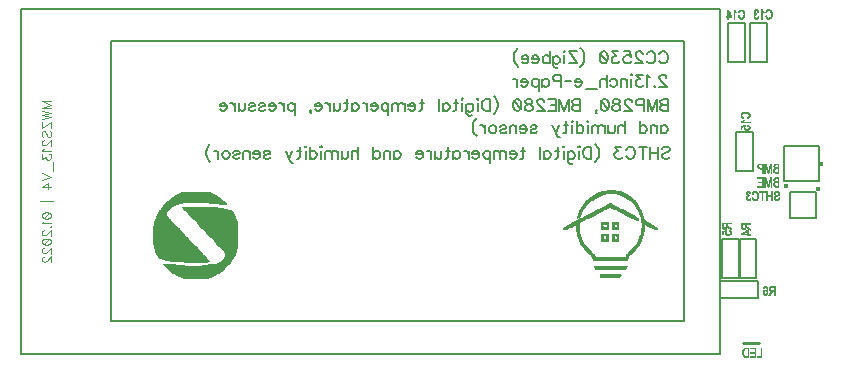
<source format=gbr>
G04 DipTrace 3.2.0.1*
G04 BottomSilk.gbr*
%MOIN*%
G04 #@! TF.FileFunction,Legend,Bot*
G04 #@! TF.Part,Single*
%ADD10C,0.009843*%
%ADD12C,0.003*%
%ADD13C,0.001969*%
%ADD24C,0.005906*%
%ADD26O,0.015516X0.016017*%
%ADD49O,0.016531X0.017316*%
%ADD50O,0.016531X0.016936*%
%ADD99C,0.004632*%
%ADD100C,0.006176*%
%FSLAX26Y26*%
G04*
G70*
G90*
G75*
G01*
G04 BotSilk*
%LPD*%
X1152606Y-537812D2*
D10*
X1203748D1*
X1287959Y118140D2*
D24*
X1406062D1*
Y35D1*
X1287959D1*
Y118140D1*
D49*
X1294645Y-13753D3*
D50*
X1411972Y59285D3*
X1394390Y-35594D2*
D24*
X1307778D1*
Y-122209D1*
X1394390D1*
Y-35594D1*
X-955709Y466535D2*
X955709D1*
Y-466535D1*
X-955709D1*
Y466535D1*
X-1254921Y574803D2*
X1075787D1*
Y-574803D1*
X-1254921D1*
Y574803D1*
X1140869Y-192320D2*
X1196476D1*
Y-320601D1*
X1140869D1*
Y-192320D1*
X1082457Y-192432D2*
X1138064D1*
Y-320713D1*
X1082457D1*
Y-192432D1*
X1128804Y163181D2*
X1184412D1*
Y34900D1*
X1128804D1*
Y163181D1*
X1176134Y526958D2*
X1231741D1*
Y398677D1*
X1176134D1*
Y526958D1*
X1102024Y526832D2*
X1157631D1*
Y398551D1*
X1102024D1*
Y526832D1*
D26*
X1402272Y-25065D3*
X1076508Y-333421D2*
D24*
X1202570D1*
Y-389686D1*
X1076508D1*
Y-333421D1*
X1192829Y573202D2*
D13*
X1197751D1*
X1211530D2*
X1213499D1*
X1233184D2*
X1239089D1*
X1191665Y572218D2*
X1199033D1*
X1211530D2*
X1213876D1*
X1231749D2*
X1240860D1*
X1190670Y571234D2*
X1200022D1*
X1211530D2*
X1214334D1*
X1230517D2*
X1242386D1*
X1189918Y570249D2*
X1192871D1*
X1197709D2*
X1200765D1*
X1211530D2*
X1214920D1*
X1229519D2*
X1233529D1*
X1238892D2*
X1243570D1*
X1189409Y569265D2*
X1192051D1*
X1198529D2*
X1201367D1*
X1211530D2*
X1215669D1*
X1228741D2*
X1232217D1*
X1240417D2*
X1244444D1*
X1189125Y568281D2*
X1191467D1*
X1199117D2*
X1201878D1*
X1211530D2*
X1216536D1*
X1228110D2*
X1231197D1*
X1241602D2*
X1245116D1*
X1188988Y567297D2*
X1191134D1*
X1199472D2*
X1202306D1*
X1211530D2*
X1217465D1*
X1227532D2*
X1230389D1*
X1242476D2*
X1245682D1*
X1188929Y566312D2*
X1190978D1*
X1199719D2*
X1202672D1*
X1211530D2*
X1218391D1*
X1226934D2*
X1229823D1*
X1243147D2*
X1246169D1*
X1188910Y565328D2*
X1190951D1*
X1211530D2*
X1214483D1*
X1216451D2*
X1219215D1*
X1226294D2*
X1229483D1*
X1243713D2*
X1246548D1*
X1188939Y564344D2*
X1191020D1*
X1211530D2*
X1214483D1*
X1217436D2*
X1219860D1*
X1228262D2*
X1229247D1*
X1244200D2*
X1246807D1*
X1189096Y563360D2*
X1191527D1*
X1211530D2*
X1214483D1*
X1218420D2*
X1220388D1*
X1244575D2*
X1247045D1*
X1189453Y562375D2*
X1192760D1*
X1211530D2*
X1214483D1*
X1244800D2*
X1247331D1*
X1189902Y561391D2*
X1194177D1*
X1211530D2*
X1214483D1*
X1244913D2*
X1247603D1*
X1190289Y560407D2*
X1195386D1*
X1211530D2*
X1214483D1*
X1244963D2*
X1247783D1*
X1190168Y559423D2*
X1196184D1*
X1211530D2*
X1214483D1*
X1244983D2*
X1247877D1*
X1189583Y558438D2*
X1196766D1*
X1211530D2*
X1214483D1*
X1244991D2*
X1247919D1*
X1188953Y557454D2*
X1194239D1*
X1211530D2*
X1214483D1*
X1244993D2*
X1247933D1*
X1188420Y556470D2*
X1192396D1*
X1211530D2*
X1214483D1*
X1244994D2*
X1247905D1*
X1187997Y555486D2*
X1191038D1*
X1211530D2*
X1214483D1*
X1244991D2*
X1247782D1*
X1187614Y554501D2*
X1190472D1*
X1211530D2*
X1214483D1*
X1244956D2*
X1247547D1*
X1187301Y553517D2*
X1190143D1*
X1211530D2*
X1214483D1*
X1227278D2*
X1228262D1*
X1244827D2*
X1247292D1*
X1187138Y552533D2*
X1189986D1*
X1211530D2*
X1214483D1*
X1226861D2*
X1228603D1*
X1244557D2*
X1247085D1*
X1187162Y551549D2*
X1189922D1*
X1211530D2*
X1214483D1*
X1226607D2*
X1228934D1*
X1244175D2*
X1246865D1*
X1187357Y550564D2*
X1189934D1*
X1200703D2*
X1202672D1*
X1211530D2*
X1214483D1*
X1226811D2*
X1229285D1*
X1243729D2*
X1246553D1*
X1187625Y549580D2*
X1190088D1*
X1200326D2*
X1202634D1*
X1211530D2*
X1214483D1*
X1227148D2*
X1229781D1*
X1243218D2*
X1246154D1*
X1187919Y548596D2*
X1190391D1*
X1199853D2*
X1202504D1*
X1211530D2*
X1214483D1*
X1227573D2*
X1230495D1*
X1242547D2*
X1245701D1*
X1188282Y547612D2*
X1191273D1*
X1199278D2*
X1202230D1*
X1211530D2*
X1214483D1*
X1228072D2*
X1231524D1*
X1241680D2*
X1245191D1*
X1188743Y546627D2*
X1192725D1*
X1197801D2*
X1201810D1*
X1211530D2*
X1214483D1*
X1228686D2*
X1233206D1*
X1239468D2*
X1244574D1*
X1189369Y545643D2*
X1194988D1*
X1195563D2*
X1201201D1*
X1211530D2*
X1214483D1*
X1229482D2*
X1235847D1*
X1236178D2*
X1243776D1*
X1190270Y544659D2*
X1200307D1*
X1211530D2*
X1214483D1*
X1230506D2*
X1242752D1*
X1191468Y543675D2*
X1199111D1*
X1211530D2*
X1214483D1*
X1231775D2*
X1241482D1*
X1192829Y542690D2*
X1197751D1*
X1211530D2*
X1214483D1*
X1233184D2*
X1240073D1*
X1099508Y573013D2*
X1101476D1*
X1120177D2*
X1122146D1*
X1141831D2*
X1147736D1*
X1099508Y572029D2*
X1102087D1*
X1120177D2*
X1122523D1*
X1140396D2*
X1149507D1*
X1099508Y571045D2*
X1102648D1*
X1120177D2*
X1122981D1*
X1139164D2*
X1151033D1*
X1099508Y570060D2*
X1103175D1*
X1120177D2*
X1123567D1*
X1138166D2*
X1142176D1*
X1147539D2*
X1152217D1*
X1099508Y569076D2*
X1103685D1*
X1120177D2*
X1124316D1*
X1137388D2*
X1140864D1*
X1149064D2*
X1153091D1*
X1099508Y568092D2*
X1104215D1*
X1120177D2*
X1125183D1*
X1136757D2*
X1139844D1*
X1150249D2*
X1153763D1*
X1099508Y567108D2*
X1104803D1*
X1120177D2*
X1126112D1*
X1136179D2*
X1139036D1*
X1151123D2*
X1154329D1*
X1099508Y566123D2*
X1105438D1*
X1120177D2*
X1127038D1*
X1135581D2*
X1138470D1*
X1151794D2*
X1154816D1*
X1099508Y565139D2*
X1101476D1*
X1103289D2*
X1106041D1*
X1120177D2*
X1123130D1*
X1125098D2*
X1127862D1*
X1134941D2*
X1138130D1*
X1152360D2*
X1155195D1*
X1099508Y564155D2*
X1101476D1*
X1103995D2*
X1106594D1*
X1120177D2*
X1123130D1*
X1126083D2*
X1128507D1*
X1136909D2*
X1137894D1*
X1152847D2*
X1155454D1*
X1099508Y563171D2*
X1101476D1*
X1104595D2*
X1107116D1*
X1120177D2*
X1123130D1*
X1127067D2*
X1129035D1*
X1153222D2*
X1155692D1*
X1099508Y562186D2*
X1101476D1*
X1105136D2*
X1107620D1*
X1120177D2*
X1123130D1*
X1153447D2*
X1155978D1*
X1099508Y561202D2*
X1101476D1*
X1105647D2*
X1108118D1*
X1120177D2*
X1123130D1*
X1153560D2*
X1156250D1*
X1099508Y560218D2*
X1101476D1*
X1106148D2*
X1108611D1*
X1120177D2*
X1123130D1*
X1153610D2*
X1156430D1*
X1099508Y559234D2*
X1101476D1*
X1106646D2*
X1109104D1*
X1120177D2*
X1123130D1*
X1153630D2*
X1156524D1*
X1099508Y558249D2*
X1101476D1*
X1107170D2*
X1109600D1*
X1120177D2*
X1123130D1*
X1153638D2*
X1156566D1*
X1099508Y557265D2*
X1101476D1*
X1107757D2*
X1110124D1*
X1120177D2*
X1123130D1*
X1153640D2*
X1156580D1*
X1099508Y556281D2*
X1101476D1*
X1108394D2*
X1110706D1*
X1120177D2*
X1123130D1*
X1153641D2*
X1156552D1*
X1099508Y555297D2*
X1101476D1*
X1109023D2*
X1111305D1*
X1120177D2*
X1123130D1*
X1153638D2*
X1156429D1*
X1099508Y554312D2*
X1101476D1*
X1109663D2*
X1111778D1*
X1120177D2*
X1123130D1*
X1153603D2*
X1156194D1*
X1099508Y553328D2*
X1101476D1*
X1110335D2*
X1112061D1*
X1120177D2*
X1123130D1*
X1135925D2*
X1136909D1*
X1153474D2*
X1155939D1*
X1095571Y552344D2*
X1112202D1*
X1120177D2*
X1123130D1*
X1135508D2*
X1137250D1*
X1153204D2*
X1155732D1*
X1095571Y551360D2*
X1112264D1*
X1120177D2*
X1123130D1*
X1135254D2*
X1137581D1*
X1152822D2*
X1155512D1*
X1095571Y550375D2*
X1112289D1*
X1120177D2*
X1123130D1*
X1135458D2*
X1137932D1*
X1152376D2*
X1155200D1*
X1099508Y549391D2*
X1101476D1*
X1120177D2*
X1123130D1*
X1135795D2*
X1138428D1*
X1151865D2*
X1154801D1*
X1099508Y548407D2*
X1101476D1*
X1120177D2*
X1123130D1*
X1136220D2*
X1139142D1*
X1151194D2*
X1154348D1*
X1099508Y547423D2*
X1101476D1*
X1120177D2*
X1123130D1*
X1136719D2*
X1140171D1*
X1150327D2*
X1153838D1*
X1099508Y546438D2*
X1101476D1*
X1120177D2*
X1123130D1*
X1137333D2*
X1141853D1*
X1148115D2*
X1153221D1*
X1099508Y545454D2*
X1101476D1*
X1120177D2*
X1123130D1*
X1138129D2*
X1144494D1*
X1144825D2*
X1152422D1*
X1099508Y544470D2*
X1101476D1*
X1120177D2*
X1123130D1*
X1139153D2*
X1151398D1*
X1099508Y543486D2*
X1101476D1*
X1120177D2*
X1123130D1*
X1140422D2*
X1150129D1*
X1099508Y542501D2*
X1101476D1*
X1120177D2*
X1123130D1*
X1141831D2*
X1148720D1*
X1153654Y232394D2*
X1163496D1*
X1151424Y231409D2*
X1165878D1*
X1149582Y230425D2*
X1167960D1*
X1148128Y229441D2*
X1169637D1*
X1146956Y228457D2*
X1151730D1*
X1166255D2*
X1170888D1*
X1146006Y227472D2*
X1149961D1*
X1167811D2*
X1171788D1*
X1145258Y226488D2*
X1148521D1*
X1169087D2*
X1172470D1*
X1144677Y225504D2*
X1147479D1*
X1170071D2*
X1173040D1*
X1144259Y224520D2*
X1146751D1*
X1170759D2*
X1173528D1*
X1144016Y223535D2*
X1146268D1*
X1171241D2*
X1173903D1*
X1143897Y222551D2*
X1146000D1*
X1171613D2*
X1174124D1*
X1143844Y221567D2*
X1145874D1*
X1171901D2*
X1174203D1*
X1143827Y220583D2*
X1145853D1*
X1171796D2*
X1174127D1*
X1143854Y219598D2*
X1145964D1*
X1171590D2*
X1173908D1*
X1143980Y218614D2*
X1146268D1*
X1171292D2*
X1173624D1*
X1144253Y217630D2*
X1146727D1*
X1170885D2*
X1173292D1*
X1144669Y216646D2*
X1147785D1*
X1169889D2*
X1172802D1*
X1145244Y215661D2*
X1149201D1*
X1168456D2*
X1172104D1*
X1146025Y214677D2*
X1150882D1*
X1166733D2*
X1171226D1*
X1147042Y213693D2*
X1152669D1*
X1165233D2*
X1170153D1*
X1148309Y212709D2*
X1152146D1*
X1164231D2*
X1168858D1*
X1149717Y211724D2*
X1151685D1*
X1163496D2*
X1167433D1*
X1151685Y204835D2*
X1153654D1*
X1150815Y203850D2*
X1153161D1*
X1149945Y202866D2*
X1152586D1*
X1148945Y201882D2*
X1151981D1*
X1147759Y200898D2*
X1151315D1*
X1146497Y199913D2*
X1150544D1*
X1145360Y198929D2*
X1174323D1*
X1144500Y197945D2*
X1174323D1*
X1143811Y196961D2*
X1174323D1*
X1155622Y187118D2*
X1158575D1*
X1166449D2*
X1169402D1*
X1149717Y186134D2*
X1158496D1*
X1166810D2*
X1170799D1*
X1143811Y185150D2*
X1158321D1*
X1167805D2*
X1171905D1*
X1143811Y184165D2*
X1157640D1*
X1168960D2*
X1172667D1*
X1143811Y183181D2*
X1150490D1*
X1154831D2*
X1156878D1*
X1170010D2*
X1173188D1*
X1143811Y182197D2*
X1147829D1*
X1154256D2*
X1156277D1*
X1170866D2*
X1173610D1*
X1143811Y181213D2*
X1146603D1*
X1153926D2*
X1155926D1*
X1171616D2*
X1173938D1*
X1143811Y180228D2*
X1146163D1*
X1153766D2*
X1155789D1*
X1172354D2*
X1174106D1*
X1143811Y179244D2*
X1145937D1*
X1153701D2*
X1155786D1*
X1171703D2*
X1174080D1*
X1143811Y178260D2*
X1145839D1*
X1153712D2*
X1156160D1*
X1170946D2*
X1173851D1*
X1143811Y177276D2*
X1145801D1*
X1153865D2*
X1157058D1*
X1170010D2*
X1173450D1*
X1143811Y176291D2*
X1145787D1*
X1154265D2*
X1159581D1*
X1167446D2*
X1172847D1*
X1143811Y175307D2*
X1145782D1*
X1154953D2*
X1163537D1*
X1163468D2*
X1171943D1*
X1143811Y174323D2*
X1145780D1*
X1155928D2*
X1170683D1*
X1143811Y173339D2*
X1145780D1*
X1157177D2*
X1169123D1*
X1158575Y172354D2*
X1167433D1*
X1156451Y-554693D2*
X1169247D1*
X1175152D2*
X1192869D1*
X1210585D2*
X1212554D1*
X1155017Y-555677D2*
X1169247D1*
X1175152D2*
X1192869D1*
X1210585D2*
X1212554D1*
X1153784Y-556661D2*
X1169247D1*
X1175152D2*
X1192869D1*
X1210585D2*
X1212554D1*
X1152786Y-557646D2*
X1156455D1*
X1167278D2*
X1169247D1*
X1190900D2*
X1192869D1*
X1210585D2*
X1212554D1*
X1152009Y-558630D2*
X1155506D1*
X1167278D2*
X1169247D1*
X1190900D2*
X1192869D1*
X1210585D2*
X1212554D1*
X1151381Y-559614D2*
X1154651D1*
X1167278D2*
X1169247D1*
X1190900D2*
X1192869D1*
X1210585D2*
X1212554D1*
X1150833Y-560598D2*
X1153941D1*
X1167278D2*
X1169247D1*
X1190900D2*
X1192869D1*
X1210585D2*
X1212554D1*
X1150352Y-561583D2*
X1153369D1*
X1167278D2*
X1169247D1*
X1190900D2*
X1192869D1*
X1210585D2*
X1212554D1*
X1149980Y-562567D2*
X1152921D1*
X1167278D2*
X1169247D1*
X1190900D2*
X1192869D1*
X1210585D2*
X1212554D1*
X1149756Y-563551D2*
X1152555D1*
X1167278D2*
X1169247D1*
X1190900D2*
X1192869D1*
X1210585D2*
X1212554D1*
X1149643Y-564535D2*
X1152200D1*
X1167278D2*
X1169247D1*
X1190900D2*
X1192869D1*
X1210585D2*
X1212554D1*
X1149594Y-565520D2*
X1151896D1*
X1167278D2*
X1169247D1*
X1190900D2*
X1192869D1*
X1210585D2*
X1212554D1*
X1149573Y-566504D2*
X1151703D1*
X1167278D2*
X1169247D1*
X1190900D2*
X1192869D1*
X1210585D2*
X1212554D1*
X1149566Y-567488D2*
X1151604D1*
X1167278D2*
X1169247D1*
X1190900D2*
X1192869D1*
X1210585D2*
X1212554D1*
X1149563Y-568472D2*
X1151559D1*
X1167278D2*
X1169247D1*
X1176136D2*
X1192869D1*
X1210585D2*
X1212554D1*
X1149562Y-569457D2*
X1151541D1*
X1167278D2*
X1169247D1*
X1176136D2*
X1192869D1*
X1210585D2*
X1212554D1*
X1149562Y-570441D2*
X1151538D1*
X1167278D2*
X1169247D1*
X1176136D2*
X1192869D1*
X1210585D2*
X1212554D1*
X1149562Y-571425D2*
X1151570D1*
X1167278D2*
X1169247D1*
X1190900D2*
X1192869D1*
X1210585D2*
X1212554D1*
X1149562Y-572409D2*
X1151695D1*
X1167278D2*
X1169247D1*
X1190900D2*
X1192869D1*
X1210585D2*
X1212554D1*
X1149566Y-573394D2*
X1151930D1*
X1167278D2*
X1169247D1*
X1190900D2*
X1192869D1*
X1210585D2*
X1212554D1*
X1149600Y-574378D2*
X1152186D1*
X1167278D2*
X1169247D1*
X1190900D2*
X1192869D1*
X1210585D2*
X1212554D1*
X1149726Y-575362D2*
X1152392D1*
X1167278D2*
X1169247D1*
X1190900D2*
X1192869D1*
X1210585D2*
X1212554D1*
X1149965Y-576346D2*
X1152613D1*
X1167278D2*
X1169247D1*
X1190900D2*
X1192869D1*
X1210585D2*
X1212554D1*
X1150252Y-577331D2*
X1152929D1*
X1167278D2*
X1169247D1*
X1190900D2*
X1192869D1*
X1210585D2*
X1212554D1*
X1150553Y-578315D2*
X1153366D1*
X1167278D2*
X1169247D1*
X1190900D2*
X1192869D1*
X1210585D2*
X1212554D1*
X1150918Y-579299D2*
X1154017D1*
X1167278D2*
X1169247D1*
X1190900D2*
X1192869D1*
X1210585D2*
X1212554D1*
X1151376Y-580283D2*
X1154912D1*
X1167278D2*
X1169247D1*
X1190900D2*
X1192869D1*
X1210585D2*
X1212554D1*
X1151969Y-581268D2*
X1157807D1*
X1167278D2*
X1169247D1*
X1190900D2*
X1192869D1*
X1210585D2*
X1212554D1*
X1152756Y-582252D2*
X1162461D1*
X1167278D2*
X1169247D1*
X1190900D2*
X1192869D1*
X1210585D2*
X1212554D1*
X1153776Y-583236D2*
X1169247D1*
X1175152D2*
X1192869D1*
X1197790D2*
X1212554D1*
X1155043Y-584220D2*
X1169247D1*
X1175152D2*
X1192869D1*
X1197790D2*
X1212554D1*
X1156451Y-585205D2*
X1169247D1*
X1175152D2*
X1192869D1*
X1197790D2*
X1212554D1*
X1144945Y-139675D2*
X1175457D1*
X1144945Y-140659D2*
X1175457D1*
X1144945Y-141643D2*
X1175457D1*
X1144945Y-142627D2*
X1146913D1*
X1159709D2*
X1161677D1*
X1144945Y-143612D2*
X1146913D1*
X1159709D2*
X1161677D1*
X1144945Y-144596D2*
X1146913D1*
X1159709D2*
X1161677D1*
X1144945Y-145580D2*
X1146913D1*
X1159709D2*
X1161681D1*
X1144945Y-146564D2*
X1146913D1*
X1159709D2*
X1161719D1*
X1144945Y-147549D2*
X1146913D1*
X1159705D2*
X1161883D1*
X1144945Y-148533D2*
X1146913D1*
X1159670D2*
X1162287D1*
X1144945Y-149517D2*
X1146917D1*
X1159545D2*
X1162977D1*
X1144945Y-150501D2*
X1146952D1*
X1159305D2*
X1163965D1*
X1144945Y-151486D2*
X1147085D1*
X1159011D2*
X1165275D1*
X1144949Y-152470D2*
X1147323D1*
X1158617D2*
X1166849D1*
X1144987Y-153454D2*
X1147937D1*
X1158049D2*
X1160499D1*
X1162817D2*
X1168522D1*
X1145155Y-154438D2*
X1149847D1*
X1155994D2*
X1160091D1*
X1164084D2*
X1170174D1*
X1145474Y-155423D2*
X1152931D1*
X1152798D2*
X1159436D1*
X1165487D2*
X1171784D1*
X1146365Y-156407D2*
X1158612D1*
X1167043D2*
X1173242D1*
X1147540Y-157391D2*
X1157699D1*
X1168771D2*
X1174481D1*
X1148882Y-158375D2*
X1156756D1*
X1170620D2*
X1174981D1*
X1172535Y-159360D2*
X1175269D1*
X1174472Y-160344D2*
X1175457D1*
X1164630Y-162312D2*
X1167583D1*
X1163116Y-163297D2*
X1167583D1*
X1161430Y-164281D2*
X1167583D1*
X1159608Y-165265D2*
X1167583D1*
X1157738Y-166249D2*
X1162468D1*
X1165614D2*
X1167583D1*
X1155920Y-167234D2*
X1161075D1*
X1165614D2*
X1167583D1*
X1154197Y-168218D2*
X1159436D1*
X1165614D2*
X1167583D1*
X1152485Y-169202D2*
X1157631D1*
X1165610D2*
X1167583D1*
X1150697Y-170186D2*
X1155771D1*
X1165572D2*
X1167583D1*
X1148897Y-171171D2*
X1153993D1*
X1165408D2*
X1167583D1*
X1147298Y-172155D2*
X1152431D1*
X1165012D2*
X1167583D1*
X1145966Y-173139D2*
X1151096D1*
X1164383D2*
X1167583D1*
X1145441Y-174123D2*
X1175457D1*
X1145141Y-175108D2*
X1175457D1*
X1144945Y-176092D2*
X1175457D1*
X1165614Y-177076D2*
X1167583D1*
X1165614Y-178060D2*
X1167583D1*
X1165614Y-179045D2*
X1167583D1*
X1081915Y-138294D2*
X1112427D1*
X1081915Y-139278D2*
X1112427D1*
X1081915Y-140262D2*
X1112427D1*
X1081915Y-141247D2*
X1083883D1*
X1096678D2*
X1098647D1*
X1081915Y-142231D2*
X1083883D1*
X1096678D2*
X1098647D1*
X1081915Y-143215D2*
X1083883D1*
X1096678D2*
X1098647D1*
X1081915Y-144199D2*
X1083883D1*
X1096678D2*
X1098651D1*
X1081915Y-145184D2*
X1083883D1*
X1096678D2*
X1098689D1*
X1081915Y-146168D2*
X1083883D1*
X1096675D2*
X1098853D1*
X1081915Y-147152D2*
X1083883D1*
X1096640D2*
X1099257D1*
X1081915Y-148136D2*
X1083887D1*
X1096515D2*
X1099947D1*
X1081915Y-149121D2*
X1083922D1*
X1096275D2*
X1100935D1*
X1081915Y-150105D2*
X1084055D1*
X1095980D2*
X1102245D1*
X1081919Y-151089D2*
X1084293D1*
X1095587D2*
X1103819D1*
X1081957Y-152073D2*
X1084906D1*
X1095019D2*
X1097469D1*
X1099787D2*
X1105491D1*
X1082125Y-153058D2*
X1086817D1*
X1092964D2*
X1097061D1*
X1101054D2*
X1107143D1*
X1082443Y-154042D2*
X1089901D1*
X1089767D2*
X1096406D1*
X1102457D2*
X1108754D1*
X1083335Y-155026D2*
X1095582D1*
X1104013D2*
X1110212D1*
X1084510Y-156010D2*
X1094669D1*
X1105741D2*
X1111450D1*
X1085852Y-156995D2*
X1093726D1*
X1107590D2*
X1111951D1*
X1109505Y-157979D2*
X1112238D1*
X1111442Y-158963D2*
X1112427D1*
X1093726Y-162900D2*
X1096678D1*
X1104552D2*
X1107505D1*
X1087820Y-163885D2*
X1096600D1*
X1104914D2*
X1108903D1*
X1081915Y-164869D2*
X1096425D1*
X1105909D2*
X1110009D1*
X1081915Y-165853D2*
X1095743D1*
X1107064D2*
X1110771D1*
X1081915Y-166837D2*
X1088594D1*
X1092935D2*
X1094982D1*
X1108114D2*
X1111292D1*
X1081915Y-167822D2*
X1085932D1*
X1092359D2*
X1094381D1*
X1108970D2*
X1111714D1*
X1081915Y-168806D2*
X1084707D1*
X1092030D2*
X1094029D1*
X1109720D2*
X1112042D1*
X1081915Y-169790D2*
X1084267D1*
X1091870D2*
X1093893D1*
X1110458D2*
X1112210D1*
X1081915Y-170774D2*
X1084040D1*
X1091805D2*
X1093890D1*
X1109806D2*
X1112183D1*
X1081915Y-171759D2*
X1083943D1*
X1091815D2*
X1094264D1*
X1109050D2*
X1111955D1*
X1081915Y-172743D2*
X1083904D1*
X1091969D2*
X1095161D1*
X1108113D2*
X1111553D1*
X1081915Y-173727D2*
X1083891D1*
X1092369D2*
X1097684D1*
X1105549D2*
X1110951D1*
X1081915Y-174711D2*
X1083886D1*
X1093057D2*
X1101641D1*
X1101572D2*
X1110047D1*
X1081915Y-175696D2*
X1083884D1*
X1094032D2*
X1108786D1*
X1081915Y-176680D2*
X1083883D1*
X1095281D2*
X1107227D1*
X1096678Y-177664D2*
X1105537D1*
X1222339Y-348787D2*
X1227260D1*
X1243008D2*
X1257772D1*
X1221392Y-349772D2*
X1228661D1*
X1241725D2*
X1257772D1*
X1220538Y-350756D2*
X1229798D1*
X1240737D2*
X1257772D1*
X1219828Y-351740D2*
X1223706D1*
X1227256D2*
X1230651D1*
X1239994D2*
X1244342D1*
X1255803D2*
X1257772D1*
X1219260Y-352724D2*
X1222517D1*
X1228202D2*
X1231286D1*
X1239393D2*
X1243064D1*
X1255803D2*
X1257772D1*
X1218844Y-353709D2*
X1221704D1*
X1229022D2*
X1231759D1*
X1238890D2*
X1242169D1*
X1255803D2*
X1257772D1*
X1218585Y-354693D2*
X1221032D1*
X1229611D2*
X1232136D1*
X1238509D2*
X1241498D1*
X1255803D2*
X1257772D1*
X1218402Y-355677D2*
X1220370D1*
X1229978D2*
X1232494D1*
X1238286D2*
X1241262D1*
X1255803D2*
X1257772D1*
X1230264Y-356661D2*
X1232799D1*
X1238207D2*
X1241138D1*
X1255803D2*
X1257772D1*
X1230569Y-357646D2*
X1232992D1*
X1238283D2*
X1241119D1*
X1255803D2*
X1257772D1*
X1230849Y-358630D2*
X1233092D1*
X1238502D2*
X1241259D1*
X1255803D2*
X1257772D1*
X1231027Y-359614D2*
X1233136D1*
X1238785D2*
X1241555D1*
X1255803D2*
X1257772D1*
X1222339Y-360598D2*
X1227260D1*
X1231084D2*
X1233155D1*
X1239118D2*
X1242400D1*
X1255803D2*
X1257772D1*
X1221358Y-361583D2*
X1228425D1*
X1230975D2*
X1233162D1*
X1239615D2*
X1245160D1*
X1255803D2*
X1257772D1*
X1220412Y-362567D2*
X1229755D1*
X1230657D2*
X1233164D1*
X1240384D2*
X1249840D1*
X1255803D2*
X1257772D1*
X1219588Y-363551D2*
X1223672D1*
X1227025D2*
X1233165D1*
X1241529D2*
X1257772D1*
X1218969Y-364535D2*
X1222395D1*
X1228420D2*
X1233165D1*
X1243121D2*
X1257772D1*
X1218511Y-365520D2*
X1221500D1*
X1229493D2*
X1233165D1*
X1244976D2*
X1257772D1*
X1218115Y-366504D2*
X1220829D1*
X1229904D2*
X1233165D1*
X1244030D2*
X1247933D1*
X1255803D2*
X1257772D1*
X1217793Y-367488D2*
X1220593D1*
X1230226D2*
X1233165D1*
X1243175D2*
X1246983D1*
X1255803D2*
X1257772D1*
X1217598Y-368472D2*
X1220465D1*
X1230517D2*
X1233165D1*
X1242462D2*
X1246128D1*
X1255803D2*
X1257772D1*
X1217531Y-369457D2*
X1220407D1*
X1230680D2*
X1233162D1*
X1241859D2*
X1245414D1*
X1255803D2*
X1257772D1*
X1217611Y-370441D2*
X1220388D1*
X1230625D2*
X1233127D1*
X1241317D2*
X1244808D1*
X1255803D2*
X1257772D1*
X1217832Y-371425D2*
X1220413D1*
X1230431D2*
X1232998D1*
X1240802D2*
X1244235D1*
X1255803D2*
X1257772D1*
X1218112Y-372409D2*
X1220543D1*
X1230139D2*
X1232727D1*
X1240270D2*
X1243629D1*
X1255803D2*
X1257772D1*
X1218410Y-373394D2*
X1220866D1*
X1229654D2*
X1232346D1*
X1239682D2*
X1242987D1*
X1255803D2*
X1257772D1*
X1218775Y-374378D2*
X1221363D1*
X1228855D2*
X1231900D1*
X1239047D2*
X1242382D1*
X1255803D2*
X1257772D1*
X1219236Y-375362D2*
X1222930D1*
X1227560D2*
X1231388D1*
X1238444D2*
X1241828D1*
X1255803D2*
X1257772D1*
X1219862Y-376346D2*
X1225331D1*
X1225632D2*
X1230738D1*
X1237887D2*
X1241308D1*
X1255803D2*
X1257772D1*
X1220763Y-377331D2*
X1229826D1*
X1237339D2*
X1240830D1*
X1255803D2*
X1257772D1*
X1221962Y-378315D2*
X1228623D1*
X1236752D2*
X1240415D1*
X1255803D2*
X1257772D1*
X1223323Y-379299D2*
X1227260D1*
X1236118D2*
X1240055D1*
X1255803D2*
X1257772D1*
X1199188Y13314D2*
X1216904D1*
X1222810D2*
X1226747D1*
X1242495D2*
X1246432D1*
X1258243D2*
X1270054D1*
X1199188Y12329D2*
X1216904D1*
X1222810D2*
X1227087D1*
X1242037D2*
X1246432D1*
X1256842D2*
X1270054D1*
X1199188Y11345D2*
X1216904D1*
X1222810D2*
X1227415D1*
X1241719D2*
X1246432D1*
X1255705D2*
X1270054D1*
X1214936Y10361D2*
X1216904D1*
X1222810D2*
X1227727D1*
X1241451D2*
X1246432D1*
X1254852D2*
X1258592D1*
X1268085D2*
X1270054D1*
X1214936Y9377D2*
X1216904D1*
X1222810D2*
X1228059D1*
X1241148D2*
X1246432D1*
X1254220D2*
X1257315D1*
X1268085D2*
X1270054D1*
X1214936Y8392D2*
X1216904D1*
X1222810D2*
X1228358D1*
X1240835D2*
X1246432D1*
X1253782D2*
X1256420D1*
X1268085D2*
X1270054D1*
X1214936Y7408D2*
X1216904D1*
X1222810D2*
X1228582D1*
X1240528D2*
X1246432D1*
X1253531D2*
X1255749D1*
X1268085D2*
X1270054D1*
X1214936Y6424D2*
X1216904D1*
X1222810D2*
X1228806D1*
X1240198D2*
X1242457D1*
X1244463D2*
X1246432D1*
X1253409D2*
X1255517D1*
X1268085D2*
X1270054D1*
X1214936Y5440D2*
X1216904D1*
X1222810D2*
X1225762D1*
X1227735D2*
X1229090D1*
X1239899D2*
X1242331D1*
X1244463D2*
X1246432D1*
X1253359D2*
X1255423D1*
X1268085D2*
X1270054D1*
X1214936Y4455D2*
X1216904D1*
X1222810D2*
X1225762D1*
X1227769D2*
X1229395D1*
X1239675D2*
X1242095D1*
X1244463D2*
X1246432D1*
X1253372D2*
X1255499D1*
X1268085D2*
X1270054D1*
X1214936Y3471D2*
X1216904D1*
X1222810D2*
X1225762D1*
X1227895D2*
X1229699D1*
X1239451D2*
X1241839D1*
X1244463D2*
X1246432D1*
X1253494D2*
X1255707D1*
X1268085D2*
X1270054D1*
X1214936Y2487D2*
X1216904D1*
X1222810D2*
X1225762D1*
X1228131D2*
X1230028D1*
X1239171D2*
X1241633D1*
X1244463D2*
X1246432D1*
X1253765D2*
X1256377D1*
X1268085D2*
X1270054D1*
X1214936Y1503D2*
X1216904D1*
X1222810D2*
X1225762D1*
X1228387D2*
X1230327D1*
X1238897D2*
X1241416D1*
X1244463D2*
X1246432D1*
X1254180D2*
X1258973D1*
X1268085D2*
X1270054D1*
X1214936Y518D2*
X1216904D1*
X1222810D2*
X1225762D1*
X1228593D2*
X1230551D1*
X1238684D2*
X1241135D1*
X1244463D2*
X1246432D1*
X1254748D2*
X1263421D1*
X1268085D2*
X1270054D1*
X1200172Y-466D2*
X1216904D1*
X1222810D2*
X1225762D1*
X1228810D2*
X1230775D1*
X1238465D2*
X1240830D1*
X1244463D2*
X1246432D1*
X1255474D2*
X1270054D1*
X1200172Y-1450D2*
X1216904D1*
X1222810D2*
X1225762D1*
X1229091D2*
X1231054D1*
X1238186D2*
X1240527D1*
X1244463D2*
X1246432D1*
X1256274D2*
X1270054D1*
X1200172Y-2434D2*
X1216904D1*
X1222810D2*
X1225762D1*
X1229395D2*
X1231329D1*
X1237912D2*
X1240197D1*
X1244463D2*
X1246432D1*
X1254992D2*
X1270054D1*
X1214936Y-3419D2*
X1216904D1*
X1222810D2*
X1225762D1*
X1229699D2*
X1231542D1*
X1237699D2*
X1239898D1*
X1244463D2*
X1246432D1*
X1254007D2*
X1257296D1*
X1268085D2*
X1270054D1*
X1214936Y-4403D2*
X1216904D1*
X1222810D2*
X1225762D1*
X1230028D2*
X1231761D1*
X1237480D2*
X1239675D1*
X1244463D2*
X1246432D1*
X1253295D2*
X1256442D1*
X1268085D2*
X1270054D1*
X1214936Y-5387D2*
X1216904D1*
X1222810D2*
X1225762D1*
X1230327D2*
X1232043D1*
X1237198D2*
X1239451D1*
X1244463D2*
X1246432D1*
X1252784D2*
X1255732D1*
X1268085D2*
X1270054D1*
X1214936Y-6371D2*
X1216904D1*
X1222810D2*
X1225762D1*
X1230551D2*
X1232348D1*
X1236894D2*
X1239171D1*
X1244463D2*
X1246432D1*
X1252396D2*
X1255164D1*
X1268085D2*
X1270054D1*
X1214936Y-7356D2*
X1216904D1*
X1222810D2*
X1225762D1*
X1230775D2*
X1232652D1*
X1236590D2*
X1238897D1*
X1244463D2*
X1246432D1*
X1252067D2*
X1254755D1*
X1268085D2*
X1270054D1*
X1214936Y-8340D2*
X1216904D1*
X1222810D2*
X1225762D1*
X1231058D2*
X1232985D1*
X1236256D2*
X1238684D1*
X1244463D2*
X1246432D1*
X1251800D2*
X1254548D1*
X1268085D2*
X1270054D1*
X1214936Y-9324D2*
X1216904D1*
X1222810D2*
X1225762D1*
X1231363D2*
X1233318D1*
X1235924D2*
X1238465D1*
X1244463D2*
X1246432D1*
X1251905D2*
X1254559D1*
X1268085D2*
X1270054D1*
X1214936Y-10308D2*
X1216904D1*
X1222810D2*
X1225762D1*
X1231667D2*
X1233660D1*
X1235582D2*
X1238182D1*
X1244463D2*
X1246432D1*
X1252077D2*
X1254781D1*
X1268085D2*
X1270054D1*
X1214936Y-11293D2*
X1216904D1*
X1222810D2*
X1225762D1*
X1231997D2*
X1234099D1*
X1235142D2*
X1237878D1*
X1244463D2*
X1246432D1*
X1252247D2*
X1255215D1*
X1268085D2*
X1270054D1*
X1214936Y-12277D2*
X1216904D1*
X1222810D2*
X1225762D1*
X1232296D2*
X1237574D1*
X1244463D2*
X1246432D1*
X1252485D2*
X1255829D1*
X1268085D2*
X1270054D1*
X1214936Y-13261D2*
X1216904D1*
X1222810D2*
X1225762D1*
X1232520D2*
X1237245D1*
X1244463D2*
X1246432D1*
X1252923D2*
X1258332D1*
X1268085D2*
X1270054D1*
X1214936Y-14245D2*
X1216904D1*
X1222810D2*
X1225762D1*
X1232744D2*
X1236950D1*
X1244463D2*
X1246432D1*
X1253627D2*
X1262616D1*
X1268085D2*
X1270054D1*
X1199188Y-15230D2*
X1216904D1*
X1222810D2*
X1225762D1*
X1233032D2*
X1236760D1*
X1244463D2*
X1246432D1*
X1254609D2*
X1270054D1*
X1199188Y-16214D2*
X1216904D1*
X1222810D2*
X1225762D1*
X1233344D2*
X1236656D1*
X1244463D2*
X1246432D1*
X1255860D2*
X1270054D1*
X1199188Y-17198D2*
X1216904D1*
X1222810D2*
X1225762D1*
X1233636D2*
X1236589D1*
X1244463D2*
X1246432D1*
X1257259D2*
X1270054D1*
X1203194Y59483D2*
X1216974D1*
X1222879D2*
X1226816D1*
X1242564D2*
X1246501D1*
X1258312D2*
X1270123D1*
X1201912Y58499D2*
X1216974D1*
X1222879D2*
X1227157D1*
X1242106D2*
X1246501D1*
X1256911D2*
X1270123D1*
X1200923Y57514D2*
X1216974D1*
X1222879D2*
X1227484D1*
X1241789D2*
X1246501D1*
X1255774D2*
X1270123D1*
X1200180Y56530D2*
X1204528D1*
X1215005D2*
X1216974D1*
X1222879D2*
X1227796D1*
X1241520D2*
X1246501D1*
X1254921D2*
X1258662D1*
X1268155D2*
X1270123D1*
X1199579Y55546D2*
X1203250D1*
X1215005D2*
X1216974D1*
X1222879D2*
X1228128D1*
X1241217D2*
X1246501D1*
X1254290D2*
X1257384D1*
X1268155D2*
X1270123D1*
X1199077Y54562D2*
X1202355D1*
X1215005D2*
X1216974D1*
X1222879D2*
X1228428D1*
X1240905D2*
X1246501D1*
X1253851D2*
X1256489D1*
X1268155D2*
X1270123D1*
X1198696Y53577D2*
X1201684D1*
X1215005D2*
X1216974D1*
X1222879D2*
X1228652D1*
X1240598D2*
X1246501D1*
X1253601D2*
X1255818D1*
X1268155D2*
X1270123D1*
X1198469Y52593D2*
X1201449D1*
X1215005D2*
X1216974D1*
X1222879D2*
X1228876D1*
X1240267D2*
X1242527D1*
X1244533D2*
X1246501D1*
X1253478D2*
X1255586D1*
X1268155D2*
X1270123D1*
X1198359Y51609D2*
X1201325D1*
X1215005D2*
X1216974D1*
X1222879D2*
X1225832D1*
X1227804D2*
X1229159D1*
X1239968D2*
X1242401D1*
X1244533D2*
X1246501D1*
X1253429D2*
X1255493D1*
X1268155D2*
X1270123D1*
X1198344Y50625D2*
X1201301D1*
X1215005D2*
X1216974D1*
X1222879D2*
X1225832D1*
X1227839D2*
X1229464D1*
X1239744D2*
X1242165D1*
X1244533D2*
X1246501D1*
X1253442D2*
X1255568D1*
X1268155D2*
X1270123D1*
X1198453Y49640D2*
X1201411D1*
X1215005D2*
X1216974D1*
X1222879D2*
X1225832D1*
X1227964D2*
X1229768D1*
X1239521D2*
X1241909D1*
X1244533D2*
X1246501D1*
X1253563D2*
X1255777D1*
X1268155D2*
X1270123D1*
X1198715Y48656D2*
X1201638D1*
X1215005D2*
X1216974D1*
X1222879D2*
X1225832D1*
X1228200D2*
X1230098D1*
X1239241D2*
X1241702D1*
X1244533D2*
X1246501D1*
X1253834D2*
X1256447D1*
X1268155D2*
X1270123D1*
X1199098Y47672D2*
X1202327D1*
X1215005D2*
X1216974D1*
X1222879D2*
X1225832D1*
X1228456D2*
X1230397D1*
X1238967D2*
X1241486D1*
X1244533D2*
X1246501D1*
X1254250D2*
X1259042D1*
X1268155D2*
X1270123D1*
X1199581Y46688D2*
X1205095D1*
X1215005D2*
X1216974D1*
X1222879D2*
X1225832D1*
X1228663D2*
X1230621D1*
X1238753D2*
X1241204D1*
X1244533D2*
X1246501D1*
X1254818D2*
X1263491D1*
X1268155D2*
X1270123D1*
X1200287Y45703D2*
X1209885D1*
X1215005D2*
X1216974D1*
X1222879D2*
X1225832D1*
X1228879D2*
X1230844D1*
X1238534D2*
X1240900D1*
X1244533D2*
X1246501D1*
X1255543D2*
X1270123D1*
X1201259Y44719D2*
X1216974D1*
X1222879D2*
X1225832D1*
X1229161D2*
X1231124D1*
X1238256D2*
X1240596D1*
X1244533D2*
X1246501D1*
X1256344D2*
X1270123D1*
X1204322Y43735D2*
X1216974D1*
X1222879D2*
X1225832D1*
X1229465D2*
X1231398D1*
X1237982D2*
X1240267D1*
X1244533D2*
X1246501D1*
X1255061D2*
X1270123D1*
X1209103Y42751D2*
X1216974D1*
X1222879D2*
X1225832D1*
X1229769D2*
X1231612D1*
X1237769D2*
X1239968D1*
X1244533D2*
X1246501D1*
X1254077D2*
X1257366D1*
X1268155D2*
X1270123D1*
X1215005Y41766D2*
X1216974D1*
X1222879D2*
X1225832D1*
X1230098D2*
X1231831D1*
X1237550D2*
X1239744D1*
X1244533D2*
X1246501D1*
X1253364D2*
X1256511D1*
X1268155D2*
X1270123D1*
X1215005Y40782D2*
X1216974D1*
X1222879D2*
X1225832D1*
X1230397D2*
X1232113D1*
X1237268D2*
X1239521D1*
X1244533D2*
X1246501D1*
X1252854D2*
X1255801D1*
X1268155D2*
X1270123D1*
X1215005Y39798D2*
X1216974D1*
X1222879D2*
X1225832D1*
X1230621D2*
X1232417D1*
X1236963D2*
X1239241D1*
X1244533D2*
X1246501D1*
X1252466D2*
X1255233D1*
X1268155D2*
X1270123D1*
X1215005Y38814D2*
X1216974D1*
X1222879D2*
X1225832D1*
X1230844D2*
X1232721D1*
X1236659D2*
X1238967D1*
X1244533D2*
X1246501D1*
X1252136D2*
X1254824D1*
X1268155D2*
X1270123D1*
X1215005Y37829D2*
X1216974D1*
X1222879D2*
X1225832D1*
X1231128D2*
X1233055D1*
X1236326D2*
X1238753D1*
X1244533D2*
X1246501D1*
X1251870D2*
X1254618D1*
X1268155D2*
X1270123D1*
X1215005Y36845D2*
X1216974D1*
X1222879D2*
X1225832D1*
X1231433D2*
X1233387D1*
X1235993D2*
X1238534D1*
X1244533D2*
X1246501D1*
X1251975D2*
X1254628D1*
X1268155D2*
X1270123D1*
X1215005Y35861D2*
X1216974D1*
X1222879D2*
X1225832D1*
X1231737D2*
X1233729D1*
X1235651D2*
X1238252D1*
X1244533D2*
X1246501D1*
X1252147D2*
X1254850D1*
X1268155D2*
X1270123D1*
X1215005Y34877D2*
X1216974D1*
X1222879D2*
X1225832D1*
X1232066D2*
X1234169D1*
X1235212D2*
X1237947D1*
X1244533D2*
X1246501D1*
X1252316D2*
X1255284D1*
X1268155D2*
X1270123D1*
X1215005Y33892D2*
X1216974D1*
X1222879D2*
X1225832D1*
X1232365D2*
X1237644D1*
X1244533D2*
X1246501D1*
X1252554D2*
X1255899D1*
X1268155D2*
X1270123D1*
X1215005Y32908D2*
X1216974D1*
X1222879D2*
X1225832D1*
X1232589D2*
X1237314D1*
X1244533D2*
X1246501D1*
X1252993D2*
X1258402D1*
X1268155D2*
X1270123D1*
X1215005Y31924D2*
X1216974D1*
X1222879D2*
X1225832D1*
X1232813D2*
X1237019D1*
X1244533D2*
X1246501D1*
X1253697D2*
X1262686D1*
X1268155D2*
X1270123D1*
X1215005Y30940D2*
X1216974D1*
X1222879D2*
X1225832D1*
X1233102D2*
X1236829D1*
X1244533D2*
X1246501D1*
X1254678D2*
X1270123D1*
X1215005Y29955D2*
X1216974D1*
X1222879D2*
X1225832D1*
X1233413D2*
X1236726D1*
X1244533D2*
X1246501D1*
X1255929D2*
X1270123D1*
X1215005Y28971D2*
X1216974D1*
X1222879D2*
X1225832D1*
X1233706D2*
X1236659D1*
X1244533D2*
X1246501D1*
X1257328D2*
X1270123D1*
X1166890Y-32085D2*
X1171811D1*
X1187559D2*
X1193465D1*
X1206260D2*
X1224961D1*
X1229882D2*
X1231850D1*
X1246614D2*
X1248583D1*
X1261378D2*
X1267283D1*
X1165725Y-33070D2*
X1173094D1*
X1186124D2*
X1195236D1*
X1206260D2*
X1224961D1*
X1229882D2*
X1231850D1*
X1246614D2*
X1248583D1*
X1259755D2*
X1268685D1*
X1164730Y-34054D2*
X1174082D1*
X1184892D2*
X1196761D1*
X1206260D2*
X1224961D1*
X1229882D2*
X1231850D1*
X1246614D2*
X1248583D1*
X1258443D2*
X1269821D1*
X1163978Y-35038D2*
X1166931D1*
X1171770D2*
X1174825D1*
X1183894D2*
X1187905D1*
X1193267D2*
X1197946D1*
X1214134D2*
X1216102D1*
X1229882D2*
X1231850D1*
X1246614D2*
X1248583D1*
X1257422D2*
X1260431D1*
X1267280D2*
X1270674D1*
X1163469Y-36022D2*
X1166111D1*
X1172590D2*
X1175427D1*
X1183117D2*
X1186593D1*
X1194793D2*
X1198819D1*
X1214134D2*
X1216102D1*
X1229882D2*
X1231850D1*
X1246614D2*
X1248583D1*
X1256615D2*
X1259577D1*
X1268225D2*
X1271306D1*
X1163185Y-37007D2*
X1165527D1*
X1173178D2*
X1175938D1*
X1182485D2*
X1185572D1*
X1195977D2*
X1199491D1*
X1214134D2*
X1216102D1*
X1229882D2*
X1231850D1*
X1246614D2*
X1248583D1*
X1256052D2*
X1258867D1*
X1269046D2*
X1271745D1*
X1163049Y-37991D2*
X1165195D1*
X1173532D2*
X1176366D1*
X1181908D2*
X1184764D1*
X1196851D2*
X1200057D1*
X1214134D2*
X1216102D1*
X1229882D2*
X1231850D1*
X1246614D2*
X1248583D1*
X1255734D2*
X1258299D1*
X1269627D2*
X1271995D1*
X1162990Y-38975D2*
X1165038D1*
X1173780D2*
X1176732D1*
X1181309D2*
X1184198D1*
X1197523D2*
X1200544D1*
X1214134D2*
X1216102D1*
X1229882D2*
X1231850D1*
X1246614D2*
X1248583D1*
X1255580D2*
X1257883D1*
X1270015D2*
X1272118D1*
X1162970Y-39959D2*
X1165011D1*
X1180669D2*
X1183859D1*
X1198089D2*
X1200923D1*
X1214134D2*
X1216102D1*
X1229882D2*
X1231850D1*
X1246614D2*
X1248583D1*
X1255511D2*
X1257625D1*
X1270026D2*
X1272167D1*
X1163000Y-40944D2*
X1165080D1*
X1182638D2*
X1183622D1*
X1198576D2*
X1201183D1*
X1214134D2*
X1216102D1*
X1229882D2*
X1231850D1*
X1246614D2*
X1248583D1*
X1255472D2*
X1257441D1*
X1269681D2*
X1272154D1*
X1163157Y-41928D2*
X1165587D1*
X1198951D2*
X1201421D1*
X1214134D2*
X1216102D1*
X1229882D2*
X1231850D1*
X1246614D2*
X1248583D1*
X1268753D2*
X1272033D1*
X1163513Y-42912D2*
X1166820D1*
X1199176D2*
X1201706D1*
X1214134D2*
X1216102D1*
X1229882D2*
X1231850D1*
X1246614D2*
X1248583D1*
X1267388D2*
X1271757D1*
X1163962Y-43896D2*
X1168238D1*
X1199288D2*
X1201979D1*
X1214134D2*
X1216102D1*
X1229882D2*
X1231850D1*
X1246614D2*
X1248583D1*
X1265583D2*
X1271304D1*
X1164349Y-44881D2*
X1169446D1*
X1199338D2*
X1202158D1*
X1214134D2*
X1216102D1*
X1229882D2*
X1231850D1*
X1246614D2*
X1248583D1*
X1263554D2*
X1270569D1*
X1164228Y-45865D2*
X1170244D1*
X1199358D2*
X1202252D1*
X1214134D2*
X1216102D1*
X1229882D2*
X1248583D1*
X1261532D2*
X1269422D1*
X1163644Y-46849D2*
X1170827D1*
X1199366D2*
X1202295D1*
X1214134D2*
X1216102D1*
X1229882D2*
X1248583D1*
X1259667D2*
X1267870D1*
X1163013Y-47833D2*
X1168299D1*
X1199369D2*
X1202308D1*
X1214134D2*
X1216102D1*
X1229882D2*
X1248583D1*
X1258072D2*
X1265989D1*
X1162480Y-48818D2*
X1166456D1*
X1199370D2*
X1202281D1*
X1214134D2*
X1216102D1*
X1229882D2*
X1231850D1*
X1246614D2*
X1248583D1*
X1256781D2*
X1263883D1*
X1162058Y-49802D2*
X1165099D1*
X1199366D2*
X1202158D1*
X1214134D2*
X1216102D1*
X1229882D2*
X1231850D1*
X1246614D2*
X1248583D1*
X1255794D2*
X1261771D1*
X1161675Y-50786D2*
X1164532D1*
X1199332D2*
X1201923D1*
X1214134D2*
X1216102D1*
X1229882D2*
X1231850D1*
X1246614D2*
X1248583D1*
X1255028D2*
X1259937D1*
X1161361Y-51770D2*
X1164204D1*
X1181654D2*
X1182638D1*
X1199202D2*
X1201667D1*
X1214134D2*
X1216102D1*
X1229882D2*
X1231850D1*
X1246614D2*
X1248583D1*
X1254750D2*
X1258556D1*
X1161198Y-52755D2*
X1164046D1*
X1181237D2*
X1182978D1*
X1198932D2*
X1201461D1*
X1214134D2*
X1216102D1*
X1229882D2*
X1231850D1*
X1246614D2*
X1248583D1*
X1254600D2*
X1257615D1*
X1271220D2*
X1273189D1*
X1161223Y-53739D2*
X1163983D1*
X1180982D2*
X1183310D1*
X1198550D2*
X1201240D1*
X1214134D2*
X1216102D1*
X1229882D2*
X1231850D1*
X1246614D2*
X1248583D1*
X1254532D2*
X1256921D1*
X1270880D2*
X1273151D1*
X1161417Y-54723D2*
X1163994D1*
X1174764D2*
X1176732D1*
X1181186D2*
X1183660D1*
X1198105D2*
X1200928D1*
X1214134D2*
X1216102D1*
X1229882D2*
X1231850D1*
X1246614D2*
X1248583D1*
X1254508D2*
X1256723D1*
X1270549D2*
X1273021D1*
X1161686Y-55707D2*
X1164148D1*
X1174386D2*
X1176695D1*
X1181523D2*
X1184156D1*
X1197593D2*
X1200529D1*
X1214134D2*
X1216102D1*
X1229882D2*
X1231850D1*
X1246614D2*
X1248583D1*
X1254532D2*
X1256659D1*
X1270194D2*
X1272751D1*
X1161979Y-56692D2*
X1164451D1*
X1173913D2*
X1176565D1*
X1181948D2*
X1184871D1*
X1196922D2*
X1200077D1*
X1214134D2*
X1216102D1*
X1229882D2*
X1231850D1*
X1246614D2*
X1248583D1*
X1254658D2*
X1256993D1*
X1269758D2*
X1272369D1*
X1162342Y-57676D2*
X1165333D1*
X1173339D2*
X1176290D1*
X1182447D2*
X1185900D1*
X1196055D2*
X1199567D1*
X1214134D2*
X1216102D1*
X1229882D2*
X1231850D1*
X1246614D2*
X1248583D1*
X1254935D2*
X1257747D1*
X1268837D2*
X1271920D1*
X1162803Y-58660D2*
X1166785D1*
X1171861D2*
X1175870D1*
X1183061D2*
X1187582D1*
X1193844D2*
X1198949D1*
X1214134D2*
X1216102D1*
X1229882D2*
X1231850D1*
X1246614D2*
X1248583D1*
X1255389D2*
X1259646D1*
X1266474D2*
X1271374D1*
X1163429Y-59644D2*
X1169049D1*
X1169624D2*
X1175262D1*
X1183858D2*
X1190222D1*
X1190553D2*
X1198151D1*
X1214134D2*
X1216102D1*
X1229882D2*
X1231850D1*
X1246614D2*
X1248583D1*
X1256124D2*
X1262617D1*
X1262853D2*
X1270597D1*
X1164330Y-60629D2*
X1174367D1*
X1184881D2*
X1197127D1*
X1214134D2*
X1216102D1*
X1229882D2*
X1231850D1*
X1246614D2*
X1248583D1*
X1257262D2*
X1269441D1*
X1165528Y-61613D2*
X1173171D1*
X1186150D2*
X1195858D1*
X1214134D2*
X1216102D1*
X1229882D2*
X1231850D1*
X1246614D2*
X1248583D1*
X1258751D2*
X1267945D1*
X1166890Y-62597D2*
X1171811D1*
X1187559D2*
X1194449D1*
X1214134D2*
X1216102D1*
X1229882D2*
X1231850D1*
X1246614D2*
X1248583D1*
X1260394D2*
X1266299D1*
X703490Y-27350D2*
D12*
X721490D1*
X691643Y-30350D2*
X731951D1*
X681241Y-33350D2*
X741491D1*
X672675Y-36350D2*
X749622D1*
X665512Y-39350D2*
X756591D1*
X659340Y-42350D2*
X688615D1*
X736249D2*
X762673D1*
X653860Y-45350D2*
X680117D1*
X744363D2*
X768030D1*
X648757Y-48350D2*
X672347D1*
X751414D2*
X772834D1*
X644026Y-51350D2*
X665440D1*
X757540D2*
X777119D1*
X639848Y-54350D2*
X659345D1*
X763018D2*
X780863D1*
X636022Y-57350D2*
X653969D1*
X767839D2*
X784228D1*
X632431Y-60350D2*
X649154D1*
X772179D2*
X787388D1*
X629283Y-63350D2*
X644863D1*
X776272D2*
X790440D1*
X626497Y-66350D2*
X641118D1*
X779955D2*
X793359D1*
X623838Y-69350D2*
X637751D1*
X783118D2*
X795974D1*
X621374Y-72350D2*
X634603D1*
X706490D2*
X709490D1*
X785981D2*
X798153D1*
X619264Y-75350D2*
X631644D1*
X701874D2*
X714667D1*
X788541D2*
X799991D1*
X617348Y-78350D2*
X629002D1*
X696736D2*
X719966D1*
X790691D2*
X801644D1*
X615331Y-81350D2*
X626712D1*
X691172D2*
X725416D1*
X792610D2*
X803214D1*
X613065Y-84350D2*
X624490D1*
X685365D2*
X731268D1*
X794540D2*
X804833D1*
X610871Y-87350D2*
X622129D1*
X679444D2*
X699448D1*
X715490D2*
X737379D1*
X796530D2*
X806616D1*
X609126Y-90350D2*
X619895D1*
X673473D2*
X694564D1*
X721490D2*
X743327D1*
X798389D2*
X808458D1*
X607777Y-93350D2*
X618123D1*
X667496D2*
X689163D1*
X727490D2*
X749038D1*
X800084D2*
X810007D1*
X606486Y-96350D2*
X616675D1*
X661593D2*
X683749D1*
X733478D2*
X754777D1*
X801667D2*
X811252D1*
X605131Y-99350D2*
X615105D1*
X655883D2*
X678174D1*
X739384D2*
X760620D1*
X803109D2*
X812411D1*
X603796Y-102350D2*
X613401D1*
X650313D2*
X672317D1*
X745095D2*
X766543D1*
X804338D2*
X813474D1*
X602613Y-105350D2*
X611922D1*
X644641D2*
X666523D1*
X750666D2*
X772510D1*
X805411D2*
X814455D1*
X601569Y-108350D2*
X610672D1*
X638731D2*
X660876D1*
X756338D2*
X778497D1*
X806576D2*
X815492D1*
X600516Y-111350D2*
X609194D1*
X632537D2*
X655076D1*
X762236D2*
X784469D1*
X807879D2*
X816504D1*
X599590Y-114350D2*
X607300D1*
X626152D2*
X648958D1*
X768337D2*
X790233D1*
X809182D2*
X817466D1*
X598959Y-117350D2*
X603235D1*
X619926D2*
X642609D1*
X774445D2*
X795233D1*
X810253D2*
X818484D1*
X598490Y-120350D2*
D3*
X614031D2*
X636305D1*
X780316D2*
X799361D1*
X810911D2*
X819400D1*
X608385Y-123350D2*
X630135D1*
X786003D2*
X800970D1*
X811257D2*
X820119D1*
X602781Y-126350D2*
X624069D1*
X791393D2*
X801890D1*
X811511D2*
X820836D1*
X597227Y-129350D2*
X618260D1*
X796490D2*
X802490D1*
X811953D2*
X822772D1*
X591652Y-132350D2*
X613147D1*
X812695D2*
X827192D1*
X585746Y-135350D2*
X609294D1*
X679490D2*
X700490D1*
X715490D2*
X736490D1*
X813472D2*
X832499D1*
X579613Y-138350D2*
X606397D1*
X679490D2*
X700490D1*
X715490D2*
X736490D1*
X813998D2*
X838069D1*
X573657Y-141350D2*
X605408D1*
X679490D2*
X700490D1*
X715490D2*
X736490D1*
X814278D2*
X843620D1*
X567966Y-144350D2*
X589490D1*
X595490D2*
X604878D1*
X679490D2*
X683041D1*
X697490D2*
X700490D1*
X715490D2*
X721490D1*
X732938D2*
X736490D1*
X814405D2*
X820490D1*
X830079D2*
X849178D1*
X562460Y-147350D2*
X583501D1*
X595490D2*
X604641D1*
X679490D2*
X684094D1*
X697490D2*
X700490D1*
X715490D2*
X721490D1*
X731885D2*
X736490D1*
X814446D2*
X820490D1*
X834325D2*
X854481D1*
X557615Y-150350D2*
X577615D1*
X595490D2*
X604545D1*
X679490D2*
X685490D1*
X697490D2*
X700490D1*
X715490D2*
X721490D1*
X730490D2*
X736490D1*
X814361D2*
X820490D1*
X839320D2*
X858965D1*
X553577Y-153350D2*
X572079D1*
X595490D2*
X604509D1*
X679490D2*
X700490D1*
X715490D2*
X736490D1*
X813986D2*
X820490D1*
X844832D2*
X862665D1*
X551845Y-156350D2*
X567105D1*
X595501D2*
X604496D1*
X679490D2*
X700490D1*
X715490D2*
X736490D1*
X813270D2*
X820490D1*
X850613D2*
X864248D1*
X550490Y-159350D2*
X562490D1*
X595607D2*
X604503D1*
X679490D2*
X700490D1*
X715490D2*
X736490D1*
X812502D2*
X820490D1*
X856490D2*
X865490D1*
X595989Y-162350D2*
X604607D1*
X811979D2*
X820478D1*
X596708Y-165350D2*
X604989D1*
X811689D2*
X820372D1*
X597477Y-168350D2*
X605708D1*
X811456D2*
X819990D1*
X598012Y-171350D2*
X606488D1*
X811010D2*
X819260D1*
X598395Y-174350D2*
X607117D1*
X679490D2*
X700490D1*
X715490D2*
X736490D1*
X810166D2*
X818385D1*
X598917Y-177350D2*
X607778D1*
X679490D2*
X700490D1*
X715490D2*
X736490D1*
X809007D2*
X817480D1*
X599793Y-180350D2*
X608635D1*
X679490D2*
X686201D1*
X693778D2*
X700490D1*
X715490D2*
X721490D1*
X729778D2*
X736490D1*
X807751D2*
X816471D1*
X600965Y-183350D2*
X609562D1*
X679490D2*
X684447D1*
X695532D2*
X700490D1*
X715490D2*
X721490D1*
X731532D2*
X736490D1*
X806597D2*
X815469D1*
X602226Y-186350D2*
X610500D1*
X679490D2*
X684741D1*
X695238D2*
X700490D1*
X715490D2*
X721490D1*
X731238D2*
X736490D1*
X805552D2*
X814511D1*
X603381Y-189350D2*
X611609D1*
X679490D2*
X685490D1*
X694490D2*
X700490D1*
X715490D2*
X721490D1*
X730490D2*
X736490D1*
X804397D2*
X813482D1*
X604415Y-192350D2*
X612903D1*
X679490D2*
X700490D1*
X715490D2*
X736490D1*
X803086D2*
X812473D1*
X605476Y-195350D2*
X614303D1*
X679490D2*
X700490D1*
X715490D2*
X736490D1*
X801679D2*
X811501D1*
X606498Y-198350D2*
X615777D1*
X679490D2*
X700490D1*
X715490D2*
X736490D1*
X800215D2*
X810377D1*
X607476Y-201350D2*
X617364D1*
X798721D2*
X809079D1*
X608612Y-204350D2*
X619243D1*
X797118D2*
X807665D1*
X610017Y-207350D2*
X621469D1*
X795228D2*
X806109D1*
X611802Y-210350D2*
X623845D1*
X792903D2*
X804338D1*
X613983Y-213350D2*
X626260D1*
X790254D2*
X802400D1*
X616246Y-216350D2*
X628865D1*
X787498D2*
X800459D1*
X618371Y-219350D2*
X631653D1*
X784836D2*
X798380D1*
X620539Y-222350D2*
X634555D1*
X782195D2*
X795964D1*
X622992Y-225350D2*
X637514D1*
X779254D2*
X793265D1*
X625705Y-228350D2*
X640498D1*
X776011D2*
X790401D1*
X628587Y-231350D2*
X643493D1*
X772779D2*
X787457D1*
X631639Y-234350D2*
X646479D1*
X769734D2*
X784478D1*
X634989Y-237350D2*
X649373D1*
X767053D2*
X781485D1*
X638594Y-240350D2*
X651990D1*
X764857D2*
X778488D1*
X641967Y-243350D2*
X654271D1*
X763112D2*
X775501D1*
X644665Y-246350D2*
X656494D1*
X761840D2*
X772618D1*
X646780Y-249350D2*
X658926D1*
X761051D2*
X770118D1*
X648550Y-252350D2*
X768336D1*
X650084Y-255350D2*
X767320D1*
X651378Y-258350D2*
X766807D1*
X652490Y-261350D2*
X766490D1*
X655490Y-282350D2*
X763490D1*
X656041Y-285350D2*
X762716D1*
X657094Y-288350D2*
X760364D1*
X658490Y-291350D2*
X757490D1*
X673490Y-309350D2*
X742490D1*
X674041Y-312350D2*
X743943D1*
X675094Y-315350D2*
X741977D1*
X676490Y-318350D2*
X739490D1*
X-708643Y-33949D2*
X-636643D1*
X-717053Y-36949D2*
X-628233D1*
X-724808Y-39949D2*
X-620490D1*
X-731801Y-42949D2*
X-613591D1*
X-738171Y-45949D2*
X-607497D1*
X-743894Y-48949D2*
X-602111D1*
X-748865Y-51949D2*
X-597190D1*
X-753292Y-54949D2*
X-592517D1*
X-757511Y-57949D2*
X-588053D1*
X-761496Y-60949D2*
X-583918D1*
X-765104Y-63949D2*
X-580246D1*
X-768414Y-66949D2*
X-577018D1*
X-771553Y-69949D2*
X-574330D1*
X-774610Y-72949D2*
X-724863D1*
X-612643D2*
X-572292D1*
X-777619Y-75949D2*
X-736009D1*
X-579643D2*
X-570643D1*
X-780522Y-78949D2*
X-744523D1*
X-783142Y-81949D2*
X-750767D1*
X-785413Y-84949D2*
X-755412D1*
X-717643D2*
X-612643D1*
X-787539Y-87949D2*
X-759142D1*
X-716028D2*
X-589651D1*
X-789633Y-90949D2*
X-762342D1*
X-713889D2*
X-572299D1*
X-791625Y-93949D2*
X-765066D1*
X-711325D2*
X-561442D1*
X-793623Y-96949D2*
X-767273D1*
X-708519D2*
X-554239D1*
X-795653Y-99949D2*
X-769020D1*
X-705597D2*
X-551356D1*
X-797530Y-102949D2*
X-770272D1*
X-702627D2*
X-548939D1*
X-799233Y-105949D2*
X-770891D1*
X-699638D2*
X-546832D1*
X-800818Y-108949D2*
X-771055D1*
X-696641D2*
X-545181D1*
X-802262Y-111949D2*
X-769885D1*
X-693642D2*
X-543887D1*
X-803492Y-114949D2*
X-768290D1*
X-690643D2*
X-542622D1*
X-804565Y-117949D2*
X-766508D1*
X-687643D2*
X-541278D1*
X-805730Y-120949D2*
X-764494D1*
X-684643D2*
X-539948D1*
X-807033Y-123949D2*
X-762104D1*
X-681643D2*
X-538766D1*
X-808336Y-126949D2*
X-759414D1*
X-678643D2*
X-537723D1*
X-809418Y-129949D2*
X-756553D1*
X-675643D2*
X-536670D1*
X-810182Y-132949D2*
X-753610D1*
X-672655D2*
X-535752D1*
X-810898Y-135949D2*
X-750631D1*
X-669760D2*
X-535168D1*
X-811765Y-138949D2*
X-747639D1*
X-667143D2*
X-534867D1*
X-812595Y-141949D2*
X-744642D1*
X-664861D2*
X-534731D1*
X-813141Y-144949D2*
X-741643D1*
X-662630D2*
X-534676D1*
X-813427Y-147949D2*
X-738643D1*
X-660153D2*
X-534655D1*
X-813557Y-150949D2*
X-735643D1*
X-657432D2*
X-534647D1*
X-813611Y-153949D2*
X-732643D1*
X-654559D2*
X-534644D1*
X-813632Y-156949D2*
X-729643D1*
X-651612D2*
X-534643D1*
X-813639Y-159949D2*
X-726643D1*
X-648632D2*
X-534643D1*
X-813642Y-162949D2*
X-723643D1*
X-645639D2*
X-534643D1*
X-813643Y-165949D2*
X-720643D1*
X-642642D2*
X-534643D1*
X-813643Y-168949D2*
X-717655D1*
X-639643D2*
X-534643D1*
X-813643Y-171949D2*
X-714760D1*
X-636643D2*
X-534643D1*
X-813643Y-174949D2*
X-712143D1*
X-633643D2*
X-534643D1*
X-813643Y-177949D2*
X-709861D1*
X-630643D2*
X-534643D1*
X-813643Y-180949D2*
X-707630D1*
X-627643D2*
X-534643D1*
X-813643Y-183949D2*
X-705153D1*
X-624643D2*
X-534643D1*
X-813643Y-186949D2*
X-702432D1*
X-621643D2*
X-534643D1*
X-813643Y-189949D2*
X-699559D1*
X-618655D2*
X-534643D1*
X-813643Y-192949D2*
X-696612D1*
X-615760D2*
X-534643D1*
X-813643Y-195949D2*
X-693632D1*
X-613143D2*
X-534643D1*
X-813643Y-198949D2*
X-690639D1*
X-610861D2*
X-534643D1*
X-813643Y-201949D2*
X-687642D1*
X-608630D2*
X-534643D1*
X-813631Y-204949D2*
X-684643D1*
X-606153D2*
X-534643D1*
X-813526Y-207949D2*
X-681643D1*
X-603432D2*
X-534643D1*
X-813144Y-210949D2*
X-678643D1*
X-600559D2*
X-534643D1*
X-812425Y-213949D2*
X-675643D1*
X-597612D2*
X-534655D1*
X-811644Y-216949D2*
X-672643D1*
X-594632D2*
X-534760D1*
X-811015Y-219949D2*
X-669643D1*
X-591639D2*
X-535143D1*
X-810355Y-222949D2*
X-666643D1*
X-588642D2*
X-535873D1*
X-809497Y-225949D2*
X-663643D1*
X-585643D2*
X-536747D1*
X-808570Y-228949D2*
X-660643D1*
X-582655D2*
X-537653D1*
X-807633Y-231949D2*
X-657655D1*
X-579772D2*
X-538661D1*
X-806523Y-234949D2*
X-654760D1*
X-577271D2*
X-539663D1*
X-805230Y-237949D2*
X-652143D1*
X-575501D2*
X-540633D1*
X-803829Y-240949D2*
X-649861D1*
X-574318D2*
X-541756D1*
X-802367Y-243949D2*
X-647630D1*
X-574429D2*
X-543053D1*
X-800874Y-246949D2*
X-645153D1*
X-575094D2*
X-544468D1*
X-799213Y-249949D2*
X-642432D1*
X-576186D2*
X-546024D1*
X-797301Y-252949D2*
X-639559D1*
X-577516D2*
X-547795D1*
X-791813Y-255949D2*
X-636612D1*
X-579053D2*
X-549733D1*
X-782078Y-258949D2*
X-633632D1*
X-580929D2*
X-551662D1*
X-767564Y-261949D2*
X-630639D1*
X-583363D2*
X-553636D1*
X-750643Y-264949D2*
X-627643D1*
X-586532D2*
X-555669D1*
X-711643Y-267949D2*
X-636643D1*
X-590786D2*
X-557649D1*
X-596915Y-270949D2*
X-559744D1*
X-780643Y-273949D2*
X-777643D1*
X-606612D2*
X-562166D1*
X-779028Y-276949D2*
X-750643D1*
X-621621D2*
X-564866D1*
X-776889Y-279949D2*
X-711643D1*
X-641529D2*
X-567731D1*
X-774325Y-282949D2*
X-570676D1*
X-771519Y-285949D2*
X-573655D1*
X-768585Y-288949D2*
X-576659D1*
X-765510Y-291949D2*
X-579762D1*
X-762126Y-294949D2*
X-583155D1*
X-758306Y-297949D2*
X-586990D1*
X-754144Y-300949D2*
X-591247D1*
X-749786Y-303949D2*
X-595894D1*
X-745227Y-306949D2*
X-600883D1*
X-740241Y-309949D2*
X-606196D1*
X-734425Y-312949D2*
X-612101D1*
X-727560Y-315949D2*
X-618752D1*
X-719799Y-318949D2*
X-626028D1*
X-711643Y-321949D2*
X-633643D1*
X1192829Y573202D2*
D13*
X1191665Y572218D1*
X1190670Y571234D1*
X1189918Y570249D1*
X1189409Y569265D1*
X1189125Y568281D1*
X1188988Y567297D1*
X1188929Y566312D1*
X1188910Y565328D1*
X1188939Y564344D1*
X1189096Y563360D1*
X1189453Y562375D1*
X1189902Y561391D1*
X1190289Y560407D1*
X1190168Y559423D1*
X1189583Y558438D1*
X1188953Y557454D1*
X1188420Y556470D1*
X1187997Y555486D1*
X1187614Y554501D1*
X1187301Y553517D1*
X1187138Y552533D1*
X1187162Y551549D1*
X1187357Y550564D1*
X1187625Y549580D1*
X1187919Y548596D1*
X1188282Y547612D1*
X1188743Y546627D1*
X1189369Y545643D1*
X1190270Y544659D1*
X1191468Y543675D1*
X1192829Y542690D1*
X1197751Y573202D2*
X1199033Y572218D1*
X1200022Y571234D1*
X1200765Y570249D1*
X1201367Y569265D1*
X1201878Y568281D1*
X1202306Y567297D1*
X1202672Y566312D1*
X1211530Y573202D2*
Y572218D1*
Y571234D1*
Y570249D1*
Y569265D1*
Y568281D1*
Y567297D1*
Y566312D1*
Y565328D1*
Y564344D1*
Y563360D1*
Y562375D1*
Y561391D1*
Y560407D1*
Y559423D1*
Y558438D1*
Y557454D1*
Y556470D1*
Y555486D1*
Y554501D1*
Y553517D1*
Y552533D1*
Y551549D1*
Y550564D1*
Y549580D1*
Y548596D1*
Y547612D1*
Y546627D1*
Y545643D1*
Y544659D1*
Y543675D1*
Y542690D1*
X1213499Y573202D2*
X1213876Y572218D1*
X1214334Y571234D1*
X1214920Y570249D1*
X1215669Y569265D1*
X1216536Y568281D1*
X1217465Y567297D1*
X1218391Y566312D1*
X1219215Y565328D1*
X1219860Y564344D1*
X1220388Y563360D1*
X1233184Y573202D2*
X1231749Y572218D1*
X1230517Y571234D1*
X1229519Y570249D1*
X1228741Y569265D1*
X1228110Y568281D1*
X1227532Y567297D1*
X1226934Y566312D1*
X1226294Y565328D1*
X1228262Y564344D1*
X1239089Y573202D2*
X1240860Y572218D1*
X1242386Y571234D1*
X1243570Y570249D1*
X1244444Y569265D1*
X1245116Y568281D1*
X1245682Y567297D1*
X1246169Y566312D1*
X1246548Y565328D1*
X1246807Y564344D1*
X1247045Y563360D1*
X1247331Y562375D1*
X1247603Y561391D1*
X1247783Y560407D1*
X1247877Y559423D1*
X1247919Y558438D1*
X1247933Y557454D1*
X1247905Y556470D1*
X1247782Y555486D1*
X1247547Y554501D1*
X1247292Y553517D1*
X1247085Y552533D1*
X1246865Y551549D1*
X1246553Y550564D1*
X1246154Y549580D1*
X1245701Y548596D1*
X1245191Y547612D1*
X1244574Y546627D1*
X1243776Y545643D1*
X1242752Y544659D1*
X1241482Y543675D1*
X1240073Y542690D1*
X1193814Y571234D2*
X1192871Y570249D1*
X1192051Y569265D1*
X1191467Y568281D1*
X1191134Y567297D1*
X1190978Y566312D1*
X1190951Y565328D1*
X1191020Y564344D1*
X1191527Y563360D1*
X1192760Y562375D1*
X1194177Y561391D1*
X1195386Y560407D1*
X1196184Y559423D1*
X1196766Y558438D1*
X1194239Y557454D1*
X1192396Y556470D1*
X1191038Y555486D1*
X1190472Y554501D1*
X1190143Y553517D1*
X1189986Y552533D1*
X1189922Y551549D1*
X1189934Y550564D1*
X1190088Y549580D1*
X1190391Y548596D1*
X1191273Y547612D1*
X1192725Y546627D1*
X1194988Y545643D1*
X1197751Y544659D1*
X1196766Y571234D2*
X1197709Y570249D1*
X1198529Y569265D1*
X1199117Y568281D1*
X1199472Y567297D1*
X1199719Y566312D1*
X1235152Y571234D2*
X1233529Y570249D1*
X1232217Y569265D1*
X1231197Y568281D1*
X1230389Y567297D1*
X1229823Y566312D1*
X1229483Y565328D1*
X1229247Y564344D1*
X1237121Y571234D2*
X1238892Y570249D1*
X1240417Y569265D1*
X1241602Y568281D1*
X1242476Y567297D1*
X1243147Y566312D1*
X1243713Y565328D1*
X1244200Y564344D1*
X1244575Y563360D1*
X1244800Y562375D1*
X1244913Y561391D1*
X1244963Y560407D1*
X1244983Y559423D1*
X1244991Y558438D1*
X1244993Y557454D1*
X1244994Y556470D1*
X1244991Y555486D1*
X1244956Y554501D1*
X1244827Y553517D1*
X1244557Y552533D1*
X1244175Y551549D1*
X1243729Y550564D1*
X1243218Y549580D1*
X1242547Y548596D1*
X1241680Y547612D1*
X1239468Y546627D1*
X1236178Y545643D1*
X1232199Y544659D1*
X1214483Y566312D2*
Y565328D1*
Y564344D1*
Y563360D1*
Y562375D1*
Y561391D1*
Y560407D1*
Y559423D1*
Y558438D1*
Y557454D1*
Y556470D1*
Y555486D1*
Y554501D1*
Y553517D1*
Y552533D1*
Y551549D1*
Y550564D1*
Y549580D1*
Y548596D1*
Y547612D1*
Y546627D1*
Y545643D1*
Y544659D1*
Y543675D1*
Y542690D1*
X1215467Y566312D2*
X1216451Y565328D1*
X1217436Y564344D1*
X1218420Y563360D1*
X1227278Y553517D2*
X1226861Y552533D1*
X1226607Y551549D1*
X1226811Y550564D1*
X1227148Y549580D1*
X1227573Y548596D1*
X1228072Y547612D1*
X1228686Y546627D1*
X1229482Y545643D1*
X1230506Y544659D1*
X1231775Y543675D1*
X1233184Y542690D1*
X1228262Y553517D2*
X1228603Y552533D1*
X1228934Y551549D1*
X1229285Y550564D1*
X1229781Y549580D1*
X1230495Y548596D1*
X1231524Y547612D1*
X1233206Y546627D1*
X1235847Y545643D1*
X1239089Y544659D1*
X1200703Y550564D2*
X1200326Y549580D1*
X1199853Y548596D1*
X1199278Y547612D1*
X1197801Y546627D1*
X1195563Y545643D1*
X1192829Y544659D1*
X1202672Y550564D2*
X1202634Y549580D1*
X1202504Y548596D1*
X1202230Y547612D1*
X1201810Y546627D1*
X1201201Y545643D1*
X1200307Y544659D1*
X1199111Y543675D1*
X1197751Y542690D1*
X1099508Y573013D2*
Y572029D1*
Y571045D1*
Y570060D1*
Y569076D1*
Y568092D1*
Y567108D1*
Y566123D1*
Y565139D1*
Y564155D1*
Y563171D1*
Y562186D1*
Y561202D1*
Y560218D1*
Y559234D1*
Y558249D1*
Y557265D1*
Y556281D1*
Y555297D1*
Y554312D1*
Y553328D1*
Y552344D1*
X1095571D1*
Y551360D1*
Y550375D1*
Y549391D1*
X1099508D1*
Y548407D1*
Y547423D1*
Y546438D1*
Y545454D1*
Y544470D1*
Y543486D1*
Y542501D1*
X1101476Y573013D2*
X1102087Y572029D1*
X1102648Y571045D1*
X1103175Y570060D1*
X1103685Y569076D1*
X1104215Y568092D1*
X1104803Y567108D1*
X1105438Y566123D1*
X1106041Y565139D1*
X1106594Y564155D1*
X1107116Y563171D1*
X1107620Y562186D1*
X1108118Y561202D1*
X1108611Y560218D1*
X1109104Y559234D1*
X1109600Y558249D1*
X1110124Y557265D1*
X1110706Y556281D1*
X1111305Y555297D1*
X1111778Y554312D1*
X1112061Y553328D1*
X1112202Y552344D1*
X1112264Y551360D1*
X1112289Y550375D1*
X1112303Y549391D1*
X1101476D1*
Y548407D1*
Y547423D1*
Y546438D1*
Y545454D1*
Y544470D1*
Y543486D1*
Y542501D1*
X1120177Y573013D2*
Y572029D1*
Y571045D1*
Y570060D1*
Y569076D1*
Y568092D1*
Y567108D1*
Y566123D1*
Y565139D1*
Y564155D1*
Y563171D1*
Y562186D1*
Y561202D1*
Y560218D1*
Y559234D1*
Y558249D1*
Y557265D1*
Y556281D1*
Y555297D1*
Y554312D1*
Y553328D1*
Y552344D1*
Y551360D1*
Y550375D1*
Y549391D1*
Y548407D1*
Y547423D1*
Y546438D1*
Y545454D1*
Y544470D1*
Y543486D1*
Y542501D1*
X1122146Y573013D2*
X1122523Y572029D1*
X1122981Y571045D1*
X1123567Y570060D1*
X1124316Y569076D1*
X1125183Y568092D1*
X1126112Y567108D1*
X1127038Y566123D1*
X1127862Y565139D1*
X1128507Y564155D1*
X1129035Y563171D1*
X1141831Y573013D2*
X1140396Y572029D1*
X1139164Y571045D1*
X1138166Y570060D1*
X1137388Y569076D1*
X1136757Y568092D1*
X1136179Y567108D1*
X1135581Y566123D1*
X1134941Y565139D1*
X1136909Y564155D1*
X1147736Y573013D2*
X1149507Y572029D1*
X1151033Y571045D1*
X1152217Y570060D1*
X1153091Y569076D1*
X1153763Y568092D1*
X1154329Y567108D1*
X1154816Y566123D1*
X1155195Y565139D1*
X1155454Y564155D1*
X1155692Y563171D1*
X1155978Y562186D1*
X1156250Y561202D1*
X1156430Y560218D1*
X1156524Y559234D1*
X1156566Y558249D1*
X1156580Y557265D1*
X1156552Y556281D1*
X1156429Y555297D1*
X1156194Y554312D1*
X1155939Y553328D1*
X1155732Y552344D1*
X1155512Y551360D1*
X1155200Y550375D1*
X1154801Y549391D1*
X1154348Y548407D1*
X1153838Y547423D1*
X1153221Y546438D1*
X1152422Y545454D1*
X1151398Y544470D1*
X1150129Y543486D1*
X1148720Y542501D1*
X1143799Y571045D2*
X1142176Y570060D1*
X1140864Y569076D1*
X1139844Y568092D1*
X1139036Y567108D1*
X1138470Y566123D1*
X1138130Y565139D1*
X1137894Y564155D1*
X1145768Y571045D2*
X1147539Y570060D1*
X1149064Y569076D1*
X1150249Y568092D1*
X1151123Y567108D1*
X1151794Y566123D1*
X1152360Y565139D1*
X1152847Y564155D1*
X1153222Y563171D1*
X1153447Y562186D1*
X1153560Y561202D1*
X1153610Y560218D1*
X1153630Y559234D1*
X1153638Y558249D1*
X1153640Y557265D1*
X1153641Y556281D1*
X1153638Y555297D1*
X1153603Y554312D1*
X1153474Y553328D1*
X1153204Y552344D1*
X1152822Y551360D1*
X1152376Y550375D1*
X1151865Y549391D1*
X1151194Y548407D1*
X1150327Y547423D1*
X1148115Y546438D1*
X1144825Y545454D1*
X1140846Y544470D1*
X1101476Y566123D2*
Y565139D1*
Y564155D1*
Y563171D1*
Y562186D1*
Y561202D1*
Y560218D1*
Y559234D1*
Y558249D1*
Y557265D1*
Y556281D1*
Y555297D1*
Y554312D1*
Y553328D1*
X1109350Y552344D1*
X1102461Y566123D2*
X1103289Y565139D1*
X1103995Y564155D1*
X1104595Y563171D1*
X1105136Y562186D1*
X1105647Y561202D1*
X1106148Y560218D1*
X1106646Y559234D1*
X1107170Y558249D1*
X1107757Y557265D1*
X1108394Y556281D1*
X1109023Y555297D1*
X1109663Y554312D1*
X1110335Y553328D1*
X1103445Y552344D1*
X1123130Y566123D2*
Y565139D1*
Y564155D1*
Y563171D1*
Y562186D1*
Y561202D1*
Y560218D1*
Y559234D1*
Y558249D1*
Y557265D1*
Y556281D1*
Y555297D1*
Y554312D1*
Y553328D1*
Y552344D1*
Y551360D1*
Y550375D1*
Y549391D1*
Y548407D1*
Y547423D1*
Y546438D1*
Y545454D1*
Y544470D1*
Y543486D1*
Y542501D1*
X1124114Y566123D2*
X1125098Y565139D1*
X1126083Y564155D1*
X1127067Y563171D1*
X1135925Y553328D2*
X1135508Y552344D1*
X1135254Y551360D1*
X1135458Y550375D1*
X1135795Y549391D1*
X1136220Y548407D1*
X1136719Y547423D1*
X1137333Y546438D1*
X1138129Y545454D1*
X1139153Y544470D1*
X1140422Y543486D1*
X1141831Y542501D1*
X1136909Y553328D2*
X1137250Y552344D1*
X1137581Y551360D1*
X1137932Y550375D1*
X1138428Y549391D1*
X1139142Y548407D1*
X1140171Y547423D1*
X1141853Y546438D1*
X1144494Y545454D1*
X1147736Y544470D1*
X1153654Y232394D2*
X1151424Y231409D1*
X1149582Y230425D1*
X1148128Y229441D1*
X1146956Y228457D1*
X1146006Y227472D1*
X1145258Y226488D1*
X1144677Y225504D1*
X1144259Y224520D1*
X1144016Y223535D1*
X1143897Y222551D1*
X1143844Y221567D1*
X1143827Y220583D1*
X1143854Y219598D1*
X1143980Y218614D1*
X1144253Y217630D1*
X1144669Y216646D1*
X1145244Y215661D1*
X1146025Y214677D1*
X1147042Y213693D1*
X1148309Y212709D1*
X1149717Y211724D1*
X1163496Y232394D2*
X1165878Y231409D1*
X1167960Y230425D1*
X1169637Y229441D1*
X1170888Y228457D1*
X1171788Y227472D1*
X1172470Y226488D1*
X1173040Y225504D1*
X1173528Y224520D1*
X1173903Y223535D1*
X1174124Y222551D1*
X1174203Y221567D1*
X1174127Y220583D1*
X1173908Y219598D1*
X1173624Y218614D1*
X1173292Y217630D1*
X1172802Y216646D1*
X1172104Y215661D1*
X1171226Y214677D1*
X1170153Y213693D1*
X1168858Y212709D1*
X1167433Y211724D1*
X1153654Y229441D2*
X1151730Y228457D1*
X1149961Y227472D1*
X1148521Y226488D1*
X1147479Y225504D1*
X1146751Y224520D1*
X1146268Y223535D1*
X1146000Y222551D1*
X1145874Y221567D1*
X1145853Y220583D1*
X1145964Y219598D1*
X1146268Y218614D1*
X1146727Y217630D1*
X1147785Y216646D1*
X1149201Y215661D1*
X1150882Y214677D1*
X1152669Y213693D1*
X1152146Y212709D1*
X1151685Y211724D1*
X1164480Y229441D2*
X1166255Y228457D1*
X1167811Y227472D1*
X1169087Y226488D1*
X1170071Y225504D1*
X1170759Y224520D1*
X1171241Y223535D1*
X1171613Y222551D1*
X1171901Y221567D1*
X1171796Y220583D1*
X1171590Y219598D1*
X1171292Y218614D1*
X1170885Y217630D1*
X1169889Y216646D1*
X1168456Y215661D1*
X1166733Y214677D1*
X1165233Y213693D1*
X1164231Y212709D1*
X1163496Y211724D1*
X1151685Y204835D2*
X1150815Y203850D1*
X1149945Y202866D1*
X1148945Y201882D1*
X1147759Y200898D1*
X1146497Y199913D1*
X1145360Y198929D1*
X1144500Y197945D1*
X1143811Y196961D1*
X1153654Y204835D2*
X1153161Y203850D1*
X1152586Y202866D1*
X1151981Y201882D1*
X1151315Y200898D1*
X1150544Y199913D1*
X1149717Y198929D1*
X1174323D2*
Y197945D1*
Y196961D1*
X1155622Y187118D2*
X1149717Y186134D1*
X1143811Y185150D1*
Y184165D1*
Y183181D1*
Y182197D1*
Y181213D1*
Y180228D1*
Y179244D1*
Y178260D1*
Y177276D1*
Y176291D1*
Y175307D1*
Y174323D1*
Y173339D1*
X1158575Y187118D2*
X1158496Y186134D1*
X1158321Y185150D1*
X1157640Y184165D1*
X1156878Y183181D1*
X1156277Y182197D1*
X1155926Y181213D1*
X1155789Y180228D1*
X1155786Y179244D1*
X1156160Y178260D1*
X1157058Y177276D1*
X1159581Y176291D1*
X1163537Y175307D1*
X1168417Y174323D1*
X1166449Y187118D2*
X1166810Y186134D1*
X1167805Y185150D1*
X1168960Y184165D1*
X1170010Y183181D1*
X1170866Y182197D1*
X1171616Y181213D1*
X1172354Y180228D1*
X1171703Y179244D1*
X1170946Y178260D1*
X1170010Y177276D1*
X1167446Y176291D1*
X1163468Y175307D1*
X1158575Y174323D1*
X1169402Y187118D2*
X1170799Y186134D1*
X1171905Y185150D1*
X1172667Y184165D1*
X1173188Y183181D1*
X1173610Y182197D1*
X1173938Y181213D1*
X1174106Y180228D1*
X1174080Y179244D1*
X1173851Y178260D1*
X1173450Y177276D1*
X1172847Y176291D1*
X1171943Y175307D1*
X1170683Y174323D1*
X1169123Y173339D1*
X1167433Y172354D1*
X1153654Y184165D2*
X1150490Y183181D1*
X1147829Y182197D1*
X1146603Y181213D1*
X1146163Y180228D1*
X1145937Y179244D1*
X1145839Y178260D1*
X1145801Y177276D1*
X1145787Y176291D1*
X1145782Y175307D1*
X1145780Y174323D1*
Y173339D1*
X1155622Y184165D2*
X1154831Y183181D1*
X1154256Y182197D1*
X1153926Y181213D1*
X1153766Y180228D1*
X1153701Y179244D1*
X1153712Y178260D1*
X1153865Y177276D1*
X1154265Y176291D1*
X1154953Y175307D1*
X1155928Y174323D1*
X1157177Y173339D1*
X1158575Y172354D1*
X1156451Y-554693D2*
X1155017Y-555677D1*
X1153784Y-556661D1*
X1152786Y-557646D1*
X1152009Y-558630D1*
X1151381Y-559614D1*
X1150833Y-560598D1*
X1150352Y-561583D1*
X1149980Y-562567D1*
X1149756Y-563551D1*
X1149643Y-564535D1*
X1149594Y-565520D1*
X1149573Y-566504D1*
X1149566Y-567488D1*
X1149563Y-568472D1*
X1149562Y-569457D1*
Y-570441D1*
Y-571425D1*
Y-572409D1*
X1149566Y-573394D1*
X1149600Y-574378D1*
X1149726Y-575362D1*
X1149965Y-576346D1*
X1150252Y-577331D1*
X1150553Y-578315D1*
X1150918Y-579299D1*
X1151376Y-580283D1*
X1151969Y-581268D1*
X1152756Y-582252D1*
X1153776Y-583236D1*
X1155043Y-584220D1*
X1156451Y-585205D1*
X1169247Y-554693D2*
Y-555677D1*
Y-556661D1*
Y-557646D1*
Y-558630D1*
Y-559614D1*
Y-560598D1*
Y-561583D1*
Y-562567D1*
Y-563551D1*
Y-564535D1*
Y-565520D1*
Y-566504D1*
Y-567488D1*
Y-568472D1*
Y-569457D1*
Y-570441D1*
Y-571425D1*
Y-572409D1*
Y-573394D1*
Y-574378D1*
Y-575362D1*
Y-576346D1*
Y-577331D1*
Y-578315D1*
Y-579299D1*
Y-580283D1*
Y-581268D1*
Y-582252D1*
Y-583236D1*
Y-584220D1*
Y-585205D1*
X1175152Y-554693D2*
Y-555677D1*
Y-556661D1*
X1192869Y-554693D2*
Y-555677D1*
Y-556661D1*
Y-557646D1*
Y-558630D1*
Y-559614D1*
Y-560598D1*
Y-561583D1*
Y-562567D1*
Y-563551D1*
Y-564535D1*
Y-565520D1*
Y-566504D1*
Y-567488D1*
Y-568472D1*
Y-569457D1*
Y-570441D1*
Y-571425D1*
Y-572409D1*
Y-573394D1*
Y-574378D1*
Y-575362D1*
Y-576346D1*
Y-577331D1*
Y-578315D1*
Y-579299D1*
Y-580283D1*
Y-581268D1*
Y-582252D1*
Y-583236D1*
Y-584220D1*
Y-585205D1*
X1210585Y-554693D2*
Y-555677D1*
Y-556661D1*
Y-557646D1*
Y-558630D1*
Y-559614D1*
Y-560598D1*
Y-561583D1*
Y-562567D1*
Y-563551D1*
Y-564535D1*
Y-565520D1*
Y-566504D1*
Y-567488D1*
Y-568472D1*
Y-569457D1*
Y-570441D1*
Y-571425D1*
Y-572409D1*
Y-573394D1*
Y-574378D1*
Y-575362D1*
Y-576346D1*
Y-577331D1*
Y-578315D1*
Y-579299D1*
Y-580283D1*
Y-581268D1*
Y-582252D1*
Y-583236D1*
X1212554Y-554693D2*
Y-555677D1*
Y-556661D1*
Y-557646D1*
Y-558630D1*
Y-559614D1*
Y-560598D1*
Y-561583D1*
Y-562567D1*
Y-563551D1*
Y-564535D1*
Y-565520D1*
Y-566504D1*
Y-567488D1*
Y-568472D1*
Y-569457D1*
Y-570441D1*
Y-571425D1*
Y-572409D1*
Y-573394D1*
Y-574378D1*
Y-575362D1*
Y-576346D1*
Y-577331D1*
Y-578315D1*
Y-579299D1*
Y-580283D1*
Y-581268D1*
Y-582252D1*
Y-583236D1*
Y-584220D1*
Y-585205D1*
X1157436Y-556661D2*
X1156455Y-557646D1*
X1155506Y-558630D1*
X1154651Y-559614D1*
X1153941Y-560598D1*
X1153369Y-561583D1*
X1152921Y-562567D1*
X1152555Y-563551D1*
X1152200Y-564535D1*
X1151896Y-565520D1*
X1151703Y-566504D1*
X1151604Y-567488D1*
X1151559Y-568472D1*
X1151541Y-569457D1*
X1151538Y-570441D1*
X1151570Y-571425D1*
X1151695Y-572409D1*
X1151930Y-573394D1*
X1152186Y-574378D1*
X1152392Y-575362D1*
X1152613Y-576346D1*
X1152929Y-577331D1*
X1153366Y-578315D1*
X1154017Y-579299D1*
X1154912Y-580283D1*
X1157807Y-581268D1*
X1162461Y-582252D1*
X1168262Y-583236D1*
X1167278Y-556661D2*
Y-557646D1*
Y-558630D1*
Y-559614D1*
Y-560598D1*
Y-561583D1*
Y-562567D1*
Y-563551D1*
Y-564535D1*
Y-565520D1*
Y-566504D1*
Y-567488D1*
Y-568472D1*
Y-569457D1*
Y-570441D1*
Y-571425D1*
Y-572409D1*
Y-573394D1*
Y-574378D1*
Y-575362D1*
Y-576346D1*
Y-577331D1*
Y-578315D1*
Y-579299D1*
Y-580283D1*
Y-581268D1*
Y-582252D1*
X1158420Y-583236D1*
X1190900Y-556661D2*
Y-557646D1*
Y-558630D1*
Y-559614D1*
Y-560598D1*
Y-561583D1*
Y-562567D1*
Y-563551D1*
Y-564535D1*
Y-565520D1*
Y-566504D1*
Y-567488D1*
Y-568472D1*
X1176136D2*
Y-569457D1*
Y-570441D1*
X1190900D2*
Y-571425D1*
Y-572409D1*
Y-573394D1*
Y-574378D1*
Y-575362D1*
Y-576346D1*
Y-577331D1*
Y-578315D1*
Y-579299D1*
Y-580283D1*
Y-581268D1*
Y-582252D1*
Y-583236D1*
X1175152D2*
Y-584220D1*
Y-585205D1*
X1197790Y-583236D2*
Y-584220D1*
Y-585205D1*
X1144945Y-139675D2*
Y-140659D1*
Y-141643D1*
Y-142627D1*
Y-143612D1*
Y-144596D1*
Y-145580D1*
Y-146564D1*
Y-147549D1*
Y-148533D1*
Y-149517D1*
Y-150501D1*
Y-151486D1*
X1144949Y-152470D1*
X1144987Y-153454D1*
X1145155Y-154438D1*
X1145474Y-155423D1*
X1146365Y-156407D1*
X1147540Y-157391D1*
X1148882Y-158375D1*
X1175457Y-139675D2*
Y-140659D1*
Y-141643D1*
X1146913D2*
Y-142627D1*
Y-143612D1*
Y-144596D1*
Y-145580D1*
Y-146564D1*
Y-147549D1*
Y-148533D1*
X1146917Y-149517D1*
X1146952Y-150501D1*
X1147085Y-151486D1*
X1147323Y-152470D1*
X1147937Y-153454D1*
X1149847Y-154438D1*
X1152931Y-155423D1*
X1156756Y-156407D1*
X1159709Y-141643D2*
Y-142627D1*
Y-143612D1*
Y-144596D1*
Y-145580D1*
Y-146564D1*
X1159705Y-147549D1*
X1159670Y-148533D1*
X1159545Y-149517D1*
X1159305Y-150501D1*
X1159011Y-151486D1*
X1158617Y-152470D1*
X1158049Y-153454D1*
X1155994Y-154438D1*
X1152798Y-155423D1*
X1148882Y-156407D1*
X1161677Y-141643D2*
Y-142627D1*
Y-143612D1*
Y-144596D1*
X1161681Y-145580D1*
X1161719Y-146564D1*
X1161883Y-147549D1*
X1162287Y-148533D1*
X1162977Y-149517D1*
X1163965Y-150501D1*
X1165275Y-151486D1*
X1166849Y-152470D1*
X1168522Y-153454D1*
X1170174Y-154438D1*
X1171784Y-155423D1*
X1173242Y-156407D1*
X1174481Y-157391D1*
X1174981Y-158375D1*
X1175269Y-159360D1*
X1175457Y-160344D1*
X1160693Y-152470D2*
X1160499Y-153454D1*
X1160091Y-154438D1*
X1159436Y-155423D1*
X1158612Y-156407D1*
X1157699Y-157391D1*
X1156756Y-158375D1*
X1161677Y-152470D2*
X1162817Y-153454D1*
X1164084Y-154438D1*
X1165487Y-155423D1*
X1167043Y-156407D1*
X1168771Y-157391D1*
X1170620Y-158375D1*
X1172535Y-159360D1*
X1174472Y-160344D1*
X1164630Y-162312D2*
X1163116Y-163297D1*
X1161430Y-164281D1*
X1159608Y-165265D1*
X1157738Y-166249D1*
X1155920Y-167234D1*
X1154197Y-168218D1*
X1152485Y-169202D1*
X1150697Y-170186D1*
X1148897Y-171171D1*
X1147298Y-172155D1*
X1145966Y-173139D1*
X1145441Y-174123D1*
X1145141Y-175108D1*
X1144945Y-176092D1*
X1167583Y-162312D2*
Y-163297D1*
Y-164281D1*
Y-165265D1*
Y-166249D1*
Y-167234D1*
Y-168218D1*
Y-169202D1*
Y-170186D1*
Y-171171D1*
Y-172155D1*
Y-173139D1*
Y-174123D1*
X1175457D1*
Y-175108D1*
Y-176092D1*
Y-177076D1*
X1167583D1*
Y-178060D1*
Y-179045D1*
X1163646Y-165265D2*
X1162468Y-166249D1*
X1161075Y-167234D1*
X1159436Y-168218D1*
X1157631Y-169202D1*
X1155771Y-170186D1*
X1153993Y-171171D1*
X1152431Y-172155D1*
X1151096Y-173139D1*
X1149866Y-174123D1*
X1165614Y-165265D2*
Y-166249D1*
Y-167234D1*
Y-168218D1*
X1165610Y-169202D1*
X1165572Y-170186D1*
X1165408Y-171171D1*
X1165012Y-172155D1*
X1164383Y-173139D1*
X1163646Y-174123D1*
X1165614Y-176092D2*
Y-177076D1*
Y-178060D1*
Y-179045D1*
X1081915Y-138294D2*
Y-139278D1*
Y-140262D1*
Y-141247D1*
Y-142231D1*
Y-143215D1*
Y-144199D1*
Y-145184D1*
Y-146168D1*
Y-147152D1*
Y-148136D1*
Y-149121D1*
Y-150105D1*
X1081919Y-151089D1*
X1081957Y-152073D1*
X1082125Y-153058D1*
X1082443Y-154042D1*
X1083335Y-155026D1*
X1084510Y-156010D1*
X1085852Y-156995D1*
X1112427Y-138294D2*
Y-139278D1*
Y-140262D1*
X1083883D2*
Y-141247D1*
Y-142231D1*
Y-143215D1*
Y-144199D1*
Y-145184D1*
Y-146168D1*
Y-147152D1*
X1083887Y-148136D1*
X1083922Y-149121D1*
X1084055Y-150105D1*
X1084293Y-151089D1*
X1084906Y-152073D1*
X1086817Y-153058D1*
X1089901Y-154042D1*
X1093726Y-155026D1*
X1096678Y-140262D2*
Y-141247D1*
Y-142231D1*
Y-143215D1*
Y-144199D1*
Y-145184D1*
X1096675Y-146168D1*
X1096640Y-147152D1*
X1096515Y-148136D1*
X1096275Y-149121D1*
X1095980Y-150105D1*
X1095587Y-151089D1*
X1095019Y-152073D1*
X1092964Y-153058D1*
X1089767Y-154042D1*
X1085852Y-155026D1*
X1098647Y-140262D2*
Y-141247D1*
Y-142231D1*
Y-143215D1*
X1098651Y-144199D1*
X1098689Y-145184D1*
X1098853Y-146168D1*
X1099257Y-147152D1*
X1099947Y-148136D1*
X1100935Y-149121D1*
X1102245Y-150105D1*
X1103819Y-151089D1*
X1105491Y-152073D1*
X1107143Y-153058D1*
X1108754Y-154042D1*
X1110212Y-155026D1*
X1111450Y-156010D1*
X1111951Y-156995D1*
X1112238Y-157979D1*
X1112427Y-158963D1*
X1097663Y-151089D2*
X1097469Y-152073D1*
X1097061Y-153058D1*
X1096406Y-154042D1*
X1095582Y-155026D1*
X1094669Y-156010D1*
X1093726Y-156995D1*
X1098647Y-151089D2*
X1099787Y-152073D1*
X1101054Y-153058D1*
X1102457Y-154042D1*
X1104013Y-155026D1*
X1105741Y-156010D1*
X1107590Y-156995D1*
X1109505Y-157979D1*
X1111442Y-158963D1*
X1093726Y-162900D2*
X1087820Y-163885D1*
X1081915Y-164869D1*
Y-165853D1*
Y-166837D1*
Y-167822D1*
Y-168806D1*
Y-169790D1*
Y-170774D1*
Y-171759D1*
Y-172743D1*
Y-173727D1*
Y-174711D1*
Y-175696D1*
Y-176680D1*
X1096678Y-162900D2*
X1096600Y-163885D1*
X1096425Y-164869D1*
X1095743Y-165853D1*
X1094982Y-166837D1*
X1094381Y-167822D1*
X1094029Y-168806D1*
X1093893Y-169790D1*
X1093890Y-170774D1*
X1094264Y-171759D1*
X1095161Y-172743D1*
X1097684Y-173727D1*
X1101641Y-174711D1*
X1106521Y-175696D1*
X1104552Y-162900D2*
X1104914Y-163885D1*
X1105909Y-164869D1*
X1107064Y-165853D1*
X1108114Y-166837D1*
X1108970Y-167822D1*
X1109720Y-168806D1*
X1110458Y-169790D1*
X1109806Y-170774D1*
X1109050Y-171759D1*
X1108113Y-172743D1*
X1105549Y-173727D1*
X1101572Y-174711D1*
X1096678Y-175696D1*
X1107505Y-162900D2*
X1108903Y-163885D1*
X1110009Y-164869D1*
X1110771Y-165853D1*
X1111292Y-166837D1*
X1111714Y-167822D1*
X1112042Y-168806D1*
X1112210Y-169790D1*
X1112183Y-170774D1*
X1111955Y-171759D1*
X1111553Y-172743D1*
X1110951Y-173727D1*
X1110047Y-174711D1*
X1108786Y-175696D1*
X1107227Y-176680D1*
X1105537Y-177664D1*
X1091757Y-165853D2*
X1088594Y-166837D1*
X1085932Y-167822D1*
X1084707Y-168806D1*
X1084267Y-169790D1*
X1084040Y-170774D1*
X1083943Y-171759D1*
X1083904Y-172743D1*
X1083891Y-173727D1*
X1083886Y-174711D1*
X1083884Y-175696D1*
X1083883Y-176680D1*
X1093726Y-165853D2*
X1092935Y-166837D1*
X1092359Y-167822D1*
X1092030Y-168806D1*
X1091870Y-169790D1*
X1091805Y-170774D1*
X1091815Y-171759D1*
X1091969Y-172743D1*
X1092369Y-173727D1*
X1093057Y-174711D1*
X1094032Y-175696D1*
X1095281Y-176680D1*
X1096678Y-177664D1*
X1222339Y-348787D2*
X1221392Y-349772D1*
X1220538Y-350756D1*
X1219828Y-351740D1*
X1219260Y-352724D1*
X1218844Y-353709D1*
X1218585Y-354693D1*
X1218402Y-355677D1*
X1227260Y-348787D2*
X1228661Y-349772D1*
X1229798Y-350756D1*
X1230651Y-351740D1*
X1231286Y-352724D1*
X1231759Y-353709D1*
X1232136Y-354693D1*
X1232494Y-355677D1*
X1232799Y-356661D1*
X1232992Y-357646D1*
X1233092Y-358630D1*
X1233136Y-359614D1*
X1233155Y-360598D1*
X1233162Y-361583D1*
X1233164Y-362567D1*
X1233165Y-363551D1*
Y-364535D1*
Y-365520D1*
Y-366504D1*
Y-367488D1*
Y-368472D1*
X1233162Y-369457D1*
X1233127Y-370441D1*
X1232998Y-371425D1*
X1232727Y-372409D1*
X1232346Y-373394D1*
X1231900Y-374378D1*
X1231388Y-375362D1*
X1230738Y-376346D1*
X1229826Y-377331D1*
X1228623Y-378315D1*
X1227260Y-379299D1*
X1243008Y-348787D2*
X1241725Y-349772D1*
X1240737Y-350756D1*
X1239994Y-351740D1*
X1239393Y-352724D1*
X1238890Y-353709D1*
X1238509Y-354693D1*
X1238286Y-355677D1*
X1238207Y-356661D1*
X1238283Y-357646D1*
X1238502Y-358630D1*
X1238785Y-359614D1*
X1239118Y-360598D1*
X1239615Y-361583D1*
X1240384Y-362567D1*
X1241529Y-363551D1*
X1243121Y-364535D1*
X1244976Y-365520D1*
X1244030Y-366504D1*
X1243175Y-367488D1*
X1242462Y-368472D1*
X1241859Y-369457D1*
X1241317Y-370441D1*
X1240802Y-371425D1*
X1240270Y-372409D1*
X1239682Y-373394D1*
X1239047Y-374378D1*
X1238444Y-375362D1*
X1237887Y-376346D1*
X1237339Y-377331D1*
X1236752Y-378315D1*
X1236118Y-379299D1*
X1257772Y-348787D2*
Y-349772D1*
Y-350756D1*
Y-351740D1*
Y-352724D1*
Y-353709D1*
Y-354693D1*
Y-355677D1*
Y-356661D1*
Y-357646D1*
Y-358630D1*
Y-359614D1*
Y-360598D1*
Y-361583D1*
Y-362567D1*
Y-363551D1*
Y-364535D1*
Y-365520D1*
Y-366504D1*
Y-367488D1*
Y-368472D1*
Y-369457D1*
Y-370441D1*
Y-371425D1*
Y-372409D1*
Y-373394D1*
Y-374378D1*
Y-375362D1*
Y-376346D1*
Y-377331D1*
Y-378315D1*
Y-379299D1*
X1225291Y-350756D2*
X1223706Y-351740D1*
X1222517Y-352724D1*
X1221704Y-353709D1*
X1221032Y-354693D1*
X1220370Y-355677D1*
X1226276Y-350756D2*
X1227256Y-351740D1*
X1228202Y-352724D1*
X1229022Y-353709D1*
X1229611Y-354693D1*
X1229978Y-355677D1*
X1230264Y-356661D1*
X1230569Y-357646D1*
X1230849Y-358630D1*
X1231027Y-359614D1*
X1231084Y-360598D1*
X1230975Y-361583D1*
X1230657Y-362567D1*
X1230213Y-363551D1*
X1245961Y-350756D2*
X1244342Y-351740D1*
X1243064Y-352724D1*
X1242169Y-353709D1*
X1241498Y-354693D1*
X1241262Y-355677D1*
X1241138Y-356661D1*
X1241119Y-357646D1*
X1241259Y-358630D1*
X1241555Y-359614D1*
X1242400Y-360598D1*
X1245160Y-361583D1*
X1249840Y-362567D1*
X1255803Y-363551D1*
Y-350756D2*
Y-351740D1*
Y-352724D1*
Y-353709D1*
Y-354693D1*
Y-355677D1*
Y-356661D1*
Y-357646D1*
Y-358630D1*
Y-359614D1*
Y-360598D1*
Y-361583D1*
Y-362567D1*
X1244976Y-363551D1*
X1222339Y-360598D2*
X1221358Y-361583D1*
X1220412Y-362567D1*
X1219588Y-363551D1*
X1218969Y-364535D1*
X1218511Y-365520D1*
X1218115Y-366504D1*
X1217793Y-367488D1*
X1217598Y-368472D1*
X1217531Y-369457D1*
X1217611Y-370441D1*
X1217832Y-371425D1*
X1218112Y-372409D1*
X1218410Y-373394D1*
X1218775Y-374378D1*
X1219236Y-375362D1*
X1219862Y-376346D1*
X1220763Y-377331D1*
X1221962Y-378315D1*
X1223323Y-379299D1*
X1227260Y-360598D2*
X1228425Y-361583D1*
X1229755Y-362567D1*
X1231197Y-363551D1*
X1225291Y-362567D2*
X1223672Y-363551D1*
X1222395Y-364535D1*
X1221500Y-365520D1*
X1220829Y-366504D1*
X1220593Y-367488D1*
X1220465Y-368472D1*
X1220407Y-369457D1*
X1220388Y-370441D1*
X1220413Y-371425D1*
X1220543Y-372409D1*
X1220866Y-373394D1*
X1221363Y-374378D1*
X1222930Y-375362D1*
X1225331Y-376346D1*
X1228244Y-377331D1*
X1225291Y-362567D2*
X1227025Y-363551D1*
X1228420Y-364535D1*
X1229493Y-365520D1*
X1229904Y-366504D1*
X1230226Y-367488D1*
X1230517Y-368472D1*
X1230680Y-369457D1*
X1230625Y-370441D1*
X1230431Y-371425D1*
X1230139Y-372409D1*
X1229654Y-373394D1*
X1228855Y-374378D1*
X1227560Y-375362D1*
X1225632Y-376346D1*
X1223323Y-377331D1*
X1248913Y-365520D2*
X1247933Y-366504D1*
X1246983Y-367488D1*
X1246128Y-368472D1*
X1245414Y-369457D1*
X1244808Y-370441D1*
X1244235Y-371425D1*
X1243629Y-372409D1*
X1242987Y-373394D1*
X1242382Y-374378D1*
X1241828Y-375362D1*
X1241308Y-376346D1*
X1240830Y-377331D1*
X1240415Y-378315D1*
X1240055Y-379299D1*
X1255803Y-365520D2*
Y-366504D1*
Y-367488D1*
Y-368472D1*
Y-369457D1*
Y-370441D1*
Y-371425D1*
Y-372409D1*
Y-373394D1*
Y-374378D1*
Y-375362D1*
Y-376346D1*
Y-377331D1*
Y-378315D1*
Y-379299D1*
X1199188Y13314D2*
Y12329D1*
Y11345D1*
X1216904Y13314D2*
Y12329D1*
Y11345D1*
Y10361D1*
Y9377D1*
Y8392D1*
Y7408D1*
Y6424D1*
Y5440D1*
Y4455D1*
Y3471D1*
Y2487D1*
Y1503D1*
Y518D1*
Y-466D1*
Y-1450D1*
Y-2434D1*
Y-3419D1*
Y-4403D1*
Y-5387D1*
Y-6371D1*
Y-7356D1*
Y-8340D1*
Y-9324D1*
Y-10308D1*
Y-11293D1*
Y-12277D1*
Y-13261D1*
Y-14245D1*
Y-15230D1*
Y-16214D1*
Y-17198D1*
X1222810Y13314D2*
Y12329D1*
Y11345D1*
Y10361D1*
Y9377D1*
Y8392D1*
Y7408D1*
Y6424D1*
Y5440D1*
Y4455D1*
Y3471D1*
Y2487D1*
Y1503D1*
Y518D1*
Y-466D1*
Y-1450D1*
Y-2434D1*
Y-3419D1*
Y-4403D1*
Y-5387D1*
Y-6371D1*
Y-7356D1*
Y-8340D1*
Y-9324D1*
Y-10308D1*
Y-11293D1*
Y-12277D1*
Y-13261D1*
Y-14245D1*
Y-15230D1*
Y-16214D1*
Y-17198D1*
X1226747Y13314D2*
X1227087Y12329D1*
X1227415Y11345D1*
X1227727Y10361D1*
X1228059Y9377D1*
X1228358Y8392D1*
X1228582Y7408D1*
X1228806Y6424D1*
X1229090Y5440D1*
X1229395Y4455D1*
X1229699Y3471D1*
X1230028Y2487D1*
X1230327Y1503D1*
X1230551Y518D1*
X1230775Y-466D1*
X1231054Y-1450D1*
X1231329Y-2434D1*
X1231542Y-3419D1*
X1231761Y-4403D1*
X1232043Y-5387D1*
X1232348Y-6371D1*
X1232652Y-7356D1*
X1232985Y-8340D1*
X1233318Y-9324D1*
X1233660Y-10308D1*
X1234099Y-11293D1*
X1234621Y-12277D1*
X1242495Y13314D2*
X1242037Y12329D1*
X1241719Y11345D1*
X1241451Y10361D1*
X1241148Y9377D1*
X1240835Y8392D1*
X1240528Y7408D1*
X1240198Y6424D1*
X1239899Y5440D1*
X1239675Y4455D1*
X1239451Y3471D1*
X1239171Y2487D1*
X1238897Y1503D1*
X1238684Y518D1*
X1238465Y-466D1*
X1238186Y-1450D1*
X1237912Y-2434D1*
X1237699Y-3419D1*
X1237480Y-4403D1*
X1237198Y-5387D1*
X1236894Y-6371D1*
X1236590Y-7356D1*
X1236256Y-8340D1*
X1235924Y-9324D1*
X1235582Y-10308D1*
X1235142Y-11293D1*
X1234621Y-12277D1*
X1246432Y13314D2*
Y12329D1*
Y11345D1*
Y10361D1*
Y9377D1*
Y8392D1*
Y7408D1*
Y6424D1*
Y5440D1*
Y4455D1*
Y3471D1*
Y2487D1*
Y1503D1*
Y518D1*
Y-466D1*
Y-1450D1*
Y-2434D1*
Y-3419D1*
Y-4403D1*
Y-5387D1*
Y-6371D1*
Y-7356D1*
Y-8340D1*
Y-9324D1*
Y-10308D1*
Y-11293D1*
Y-12277D1*
Y-13261D1*
Y-14245D1*
Y-15230D1*
Y-16214D1*
Y-17198D1*
X1258243Y13314D2*
X1256842Y12329D1*
X1255705Y11345D1*
X1254852Y10361D1*
X1254220Y9377D1*
X1253782Y8392D1*
X1253531Y7408D1*
X1253409Y6424D1*
X1253359Y5440D1*
X1253372Y4455D1*
X1253494Y3471D1*
X1253765Y2487D1*
X1254180Y1503D1*
X1254748Y518D1*
X1255474Y-466D1*
X1256274Y-1450D1*
X1254992Y-2434D1*
X1254007Y-3419D1*
X1253295Y-4403D1*
X1252784Y-5387D1*
X1252396Y-6371D1*
X1252067Y-7356D1*
X1251800Y-8340D1*
X1251905Y-9324D1*
X1252077Y-10308D1*
X1252247Y-11293D1*
X1252485Y-12277D1*
X1252923Y-13261D1*
X1253627Y-14245D1*
X1254609Y-15230D1*
X1255860Y-16214D1*
X1257259Y-17198D1*
X1270054Y13314D2*
Y12329D1*
Y11345D1*
Y10361D1*
Y9377D1*
Y8392D1*
Y7408D1*
Y6424D1*
Y5440D1*
Y4455D1*
Y3471D1*
Y2487D1*
Y1503D1*
Y518D1*
Y-466D1*
Y-1450D1*
Y-2434D1*
Y-3419D1*
Y-4403D1*
Y-5387D1*
Y-6371D1*
Y-7356D1*
Y-8340D1*
Y-9324D1*
Y-10308D1*
Y-11293D1*
Y-12277D1*
Y-13261D1*
Y-14245D1*
Y-15230D1*
Y-16214D1*
Y-17198D1*
X1214936Y11345D2*
Y10361D1*
Y9377D1*
Y8392D1*
Y7408D1*
Y6424D1*
Y5440D1*
Y4455D1*
Y3471D1*
Y2487D1*
Y1503D1*
Y518D1*
Y-466D1*
X1260211Y11345D2*
X1258592Y10361D1*
X1257315Y9377D1*
X1256420Y8392D1*
X1255749Y7408D1*
X1255517Y6424D1*
X1255423Y5440D1*
X1255499Y4455D1*
X1255707Y3471D1*
X1256377Y2487D1*
X1258973Y1503D1*
X1263421Y518D1*
X1269070Y-466D1*
X1268085Y11345D2*
Y10361D1*
Y9377D1*
Y8392D1*
Y7408D1*
Y6424D1*
Y5440D1*
Y4455D1*
Y3471D1*
Y2487D1*
Y1503D1*
Y518D1*
X1259227Y-466D1*
X1242495Y7408D2*
X1242457Y6424D1*
X1242331Y5440D1*
X1242095Y4455D1*
X1241839Y3471D1*
X1241633Y2487D1*
X1241416Y1503D1*
X1241135Y518D1*
X1240830Y-466D1*
X1240527Y-1450D1*
X1240197Y-2434D1*
X1239898Y-3419D1*
X1239675Y-4403D1*
X1239451Y-5387D1*
X1239171Y-6371D1*
X1238897Y-7356D1*
X1238684Y-8340D1*
X1238465Y-9324D1*
X1238182Y-10308D1*
X1237878Y-11293D1*
X1237574Y-12277D1*
X1237245Y-13261D1*
X1236950Y-14245D1*
X1236760Y-15230D1*
X1236656Y-16214D1*
X1236589Y-17198D1*
X1244463Y7408D2*
Y6424D1*
Y5440D1*
Y4455D1*
Y3471D1*
Y2487D1*
Y1503D1*
Y518D1*
Y-466D1*
Y-1450D1*
Y-2434D1*
Y-3419D1*
Y-4403D1*
Y-5387D1*
Y-6371D1*
Y-7356D1*
Y-8340D1*
Y-9324D1*
Y-10308D1*
Y-11293D1*
Y-12277D1*
Y-13261D1*
Y-14245D1*
Y-15230D1*
Y-16214D1*
Y-17198D1*
X1225762Y6424D2*
Y5440D1*
Y4455D1*
Y3471D1*
Y2487D1*
Y1503D1*
Y518D1*
Y-466D1*
Y-1450D1*
Y-2434D1*
Y-3419D1*
Y-4403D1*
Y-5387D1*
Y-6371D1*
Y-7356D1*
Y-8340D1*
Y-9324D1*
Y-10308D1*
Y-11293D1*
Y-12277D1*
Y-13261D1*
Y-14245D1*
Y-15230D1*
Y-16214D1*
Y-17198D1*
X1227731Y6424D2*
X1227735Y5440D1*
X1227769Y4455D1*
X1227895Y3471D1*
X1228131Y2487D1*
X1228387Y1503D1*
X1228593Y518D1*
X1228810Y-466D1*
X1229091Y-1450D1*
X1229395Y-2434D1*
X1229699Y-3419D1*
X1230028Y-4403D1*
X1230327Y-5387D1*
X1230551Y-6371D1*
X1230775Y-7356D1*
X1231058Y-8340D1*
X1231363Y-9324D1*
X1231667Y-10308D1*
X1231997Y-11293D1*
X1232296Y-12277D1*
X1232520Y-13261D1*
X1232744Y-14245D1*
X1233032Y-15230D1*
X1233344Y-16214D1*
X1233636Y-17198D1*
X1200172Y-466D2*
Y-1450D1*
Y-2434D1*
X1214936D2*
Y-3419D1*
Y-4403D1*
Y-5387D1*
Y-6371D1*
Y-7356D1*
Y-8340D1*
Y-9324D1*
Y-10308D1*
Y-11293D1*
Y-12277D1*
Y-13261D1*
Y-14245D1*
Y-15230D1*
X1258243Y-2434D2*
X1257296Y-3419D1*
X1256442Y-4403D1*
X1255732Y-5387D1*
X1255164Y-6371D1*
X1254755Y-7356D1*
X1254548Y-8340D1*
X1254559Y-9324D1*
X1254781Y-10308D1*
X1255215Y-11293D1*
X1255829Y-12277D1*
X1258332Y-13261D1*
X1262616Y-14245D1*
X1268085Y-15230D1*
Y-2434D2*
Y-3419D1*
Y-4403D1*
Y-5387D1*
Y-6371D1*
Y-7356D1*
Y-8340D1*
Y-9324D1*
Y-10308D1*
Y-11293D1*
Y-12277D1*
Y-13261D1*
Y-14245D1*
X1258243Y-15230D1*
X1199188D2*
Y-16214D1*
Y-17198D1*
X1203194Y59483D2*
X1201912Y58499D1*
X1200923Y57514D1*
X1200180Y56530D1*
X1199579Y55546D1*
X1199077Y54562D1*
X1198696Y53577D1*
X1198469Y52593D1*
X1198359Y51609D1*
X1198344Y50625D1*
X1198453Y49640D1*
X1198715Y48656D1*
X1199098Y47672D1*
X1199581Y46688D1*
X1200287Y45703D1*
X1201259Y44719D1*
X1204322Y43735D1*
X1209103Y42751D1*
X1215005Y41766D1*
Y40782D1*
Y39798D1*
Y38814D1*
Y37829D1*
Y36845D1*
Y35861D1*
Y34877D1*
Y33892D1*
Y32908D1*
Y31924D1*
Y30940D1*
Y29955D1*
Y28971D1*
X1216974Y59483D2*
Y58499D1*
Y57514D1*
Y56530D1*
Y55546D1*
Y54562D1*
Y53577D1*
Y52593D1*
Y51609D1*
Y50625D1*
Y49640D1*
Y48656D1*
Y47672D1*
Y46688D1*
Y45703D1*
Y44719D1*
Y43735D1*
Y42751D1*
Y41766D1*
Y40782D1*
Y39798D1*
Y38814D1*
Y37829D1*
Y36845D1*
Y35861D1*
Y34877D1*
Y33892D1*
Y32908D1*
Y31924D1*
Y30940D1*
Y29955D1*
Y28971D1*
X1222879Y59483D2*
Y58499D1*
Y57514D1*
Y56530D1*
Y55546D1*
Y54562D1*
Y53577D1*
Y52593D1*
Y51609D1*
Y50625D1*
Y49640D1*
Y48656D1*
Y47672D1*
Y46688D1*
Y45703D1*
Y44719D1*
Y43735D1*
Y42751D1*
Y41766D1*
Y40782D1*
Y39798D1*
Y38814D1*
Y37829D1*
Y36845D1*
Y35861D1*
Y34877D1*
Y33892D1*
Y32908D1*
Y31924D1*
Y30940D1*
Y29955D1*
Y28971D1*
X1226816Y59483D2*
X1227157Y58499D1*
X1227484Y57514D1*
X1227796Y56530D1*
X1228128Y55546D1*
X1228428Y54562D1*
X1228652Y53577D1*
X1228876Y52593D1*
X1229159Y51609D1*
X1229464Y50625D1*
X1229768Y49640D1*
X1230098Y48656D1*
X1230397Y47672D1*
X1230621Y46688D1*
X1230844Y45703D1*
X1231124Y44719D1*
X1231398Y43735D1*
X1231612Y42751D1*
X1231831Y41766D1*
X1232113Y40782D1*
X1232417Y39798D1*
X1232721Y38814D1*
X1233055Y37829D1*
X1233387Y36845D1*
X1233729Y35861D1*
X1234169Y34877D1*
X1234690Y33892D1*
X1242564Y59483D2*
X1242106Y58499D1*
X1241789Y57514D1*
X1241520Y56530D1*
X1241217Y55546D1*
X1240905Y54562D1*
X1240598Y53577D1*
X1240267Y52593D1*
X1239968Y51609D1*
X1239744Y50625D1*
X1239521Y49640D1*
X1239241Y48656D1*
X1238967Y47672D1*
X1238753Y46688D1*
X1238534Y45703D1*
X1238256Y44719D1*
X1237982Y43735D1*
X1237769Y42751D1*
X1237550Y41766D1*
X1237268Y40782D1*
X1236963Y39798D1*
X1236659Y38814D1*
X1236326Y37829D1*
X1235993Y36845D1*
X1235651Y35861D1*
X1235212Y34877D1*
X1234690Y33892D1*
X1246501Y59483D2*
Y58499D1*
Y57514D1*
Y56530D1*
Y55546D1*
Y54562D1*
Y53577D1*
Y52593D1*
Y51609D1*
Y50625D1*
Y49640D1*
Y48656D1*
Y47672D1*
Y46688D1*
Y45703D1*
Y44719D1*
Y43735D1*
Y42751D1*
Y41766D1*
Y40782D1*
Y39798D1*
Y38814D1*
Y37829D1*
Y36845D1*
Y35861D1*
Y34877D1*
Y33892D1*
Y32908D1*
Y31924D1*
Y30940D1*
Y29955D1*
Y28971D1*
X1258312Y59483D2*
X1256911Y58499D1*
X1255774Y57514D1*
X1254921Y56530D1*
X1254290Y55546D1*
X1253851Y54562D1*
X1253601Y53577D1*
X1253478Y52593D1*
X1253429Y51609D1*
X1253442Y50625D1*
X1253563Y49640D1*
X1253834Y48656D1*
X1254250Y47672D1*
X1254818Y46688D1*
X1255543Y45703D1*
X1256344Y44719D1*
X1255061Y43735D1*
X1254077Y42751D1*
X1253364Y41766D1*
X1252854Y40782D1*
X1252466Y39798D1*
X1252136Y38814D1*
X1251870Y37829D1*
X1251975Y36845D1*
X1252147Y35861D1*
X1252316Y34877D1*
X1252554Y33892D1*
X1252993Y32908D1*
X1253697Y31924D1*
X1254678Y30940D1*
X1255929Y29955D1*
X1257328Y28971D1*
X1270123Y59483D2*
Y58499D1*
Y57514D1*
Y56530D1*
Y55546D1*
Y54562D1*
Y53577D1*
Y52593D1*
Y51609D1*
Y50625D1*
Y49640D1*
Y48656D1*
Y47672D1*
Y46688D1*
Y45703D1*
Y44719D1*
Y43735D1*
Y42751D1*
Y41766D1*
Y40782D1*
Y39798D1*
Y38814D1*
Y37829D1*
Y36845D1*
Y35861D1*
Y34877D1*
Y33892D1*
Y32908D1*
Y31924D1*
Y30940D1*
Y29955D1*
Y28971D1*
X1206147Y57514D2*
X1204528Y56530D1*
X1203250Y55546D1*
X1202355Y54562D1*
X1201684Y53577D1*
X1201449Y52593D1*
X1201325Y51609D1*
X1201301Y50625D1*
X1201411Y49640D1*
X1201638Y48656D1*
X1202327Y47672D1*
X1205095Y46688D1*
X1209885Y45703D1*
X1215990Y44719D1*
X1215005Y57514D2*
Y56530D1*
Y55546D1*
Y54562D1*
Y53577D1*
Y52593D1*
Y51609D1*
Y50625D1*
Y49640D1*
Y48656D1*
Y47672D1*
Y46688D1*
Y45703D1*
X1205163Y44719D1*
X1260281Y57514D2*
X1258662Y56530D1*
X1257384Y55546D1*
X1256489Y54562D1*
X1255818Y53577D1*
X1255586Y52593D1*
X1255493Y51609D1*
X1255568Y50625D1*
X1255777Y49640D1*
X1256447Y48656D1*
X1259042Y47672D1*
X1263491Y46688D1*
X1269139Y45703D1*
X1268155Y57514D2*
Y56530D1*
Y55546D1*
Y54562D1*
Y53577D1*
Y52593D1*
Y51609D1*
Y50625D1*
Y49640D1*
Y48656D1*
Y47672D1*
Y46688D1*
X1259297Y45703D1*
X1242564Y53577D2*
X1242527Y52593D1*
X1242401Y51609D1*
X1242165Y50625D1*
X1241909Y49640D1*
X1241702Y48656D1*
X1241486Y47672D1*
X1241204Y46688D1*
X1240900Y45703D1*
X1240596Y44719D1*
X1240267Y43735D1*
X1239968Y42751D1*
X1239744Y41766D1*
X1239521Y40782D1*
X1239241Y39798D1*
X1238967Y38814D1*
X1238753Y37829D1*
X1238534Y36845D1*
X1238252Y35861D1*
X1237947Y34877D1*
X1237644Y33892D1*
X1237314Y32908D1*
X1237019Y31924D1*
X1236829Y30940D1*
X1236726Y29955D1*
X1236659Y28971D1*
X1244533Y53577D2*
Y52593D1*
Y51609D1*
Y50625D1*
Y49640D1*
Y48656D1*
Y47672D1*
Y46688D1*
Y45703D1*
Y44719D1*
Y43735D1*
Y42751D1*
Y41766D1*
Y40782D1*
Y39798D1*
Y38814D1*
Y37829D1*
Y36845D1*
Y35861D1*
Y34877D1*
Y33892D1*
Y32908D1*
Y31924D1*
Y30940D1*
Y29955D1*
Y28971D1*
X1225832Y52593D2*
Y51609D1*
Y50625D1*
Y49640D1*
Y48656D1*
Y47672D1*
Y46688D1*
Y45703D1*
Y44719D1*
Y43735D1*
Y42751D1*
Y41766D1*
Y40782D1*
Y39798D1*
Y38814D1*
Y37829D1*
Y36845D1*
Y35861D1*
Y34877D1*
Y33892D1*
Y32908D1*
Y31924D1*
Y30940D1*
Y29955D1*
Y28971D1*
X1227801Y52593D2*
X1227804Y51609D1*
X1227839Y50625D1*
X1227964Y49640D1*
X1228200Y48656D1*
X1228456Y47672D1*
X1228663Y46688D1*
X1228879Y45703D1*
X1229161Y44719D1*
X1229465Y43735D1*
X1229769Y42751D1*
X1230098Y41766D1*
X1230397Y40782D1*
X1230621Y39798D1*
X1230844Y38814D1*
X1231128Y37829D1*
X1231433Y36845D1*
X1231737Y35861D1*
X1232066Y34877D1*
X1232365Y33892D1*
X1232589Y32908D1*
X1232813Y31924D1*
X1233102Y30940D1*
X1233413Y29955D1*
X1233706Y28971D1*
X1258312Y43735D2*
X1257366Y42751D1*
X1256511Y41766D1*
X1255801Y40782D1*
X1255233Y39798D1*
X1254824Y38814D1*
X1254618Y37829D1*
X1254628Y36845D1*
X1254850Y35861D1*
X1255284Y34877D1*
X1255899Y33892D1*
X1258402Y32908D1*
X1262686Y31924D1*
X1268155Y30940D1*
Y43735D2*
Y42751D1*
Y41766D1*
Y40782D1*
Y39798D1*
Y38814D1*
Y37829D1*
Y36845D1*
Y35861D1*
Y34877D1*
Y33892D1*
Y32908D1*
Y31924D1*
X1258312Y30940D1*
X1166890Y-32085D2*
X1165725Y-33070D1*
X1164730Y-34054D1*
X1163978Y-35038D1*
X1163469Y-36022D1*
X1163185Y-37007D1*
X1163049Y-37991D1*
X1162990Y-38975D1*
X1162970Y-39959D1*
X1163000Y-40944D1*
X1163157Y-41928D1*
X1163513Y-42912D1*
X1163962Y-43896D1*
X1164349Y-44881D1*
X1164228Y-45865D1*
X1163644Y-46849D1*
X1163013Y-47833D1*
X1162480Y-48818D1*
X1162058Y-49802D1*
X1161675Y-50786D1*
X1161361Y-51770D1*
X1161198Y-52755D1*
X1161223Y-53739D1*
X1161417Y-54723D1*
X1161686Y-55707D1*
X1161979Y-56692D1*
X1162342Y-57676D1*
X1162803Y-58660D1*
X1163429Y-59644D1*
X1164330Y-60629D1*
X1165528Y-61613D1*
X1166890Y-62597D1*
X1171811Y-32085D2*
X1173094Y-33070D1*
X1174082Y-34054D1*
X1174825Y-35038D1*
X1175427Y-36022D1*
X1175938Y-37007D1*
X1176366Y-37991D1*
X1176732Y-38975D1*
X1187559Y-32085D2*
X1186124Y-33070D1*
X1184892Y-34054D1*
X1183894Y-35038D1*
X1183117Y-36022D1*
X1182485Y-37007D1*
X1181908Y-37991D1*
X1181309Y-38975D1*
X1180669Y-39959D1*
X1182638Y-40944D1*
X1193465Y-32085D2*
X1195236Y-33070D1*
X1196761Y-34054D1*
X1197946Y-35038D1*
X1198819Y-36022D1*
X1199491Y-37007D1*
X1200057Y-37991D1*
X1200544Y-38975D1*
X1200923Y-39959D1*
X1201183Y-40944D1*
X1201421Y-41928D1*
X1201706Y-42912D1*
X1201979Y-43896D1*
X1202158Y-44881D1*
X1202252Y-45865D1*
X1202295Y-46849D1*
X1202308Y-47833D1*
X1202281Y-48818D1*
X1202158Y-49802D1*
X1201923Y-50786D1*
X1201667Y-51770D1*
X1201461Y-52755D1*
X1201240Y-53739D1*
X1200928Y-54723D1*
X1200529Y-55707D1*
X1200077Y-56692D1*
X1199567Y-57676D1*
X1198949Y-58660D1*
X1198151Y-59644D1*
X1197127Y-60629D1*
X1195858Y-61613D1*
X1194449Y-62597D1*
X1206260Y-32085D2*
Y-33070D1*
Y-34054D1*
Y-35038D1*
X1214134D1*
Y-36022D1*
Y-37007D1*
Y-37991D1*
Y-38975D1*
Y-39959D1*
Y-40944D1*
Y-41928D1*
Y-42912D1*
Y-43896D1*
Y-44881D1*
Y-45865D1*
Y-46849D1*
Y-47833D1*
Y-48818D1*
Y-49802D1*
Y-50786D1*
Y-51770D1*
Y-52755D1*
Y-53739D1*
Y-54723D1*
Y-55707D1*
Y-56692D1*
Y-57676D1*
Y-58660D1*
Y-59644D1*
Y-60629D1*
Y-61613D1*
Y-62597D1*
X1224961Y-32085D2*
Y-33070D1*
Y-34054D1*
Y-35038D1*
X1216102D1*
Y-36022D1*
Y-37007D1*
Y-37991D1*
Y-38975D1*
Y-39959D1*
Y-40944D1*
Y-41928D1*
Y-42912D1*
Y-43896D1*
Y-44881D1*
Y-45865D1*
Y-46849D1*
Y-47833D1*
Y-48818D1*
Y-49802D1*
Y-50786D1*
Y-51770D1*
Y-52755D1*
Y-53739D1*
Y-54723D1*
Y-55707D1*
Y-56692D1*
Y-57676D1*
Y-58660D1*
Y-59644D1*
Y-60629D1*
Y-61613D1*
Y-62597D1*
X1229882Y-32085D2*
Y-33070D1*
Y-34054D1*
Y-35038D1*
Y-36022D1*
Y-37007D1*
Y-37991D1*
Y-38975D1*
Y-39959D1*
Y-40944D1*
Y-41928D1*
Y-42912D1*
Y-43896D1*
Y-44881D1*
Y-45865D1*
Y-46849D1*
Y-47833D1*
Y-48818D1*
Y-49802D1*
Y-50786D1*
Y-51770D1*
Y-52755D1*
Y-53739D1*
Y-54723D1*
Y-55707D1*
Y-56692D1*
Y-57676D1*
Y-58660D1*
Y-59644D1*
Y-60629D1*
Y-61613D1*
Y-62597D1*
X1231850Y-32085D2*
Y-33070D1*
Y-34054D1*
Y-35038D1*
Y-36022D1*
Y-37007D1*
Y-37991D1*
Y-38975D1*
Y-39959D1*
Y-40944D1*
Y-41928D1*
Y-42912D1*
Y-43896D1*
Y-44881D1*
Y-45865D1*
X1246614Y-32085D2*
Y-33070D1*
Y-34054D1*
Y-35038D1*
Y-36022D1*
Y-37007D1*
Y-37991D1*
Y-38975D1*
Y-39959D1*
Y-40944D1*
Y-41928D1*
Y-42912D1*
Y-43896D1*
Y-44881D1*
Y-45865D1*
X1248583Y-32085D2*
Y-33070D1*
Y-34054D1*
Y-35038D1*
Y-36022D1*
Y-37007D1*
Y-37991D1*
Y-38975D1*
Y-39959D1*
Y-40944D1*
Y-41928D1*
Y-42912D1*
Y-43896D1*
Y-44881D1*
Y-45865D1*
Y-46849D1*
Y-47833D1*
Y-48818D1*
Y-49802D1*
Y-50786D1*
Y-51770D1*
Y-52755D1*
Y-53739D1*
Y-54723D1*
Y-55707D1*
Y-56692D1*
Y-57676D1*
Y-58660D1*
Y-59644D1*
Y-60629D1*
Y-61613D1*
Y-62597D1*
X1261378Y-32085D2*
X1259755Y-33070D1*
X1258443Y-34054D1*
X1257422Y-35038D1*
X1256615Y-36022D1*
X1256052Y-37007D1*
X1255734Y-37991D1*
X1255580Y-38975D1*
X1255511Y-39959D1*
X1255472Y-40944D1*
X1267283Y-32085D2*
X1268685Y-33070D1*
X1269821Y-34054D1*
X1270674Y-35038D1*
X1271306Y-36022D1*
X1271745Y-37007D1*
X1271995Y-37991D1*
X1272118Y-38975D1*
X1272167Y-39959D1*
X1272154Y-40944D1*
X1272033Y-41928D1*
X1271757Y-42912D1*
X1271304Y-43896D1*
X1270569Y-44881D1*
X1269422Y-45865D1*
X1267870Y-46849D1*
X1265989Y-47833D1*
X1263883Y-48818D1*
X1261771Y-49802D1*
X1259937Y-50786D1*
X1258556Y-51770D1*
X1257615Y-52755D1*
X1256921Y-53739D1*
X1256723Y-54723D1*
X1256659Y-55707D1*
X1256993Y-56692D1*
X1257747Y-57676D1*
X1259646Y-58660D1*
X1262617Y-59644D1*
X1266299Y-60629D1*
X1167874Y-34054D2*
X1166931Y-35038D1*
X1166111Y-36022D1*
X1165527Y-37007D1*
X1165195Y-37991D1*
X1165038Y-38975D1*
X1165011Y-39959D1*
X1165080Y-40944D1*
X1165587Y-41928D1*
X1166820Y-42912D1*
X1168238Y-43896D1*
X1169446Y-44881D1*
X1170244Y-45865D1*
X1170827Y-46849D1*
X1168299Y-47833D1*
X1166456Y-48818D1*
X1165099Y-49802D1*
X1164532Y-50786D1*
X1164204Y-51770D1*
X1164046Y-52755D1*
X1163983Y-53739D1*
X1163994Y-54723D1*
X1164148Y-55707D1*
X1164451Y-56692D1*
X1165333Y-57676D1*
X1166785Y-58660D1*
X1169049Y-59644D1*
X1171811Y-60629D1*
X1170827Y-34054D2*
X1171770Y-35038D1*
X1172590Y-36022D1*
X1173178Y-37007D1*
X1173532Y-37991D1*
X1173780Y-38975D1*
X1189528Y-34054D2*
X1187905Y-35038D1*
X1186593Y-36022D1*
X1185572Y-37007D1*
X1184764Y-37991D1*
X1184198Y-38975D1*
X1183859Y-39959D1*
X1183622Y-40944D1*
X1191496Y-34054D2*
X1193267Y-35038D1*
X1194793Y-36022D1*
X1195977Y-37007D1*
X1196851Y-37991D1*
X1197523Y-38975D1*
X1198089Y-39959D1*
X1198576Y-40944D1*
X1198951Y-41928D1*
X1199176Y-42912D1*
X1199288Y-43896D1*
X1199338Y-44881D1*
X1199358Y-45865D1*
X1199366Y-46849D1*
X1199369Y-47833D1*
X1199370Y-48818D1*
X1199366Y-49802D1*
X1199332Y-50786D1*
X1199202Y-51770D1*
X1198932Y-52755D1*
X1198550Y-53739D1*
X1198105Y-54723D1*
X1197593Y-55707D1*
X1196922Y-56692D1*
X1196055Y-57676D1*
X1193844Y-58660D1*
X1190553Y-59644D1*
X1186575Y-60629D1*
X1261378Y-34054D2*
X1260431Y-35038D1*
X1259577Y-36022D1*
X1258867Y-37007D1*
X1258299Y-37991D1*
X1257883Y-38975D1*
X1257625Y-39959D1*
X1257441Y-40944D1*
X1266299Y-34054D2*
X1267280Y-35038D1*
X1268225Y-36022D1*
X1269046Y-37007D1*
X1269627Y-37991D1*
X1270015Y-38975D1*
X1270026Y-39959D1*
X1269681Y-40944D1*
X1268753Y-41928D1*
X1267388Y-42912D1*
X1265583Y-43896D1*
X1263554Y-44881D1*
X1261532Y-45865D1*
X1259667Y-46849D1*
X1258072Y-47833D1*
X1256781Y-48818D1*
X1255794Y-49802D1*
X1255028Y-50786D1*
X1254750Y-51770D1*
X1254600Y-52755D1*
X1254532Y-53739D1*
X1254508Y-54723D1*
X1254532Y-55707D1*
X1254658Y-56692D1*
X1254935Y-57676D1*
X1255389Y-58660D1*
X1256124Y-59644D1*
X1257262Y-60629D1*
X1258751Y-61613D1*
X1260394Y-62597D1*
X1231850Y-47833D2*
Y-48818D1*
Y-49802D1*
Y-50786D1*
Y-51770D1*
Y-52755D1*
Y-53739D1*
Y-54723D1*
Y-55707D1*
Y-56692D1*
Y-57676D1*
Y-58660D1*
Y-59644D1*
Y-60629D1*
Y-61613D1*
Y-62597D1*
X1246614Y-47833D2*
Y-48818D1*
Y-49802D1*
Y-50786D1*
Y-51770D1*
Y-52755D1*
Y-53739D1*
Y-54723D1*
Y-55707D1*
Y-56692D1*
Y-57676D1*
Y-58660D1*
Y-59644D1*
Y-60629D1*
Y-61613D1*
Y-62597D1*
X1181654Y-51770D2*
X1181237Y-52755D1*
X1180982Y-53739D1*
X1181186Y-54723D1*
X1181523Y-55707D1*
X1181948Y-56692D1*
X1182447Y-57676D1*
X1183061Y-58660D1*
X1183858Y-59644D1*
X1184881Y-60629D1*
X1186150Y-61613D1*
X1187559Y-62597D1*
X1182638Y-51770D2*
X1182978Y-52755D1*
X1183310Y-53739D1*
X1183660Y-54723D1*
X1184156Y-55707D1*
X1184871Y-56692D1*
X1185900Y-57676D1*
X1187582Y-58660D1*
X1190222Y-59644D1*
X1193465Y-60629D1*
X1271220Y-52755D2*
X1270880Y-53739D1*
X1270549Y-54723D1*
X1270194Y-55707D1*
X1269758Y-56692D1*
X1268837Y-57676D1*
X1266474Y-58660D1*
X1262853Y-59644D1*
X1258425Y-60629D1*
X1273189Y-52755D2*
X1273151Y-53739D1*
X1273021Y-54723D1*
X1272751Y-55707D1*
X1272369Y-56692D1*
X1271920Y-57676D1*
X1271374Y-58660D1*
X1270597Y-59644D1*
X1269441Y-60629D1*
X1267945Y-61613D1*
X1266299Y-62597D1*
X1174764Y-54723D2*
X1174386Y-55707D1*
X1173913Y-56692D1*
X1173339Y-57676D1*
X1171861Y-58660D1*
X1169624Y-59644D1*
X1166890Y-60629D1*
X1176732Y-54723D2*
X1176695Y-55707D1*
X1176565Y-56692D1*
X1176290Y-57676D1*
X1175870Y-58660D1*
X1175262Y-59644D1*
X1174367Y-60629D1*
X1173171Y-61613D1*
X1171811Y-62597D1*
X703490Y-27350D2*
D12*
X691643Y-30350D1*
X681241Y-33350D1*
X672675Y-36350D1*
X665512Y-39350D1*
X659340Y-42350D1*
X653860Y-45350D1*
X648757Y-48350D1*
X644026Y-51350D1*
X639848Y-54350D1*
X636022Y-57350D1*
X632431Y-60350D1*
X629283Y-63350D1*
X626497Y-66350D1*
X623838Y-69350D1*
X621374Y-72350D1*
X619264Y-75350D1*
X617348Y-78350D1*
X615331Y-81350D1*
X613065Y-84350D1*
X610871Y-87350D1*
X609126Y-90350D1*
X607777Y-93350D1*
X606486Y-96350D1*
X605131Y-99350D1*
X603796Y-102350D1*
X602613Y-105350D1*
X601569Y-108350D1*
X600516Y-111350D1*
X599590Y-114350D1*
X598959Y-117350D1*
X598490Y-120350D1*
X721490Y-27350D2*
X731951Y-30350D1*
X741491Y-33350D1*
X749622Y-36350D1*
X756591Y-39350D1*
X762673Y-42350D1*
X768030Y-45350D1*
X772834Y-48350D1*
X777119Y-51350D1*
X780863Y-54350D1*
X784228Y-57350D1*
X787388Y-60350D1*
X790440Y-63350D1*
X793359Y-66350D1*
X795974Y-69350D1*
X798153Y-72350D1*
X799991Y-75350D1*
X801644Y-78350D1*
X803214Y-81350D1*
X804833Y-84350D1*
X806616Y-87350D1*
X808458Y-90350D1*
X810007Y-93350D1*
X811252Y-96350D1*
X812411Y-99350D1*
X813474Y-102350D1*
X814455Y-105350D1*
X815492Y-108350D1*
X816504Y-111350D1*
X817466Y-114350D1*
X818484Y-117350D1*
X819400Y-120350D1*
X820119Y-123350D1*
X820836Y-126350D1*
X822772Y-129350D1*
X827192Y-132350D1*
X832499Y-135350D1*
X838069Y-138350D1*
X843620Y-141350D1*
X849178Y-144350D1*
X854481Y-147350D1*
X858965Y-150350D1*
X862665Y-153350D1*
X864248Y-156350D1*
X865490Y-159350D1*
X697490Y-39350D2*
X688615Y-42350D1*
X680117Y-45350D1*
X672347Y-48350D1*
X665440Y-51350D1*
X659345Y-54350D1*
X653969Y-57350D1*
X649154Y-60350D1*
X644863Y-63350D1*
X641118Y-66350D1*
X637751Y-69350D1*
X634603Y-72350D1*
X631644Y-75350D1*
X629002Y-78350D1*
X626712Y-81350D1*
X624490Y-84350D1*
X622129Y-87350D1*
X619895Y-90350D1*
X618123Y-93350D1*
X616675Y-96350D1*
X615105Y-99350D1*
X613401Y-102350D1*
X611922Y-105350D1*
X610672Y-108350D1*
X609194Y-111350D1*
X607300Y-114350D1*
X603235Y-117350D1*
X598490Y-120350D1*
X727490Y-39350D2*
X736249Y-42350D1*
X744363Y-45350D1*
X751414Y-48350D1*
X757540Y-51350D1*
X763018Y-54350D1*
X767839Y-57350D1*
X772179Y-60350D1*
X776272Y-63350D1*
X779955Y-66350D1*
X783118Y-69350D1*
X785981Y-72350D1*
X788541Y-75350D1*
X790691Y-78350D1*
X792610Y-81350D1*
X794540Y-84350D1*
X796530Y-87350D1*
X798389Y-90350D1*
X800084Y-93350D1*
X801667Y-96350D1*
X803109Y-99350D1*
X804338Y-102350D1*
X805411Y-105350D1*
X806576Y-108350D1*
X807879Y-111350D1*
X809182Y-114350D1*
X810253Y-117350D1*
X810911Y-120350D1*
X811257Y-123350D1*
X811511Y-126350D1*
X811953Y-129350D1*
X812695Y-132350D1*
X813472Y-135350D1*
X813998Y-138350D1*
X814278Y-141350D1*
X814405Y-144350D1*
X814446Y-147350D1*
X814361Y-150350D1*
X813986Y-153350D1*
X813270Y-156350D1*
X812502Y-159350D1*
X811979Y-162350D1*
X811689Y-165350D1*
X811456Y-168350D1*
X811010Y-171350D1*
X810166Y-174350D1*
X809007Y-177350D1*
X807751Y-180350D1*
X806597Y-183350D1*
X805552Y-186350D1*
X804397Y-189350D1*
X803086Y-192350D1*
X801679Y-195350D1*
X800215Y-198350D1*
X798721Y-201350D1*
X797118Y-204350D1*
X795228Y-207350D1*
X792903Y-210350D1*
X790254Y-213350D1*
X787498Y-216350D1*
X784836Y-219350D1*
X782195Y-222350D1*
X779254Y-225350D1*
X776011Y-228350D1*
X772779Y-231350D1*
X769734Y-234350D1*
X767053Y-237350D1*
X764857Y-240350D1*
X763112Y-243350D1*
X761840Y-246350D1*
X761051Y-249350D1*
X760490Y-252350D1*
X706490Y-72350D2*
X701874Y-75350D1*
X696736Y-78350D1*
X691172Y-81350D1*
X685365Y-84350D1*
X679444Y-87350D1*
X673473Y-90350D1*
X667496Y-93350D1*
X661593Y-96350D1*
X655883Y-99350D1*
X650313Y-102350D1*
X644641Y-105350D1*
X638731Y-108350D1*
X632537Y-111350D1*
X626152Y-114350D1*
X619926Y-117350D1*
X614031Y-120350D1*
X608385Y-123350D1*
X602781Y-126350D1*
X597227Y-129350D1*
X591652Y-132350D1*
X585746Y-135350D1*
X579613Y-138350D1*
X573657Y-141350D1*
X567966Y-144350D1*
X562460Y-147350D1*
X557615Y-150350D1*
X553577Y-153350D1*
X551845Y-156350D1*
X550490Y-159350D1*
X709490Y-72350D2*
X714667Y-75350D1*
X719966Y-78350D1*
X725416Y-81350D1*
X731268Y-84350D1*
X737379Y-87350D1*
X743327Y-90350D1*
X749038Y-93350D1*
X754777Y-96350D1*
X760620Y-99350D1*
X766543Y-102350D1*
X772510Y-105350D1*
X778497Y-108350D1*
X784469Y-111350D1*
X790233Y-114350D1*
X795233Y-117350D1*
X799361Y-120350D1*
X800970Y-123350D1*
X801890Y-126350D1*
X802490Y-129350D1*
X703490Y-84350D2*
X699448Y-87350D1*
X694564Y-90350D1*
X689163Y-93350D1*
X683749Y-96350D1*
X678174Y-99350D1*
X672317Y-102350D1*
X666523Y-105350D1*
X660876Y-108350D1*
X655076Y-111350D1*
X648958Y-114350D1*
X642609Y-117350D1*
X636305Y-120350D1*
X630135Y-123350D1*
X624069Y-126350D1*
X618260Y-129350D1*
X613147Y-132350D1*
X609294Y-135350D1*
X606397Y-138350D1*
X605408Y-141350D1*
X604878Y-144350D1*
X604641Y-147350D1*
X604545Y-150350D1*
X604509Y-153350D1*
X604496Y-156350D1*
X604503Y-159350D1*
X604607Y-162350D1*
X604989Y-165350D1*
X605708Y-168350D1*
X606488Y-171350D1*
X607117Y-174350D1*
X607778Y-177350D1*
X608635Y-180350D1*
X609562Y-183350D1*
X610500Y-186350D1*
X611609Y-189350D1*
X612903Y-192350D1*
X614303Y-195350D1*
X615777Y-198350D1*
X617364Y-201350D1*
X619243Y-204350D1*
X621469Y-207350D1*
X623845Y-210350D1*
X626260Y-213350D1*
X628865Y-216350D1*
X631653Y-219350D1*
X634555Y-222350D1*
X637514Y-225350D1*
X640498Y-228350D1*
X643493Y-231350D1*
X646479Y-234350D1*
X649373Y-237350D1*
X651990Y-240350D1*
X654271Y-243350D1*
X656494Y-246350D1*
X658926Y-249350D1*
X661490Y-252350D1*
X709490Y-84350D2*
X715490Y-87350D1*
X721490Y-90350D1*
X727490Y-93350D1*
X733478Y-96350D1*
X739384Y-99350D1*
X745095Y-102350D1*
X750666Y-105350D1*
X756338Y-108350D1*
X762236Y-111350D1*
X768337Y-114350D1*
X774445Y-117350D1*
X780316Y-120350D1*
X786003Y-123350D1*
X791393Y-126350D1*
X796490Y-129350D1*
X679490Y-135350D2*
Y-138350D1*
Y-141350D1*
Y-144350D1*
Y-147350D1*
Y-150350D1*
Y-153350D1*
Y-156350D1*
Y-159350D1*
X700490Y-135350D2*
Y-138350D1*
Y-141350D1*
Y-144350D1*
Y-147350D1*
Y-150350D1*
Y-153350D1*
Y-156350D1*
Y-159350D1*
X715490Y-135350D2*
Y-138350D1*
Y-141350D1*
Y-144350D1*
Y-147350D1*
Y-150350D1*
Y-153350D1*
Y-156350D1*
Y-159350D1*
X736490Y-135350D2*
Y-138350D1*
Y-141350D1*
Y-144350D1*
Y-147350D1*
Y-150350D1*
Y-153350D1*
Y-156350D1*
Y-159350D1*
X595490Y-141350D2*
X589490Y-144350D1*
X583501Y-147350D1*
X577615Y-150350D1*
X572079Y-153350D1*
X567105Y-156350D1*
X562490Y-159350D1*
X595490Y-141350D2*
Y-144350D1*
Y-147350D1*
Y-150350D1*
Y-153350D1*
X595501Y-156350D1*
X595607Y-159350D1*
X595989Y-162350D1*
X596708Y-165350D1*
X597477Y-168350D1*
X598012Y-171350D1*
X598395Y-174350D1*
X598917Y-177350D1*
X599793Y-180350D1*
X600965Y-183350D1*
X602226Y-186350D1*
X603381Y-189350D1*
X604415Y-192350D1*
X605476Y-195350D1*
X606498Y-198350D1*
X607476Y-201350D1*
X608612Y-204350D1*
X610017Y-207350D1*
X611802Y-210350D1*
X613983Y-213350D1*
X616246Y-216350D1*
X618371Y-219350D1*
X620539Y-222350D1*
X622992Y-225350D1*
X625705Y-228350D1*
X628587Y-231350D1*
X631639Y-234350D1*
X634989Y-237350D1*
X638594Y-240350D1*
X641967Y-243350D1*
X644665Y-246350D1*
X646780Y-249350D1*
X648550Y-252350D1*
X650084Y-255350D1*
X651378Y-258350D1*
X652490Y-261350D1*
X682490Y-141350D2*
X683041Y-144350D1*
X684094Y-147350D1*
X685490Y-150350D1*
X697490Y-141350D2*
Y-144350D1*
Y-147350D1*
Y-150350D1*
X721490Y-141350D2*
Y-144350D1*
Y-147350D1*
Y-150350D1*
X733490Y-141350D2*
X732938Y-144350D1*
X731885Y-147350D1*
X730490Y-150350D1*
X820490Y-141350D2*
Y-144350D1*
Y-147350D1*
Y-150350D1*
Y-153350D1*
Y-156350D1*
Y-159350D1*
X820478Y-162350D1*
X820372Y-165350D1*
X819990Y-168350D1*
X819260Y-171350D1*
X818385Y-174350D1*
X817480Y-177350D1*
X816471Y-180350D1*
X815469Y-183350D1*
X814511Y-186350D1*
X813482Y-189350D1*
X812473Y-192350D1*
X811501Y-195350D1*
X810377Y-198350D1*
X809079Y-201350D1*
X807665Y-204350D1*
X806109Y-207350D1*
X804338Y-210350D1*
X802400Y-213350D1*
X800459Y-216350D1*
X798380Y-219350D1*
X795964Y-222350D1*
X793265Y-225350D1*
X790401Y-228350D1*
X787457Y-231350D1*
X784478Y-234350D1*
X781485Y-237350D1*
X778488Y-240350D1*
X775501Y-243350D1*
X772618Y-246350D1*
X770118Y-249350D1*
X768336Y-252350D1*
X767320Y-255350D1*
X766807Y-258350D1*
X766490Y-261350D1*
X826490Y-141350D2*
X830079Y-144350D1*
X834325Y-147350D1*
X839320Y-150350D1*
X844832Y-153350D1*
X850613Y-156350D1*
X856490Y-159350D1*
X679490Y-174350D2*
Y-177350D1*
Y-180350D1*
Y-183350D1*
Y-186350D1*
Y-189350D1*
Y-192350D1*
Y-195350D1*
Y-198350D1*
X700490Y-174350D2*
Y-177350D1*
Y-180350D1*
Y-183350D1*
Y-186350D1*
Y-189350D1*
Y-192350D1*
Y-195350D1*
Y-198350D1*
X715490Y-174350D2*
Y-177350D1*
Y-180350D1*
Y-183350D1*
Y-186350D1*
Y-189350D1*
Y-192350D1*
Y-195350D1*
Y-198350D1*
X736490Y-174350D2*
Y-177350D1*
Y-180350D1*
Y-183350D1*
Y-186350D1*
Y-189350D1*
Y-192350D1*
Y-195350D1*
Y-198350D1*
X688490Y-177350D2*
X686201Y-180350D1*
X684447Y-183350D1*
X684741Y-186350D1*
X685490Y-189350D1*
X691490Y-177350D2*
X693778Y-180350D1*
X695532Y-183350D1*
X695238Y-186350D1*
X694490Y-189350D1*
X721490Y-177350D2*
Y-180350D1*
Y-183350D1*
Y-186350D1*
Y-189350D1*
X727490Y-177350D2*
X729778Y-180350D1*
X731532Y-183350D1*
X731238Y-186350D1*
X730490Y-189350D1*
X655490Y-282350D2*
X656041Y-285350D1*
X657094Y-288350D1*
X658490Y-291350D1*
X763490Y-282350D2*
X762716Y-285350D1*
X760364Y-288350D1*
X757490Y-291350D1*
X673490Y-309350D2*
X674041Y-312350D1*
X675094Y-315350D1*
X676490Y-318350D1*
X742490Y-309350D2*
X743943Y-312350D1*
X741977Y-315350D1*
X739490Y-318350D1*
X-708643Y-33949D2*
X-717053Y-36949D1*
X-724808Y-39949D1*
X-731801Y-42949D1*
X-738171Y-45949D1*
X-743894Y-48949D1*
X-748865Y-51949D1*
X-753292Y-54949D1*
X-757511Y-57949D1*
X-761496Y-60949D1*
X-765104Y-63949D1*
X-768414Y-66949D1*
X-771553Y-69949D1*
X-774610Y-72949D1*
X-777619Y-75949D1*
X-780522Y-78949D1*
X-783142Y-81949D1*
X-785413Y-84949D1*
X-787539Y-87949D1*
X-789633Y-90949D1*
X-791625Y-93949D1*
X-793623Y-96949D1*
X-795653Y-99949D1*
X-797530Y-102949D1*
X-799233Y-105949D1*
X-800818Y-108949D1*
X-802262Y-111949D1*
X-803492Y-114949D1*
X-804565Y-117949D1*
X-805730Y-120949D1*
X-807033Y-123949D1*
X-808336Y-126949D1*
X-809418Y-129949D1*
X-810182Y-132949D1*
X-810898Y-135949D1*
X-811765Y-138949D1*
X-812595Y-141949D1*
X-813141Y-144949D1*
X-813427Y-147949D1*
X-813557Y-150949D1*
X-813611Y-153949D1*
X-813632Y-156949D1*
X-813639Y-159949D1*
X-813642Y-162949D1*
X-813643Y-165949D1*
Y-168949D1*
Y-171949D1*
Y-174949D1*
Y-177949D1*
Y-180949D1*
Y-183949D1*
Y-186949D1*
Y-189949D1*
Y-192949D1*
Y-195949D1*
Y-198949D1*
Y-201949D1*
X-813631Y-204949D1*
X-813526Y-207949D1*
X-813144Y-210949D1*
X-812425Y-213949D1*
X-811644Y-216949D1*
X-811015Y-219949D1*
X-810355Y-222949D1*
X-809497Y-225949D1*
X-808570Y-228949D1*
X-807633Y-231949D1*
X-806523Y-234949D1*
X-805230Y-237949D1*
X-803829Y-240949D1*
X-802367Y-243949D1*
X-800874Y-246949D1*
X-799213Y-249949D1*
X-797301Y-252949D1*
X-791813Y-255949D1*
X-782078Y-258949D1*
X-767564Y-261949D1*
X-750643Y-264949D1*
X-636643Y-33949D2*
X-628233Y-36949D1*
X-620490Y-39949D1*
X-613591Y-42949D1*
X-607497Y-45949D1*
X-602111Y-48949D1*
X-597190Y-51949D1*
X-592517Y-54949D1*
X-588053Y-57949D1*
X-583918Y-60949D1*
X-580246Y-63949D1*
X-577018Y-66949D1*
X-574330Y-69949D1*
X-572292Y-72949D1*
X-570643Y-75949D1*
X-711643Y-69949D2*
X-724863Y-72949D1*
X-736009Y-75949D1*
X-744523Y-78949D1*
X-750767Y-81949D1*
X-755412Y-84949D1*
X-759142Y-87949D1*
X-762342Y-90949D1*
X-765066Y-93949D1*
X-767273Y-96949D1*
X-769020Y-99949D1*
X-770272Y-102949D1*
X-770891Y-105949D1*
X-771055Y-108949D1*
X-769885Y-111949D1*
X-768290Y-114949D1*
X-766508Y-117949D1*
X-764494Y-120949D1*
X-762104Y-123949D1*
X-759414Y-126949D1*
X-756553Y-129949D1*
X-753610Y-132949D1*
X-750631Y-135949D1*
X-747639Y-138949D1*
X-744642Y-141949D1*
X-741643Y-144949D1*
X-738643Y-147949D1*
X-735643Y-150949D1*
X-732643Y-153949D1*
X-729643Y-156949D1*
X-726643Y-159949D1*
X-723643Y-162949D1*
X-720643Y-165949D1*
X-717655Y-168949D1*
X-714760Y-171949D1*
X-712143Y-174949D1*
X-709861Y-177949D1*
X-707630Y-180949D1*
X-705153Y-183949D1*
X-702432Y-186949D1*
X-699559Y-189949D1*
X-696612Y-192949D1*
X-693632Y-195949D1*
X-690639Y-198949D1*
X-687642Y-201949D1*
X-684643Y-204949D1*
X-681643Y-207949D1*
X-678643Y-210949D1*
X-675643Y-213949D1*
X-672643Y-216949D1*
X-669643Y-219949D1*
X-666643Y-222949D1*
X-663643Y-225949D1*
X-660643Y-228949D1*
X-657655Y-231949D1*
X-654760Y-234949D1*
X-652143Y-237949D1*
X-649861Y-240949D1*
X-647630Y-243949D1*
X-645153Y-246949D1*
X-642432Y-249949D1*
X-639559Y-252949D1*
X-636612Y-255949D1*
X-633632Y-258949D1*
X-630639Y-261949D1*
X-627643Y-264949D1*
X-636643Y-267949D1*
X-645643Y-69949D2*
X-612643Y-72949D1*
X-579643Y-75949D1*
X-717643Y-84949D2*
X-716028Y-87949D1*
X-713889Y-90949D1*
X-711325Y-93949D1*
X-708519Y-96949D1*
X-705597Y-99949D1*
X-702627Y-102949D1*
X-699638Y-105949D1*
X-696641Y-108949D1*
X-693642Y-111949D1*
X-690643Y-114949D1*
X-687643Y-117949D1*
X-684643Y-120949D1*
X-681643Y-123949D1*
X-678643Y-126949D1*
X-675643Y-129949D1*
X-672655Y-132949D1*
X-669760Y-135949D1*
X-667143Y-138949D1*
X-664861Y-141949D1*
X-662630Y-144949D1*
X-660153Y-147949D1*
X-657432Y-150949D1*
X-654559Y-153949D1*
X-651612Y-156949D1*
X-648632Y-159949D1*
X-645639Y-162949D1*
X-642642Y-165949D1*
X-639643Y-168949D1*
X-636643Y-171949D1*
X-633643Y-174949D1*
X-630643Y-177949D1*
X-627643Y-180949D1*
X-624643Y-183949D1*
X-621643Y-186949D1*
X-618655Y-189949D1*
X-615760Y-192949D1*
X-613143Y-195949D1*
X-610861Y-198949D1*
X-608630Y-201949D1*
X-606153Y-204949D1*
X-603432Y-207949D1*
X-600559Y-210949D1*
X-597612Y-213949D1*
X-594632Y-216949D1*
X-591639Y-219949D1*
X-588642Y-222949D1*
X-585643Y-225949D1*
X-582655Y-228949D1*
X-579772Y-231949D1*
X-577271Y-234949D1*
X-575501Y-237949D1*
X-574318Y-240949D1*
X-574429Y-243949D1*
X-575094Y-246949D1*
X-576186Y-249949D1*
X-577516Y-252949D1*
X-579053Y-255949D1*
X-580929Y-258949D1*
X-583363Y-261949D1*
X-586532Y-264949D1*
X-590786Y-267949D1*
X-596915Y-270949D1*
X-606612Y-273949D1*
X-621621Y-276949D1*
X-641529Y-279949D1*
X-663643Y-282949D1*
X-612643Y-84949D2*
X-589651Y-87949D1*
X-572299Y-90949D1*
X-561442Y-93949D1*
X-554239Y-96949D1*
X-551356Y-99949D1*
X-548939Y-102949D1*
X-546832Y-105949D1*
X-545181Y-108949D1*
X-543887Y-111949D1*
X-542622Y-114949D1*
X-541278Y-117949D1*
X-539948Y-120949D1*
X-538766Y-123949D1*
X-537723Y-126949D1*
X-536670Y-129949D1*
X-535752Y-132949D1*
X-535168Y-135949D1*
X-534867Y-138949D1*
X-534731Y-141949D1*
X-534676Y-144949D1*
X-534655Y-147949D1*
X-534647Y-150949D1*
X-534644Y-153949D1*
X-534643Y-156949D1*
Y-159949D1*
Y-162949D1*
Y-165949D1*
Y-168949D1*
Y-171949D1*
Y-174949D1*
Y-177949D1*
Y-180949D1*
Y-183949D1*
Y-186949D1*
Y-189949D1*
Y-192949D1*
Y-195949D1*
Y-198949D1*
Y-201949D1*
Y-204949D1*
Y-207949D1*
Y-210949D1*
X-534655Y-213949D1*
X-534760Y-216949D1*
X-535143Y-219949D1*
X-535873Y-222949D1*
X-536747Y-225949D1*
X-537653Y-228949D1*
X-538661Y-231949D1*
X-539663Y-234949D1*
X-540633Y-237949D1*
X-541756Y-240949D1*
X-543053Y-243949D1*
X-544468Y-246949D1*
X-546024Y-249949D1*
X-547795Y-252949D1*
X-549733Y-255949D1*
X-551662Y-258949D1*
X-553636Y-261949D1*
X-555669Y-264949D1*
X-557649Y-267949D1*
X-559744Y-270949D1*
X-562166Y-273949D1*
X-564866Y-276949D1*
X-567731Y-279949D1*
X-570676Y-282949D1*
X-573655Y-285949D1*
X-576659Y-288949D1*
X-579762Y-291949D1*
X-583155Y-294949D1*
X-586990Y-297949D1*
X-591247Y-300949D1*
X-595894Y-303949D1*
X-600883Y-306949D1*
X-606196Y-309949D1*
X-612101Y-312949D1*
X-618752Y-315949D1*
X-626028Y-318949D1*
X-633643Y-321949D1*
X-714643Y-264949D2*
X-711643Y-267949D1*
X-780643Y-273949D2*
X-779028Y-276949D1*
X-776889Y-279949D1*
X-774325Y-282949D1*
X-771519Y-285949D1*
X-768585Y-288949D1*
X-765510Y-291949D1*
X-762126Y-294949D1*
X-758306Y-297949D1*
X-754144Y-300949D1*
X-749786Y-303949D1*
X-745227Y-306949D1*
X-740241Y-309949D1*
X-734425Y-312949D1*
X-727560Y-315949D1*
X-719799Y-318949D1*
X-711643Y-321949D1*
X-777643Y-273949D2*
X-750643Y-276949D1*
X-723643Y-279949D1*
X-711643D2*
Y-282949D1*
X-1154523Y244607D2*
D99*
X-1184667D1*
X-1154523Y256081D1*
X-1184667Y267555D1*
X-1154523D1*
X-1184667Y235344D2*
X-1154523Y228147D1*
X-1184667Y220984D1*
X-1154523Y213822D1*
X-1184667Y206625D1*
Y197362D2*
Y177266D1*
X-1154523Y197362D1*
Y177266D1*
X-1180356Y147906D2*
X-1183241Y150758D1*
X-1184667Y155069D1*
Y160806D1*
X-1183241Y165117D1*
X-1180356Y168002D1*
X-1177504D1*
X-1174619Y166543D1*
X-1173193Y165117D1*
X-1171767Y162265D1*
X-1168882Y153643D1*
X-1167456Y150758D1*
X-1165997Y149332D1*
X-1163145Y147906D1*
X-1158834D1*
X-1155982Y150758D1*
X-1154523Y155069D1*
Y160806D1*
X-1155982Y165117D1*
X-1158834Y168002D1*
X-1177471Y137184D2*
X-1178897D1*
X-1181782Y135758D1*
X-1183208Y134332D1*
X-1184634Y131447D1*
Y125710D1*
X-1183208Y122858D1*
X-1181782Y121432D1*
X-1178897Y119973D1*
X-1176045D1*
X-1173160Y121432D1*
X-1168882Y124284D1*
X-1154523Y138643D1*
Y118547D1*
X-1178897Y109283D2*
X-1180356Y106398D1*
X-1184634Y102087D1*
X-1154523D1*
X-1184634Y89939D2*
Y74187D1*
X-1173160Y82776D1*
Y78465D1*
X-1171734Y75613D1*
X-1170308Y74187D1*
X-1165997Y72728D1*
X-1163145D1*
X-1158834Y74187D1*
X-1155949Y77039D1*
X-1154523Y81350D1*
Y85661D1*
X-1155949Y89939D1*
X-1157408Y91365D1*
X-1160260Y92824D1*
X-1149549Y63464D2*
Y36205D1*
X-1184667Y26942D2*
X-1154523Y15468D1*
X-1184667Y3994D1*
X-1154523Y-19629D2*
X-1184634D1*
X-1164571Y-5270D1*
Y-26792D1*
X-1192527Y-65216D2*
X-1146631D1*
X-1184634Y-112262D2*
X-1183208Y-107951D1*
X-1178897Y-105066D1*
X-1171734Y-103640D1*
X-1167423D1*
X-1160260Y-105066D1*
X-1155949Y-107951D1*
X-1154523Y-112262D1*
Y-115114D1*
X-1155949Y-119425D1*
X-1160260Y-122277D1*
X-1167423Y-123736D1*
X-1171734D1*
X-1178897Y-122277D1*
X-1183208Y-119425D1*
X-1184634Y-115114D1*
Y-112262D1*
X-1178897Y-122277D2*
X-1160260Y-105066D1*
X-1178897Y-133000D2*
X-1180356Y-135885D1*
X-1184634Y-140196D1*
X-1154523D1*
X-1157408Y-150885D2*
X-1155949Y-149459D1*
X-1154523Y-150885D1*
X-1155949Y-152344D1*
X-1157408Y-150885D1*
X-1177471Y-163067D2*
X-1178897D1*
X-1181782Y-164493D1*
X-1183208Y-165919D1*
X-1184634Y-168804D1*
Y-174541D1*
X-1183208Y-177393D1*
X-1181782Y-178819D1*
X-1178897Y-180278D1*
X-1176045D1*
X-1173160Y-178819D1*
X-1168882Y-175967D1*
X-1154523Y-161608D1*
Y-181704D1*
X-1184634Y-199589D2*
X-1183208Y-195278D1*
X-1178897Y-192393D1*
X-1171734Y-190967D1*
X-1167423D1*
X-1160260Y-192393D1*
X-1155949Y-195278D1*
X-1154523Y-199589D1*
Y-202441D1*
X-1155949Y-206752D1*
X-1160260Y-209604D1*
X-1167423Y-211063D1*
X-1171734D1*
X-1178897Y-209604D1*
X-1183208Y-206752D1*
X-1184634Y-202441D1*
Y-199589D1*
X-1178897Y-209604D2*
X-1160260Y-192393D1*
X-1177471Y-221786D2*
X-1178897D1*
X-1181782Y-223212D1*
X-1183208Y-224638D1*
X-1184634Y-227523D1*
Y-233260D1*
X-1183208Y-236112D1*
X-1181782Y-237538D1*
X-1178897Y-238997D1*
X-1176045D1*
X-1173160Y-237538D1*
X-1168882Y-234686D1*
X-1154523Y-220327D1*
Y-240423D1*
X-1177471Y-251146D2*
X-1178897D1*
X-1181782Y-252571D1*
X-1183208Y-253997D1*
X-1184634Y-256883D1*
Y-262619D1*
X-1183208Y-265471D1*
X-1181782Y-266897D1*
X-1178897Y-268356D1*
X-1176045D1*
X-1173160Y-266897D1*
X-1168882Y-264045D1*
X-1154523Y-249687D1*
Y-269782D1*
X872291Y423808D2*
D100*
X874193Y427610D1*
X878039Y431457D1*
X881842Y433358D1*
X889491D1*
X893338Y431457D1*
X897141Y427610D1*
X899086Y423808D1*
X900987Y418060D1*
Y408465D1*
X899086Y402761D1*
X897141Y398914D1*
X893338Y395112D1*
X889491Y393166D1*
X881842D1*
X878039Y395112D1*
X874193Y398914D1*
X872291Y402761D1*
X831244Y423808D2*
X833145Y427610D1*
X836992Y431457D1*
X840795Y433358D1*
X848444D1*
X852291Y431457D1*
X856093Y427610D1*
X858039Y423808D1*
X859940Y418060D1*
Y408465D1*
X858039Y402761D1*
X856093Y398914D1*
X852291Y395112D1*
X848444Y393166D1*
X840795D1*
X836992Y395112D1*
X833145Y398914D1*
X831244Y402761D1*
X816947Y423763D2*
Y425665D1*
X815046Y429511D1*
X813145Y431413D1*
X809298Y433314D1*
X801649D1*
X797846Y431413D1*
X795945Y429511D1*
X793999Y425665D1*
Y421862D1*
X795945Y418015D1*
X799747Y412312D1*
X818893Y393166D1*
X792098D1*
X756799Y433314D2*
X775900D1*
X777801Y416114D1*
X775900Y418015D1*
X770152Y419961D1*
X764448D1*
X758700Y418015D1*
X754853Y414213D1*
X752952Y408465D1*
Y404662D1*
X754853Y398914D1*
X758700Y395068D1*
X764448Y393166D1*
X770152D1*
X775900Y395068D1*
X777801Y397013D1*
X779747Y400816D1*
X736754Y433314D2*
X715751D1*
X727203Y418015D1*
X721455D1*
X717653Y416114D1*
X715751Y414213D1*
X713806Y408465D1*
Y404662D1*
X715751Y398914D1*
X719554Y395068D1*
X725302Y393166D1*
X731050D1*
X736754Y395068D1*
X738655Y397013D1*
X740601Y400816D1*
X689958Y433314D2*
X695706Y431413D1*
X699553Y425665D1*
X701454Y416114D1*
Y410366D1*
X699553Y400816D1*
X695706Y395068D1*
X689958Y393166D1*
X686156D1*
X680408Y395068D1*
X676605Y400816D1*
X674660Y410366D1*
Y416114D1*
X676605Y425665D1*
X680408Y431413D1*
X686156Y433314D1*
X689958D1*
X676605Y425665D2*
X699553Y400816D1*
X610030Y443837D2*
X613877Y440035D1*
X617680Y434287D1*
X621526Y426637D1*
X623428Y417043D1*
Y409393D1*
X621526Y399843D1*
X617680Y392193D1*
X613877Y386445D1*
X610030Y382643D1*
X597679Y433358D2*
X570884D1*
X597679Y393166D1*
X570884D1*
X558533Y433358D2*
X556632Y431457D1*
X554686Y433358D1*
X556632Y435304D1*
X558533Y433358D1*
X556632Y419961D2*
Y393166D1*
X519387Y418060D2*
Y387418D1*
X521288Y381714D1*
X523189Y379769D1*
X527036Y377868D1*
X532784D1*
X536587Y379769D1*
X519387Y412312D2*
X523189Y416114D1*
X527036Y418060D1*
X532784D1*
X536587Y416114D1*
X540433Y412312D1*
X542335Y406564D1*
Y402717D1*
X540433Y397013D1*
X536587Y393166D1*
X532784Y391265D1*
X527036D1*
X523189Y393166D1*
X519387Y397013D1*
X507035Y433358D2*
Y393166D1*
Y414213D2*
X503189Y418060D1*
X499386Y419961D1*
X493638D1*
X489835Y418060D1*
X485989Y414213D1*
X484087Y408465D1*
Y404662D1*
X485989Y398914D1*
X489835Y395112D1*
X493638Y393166D1*
X499386D1*
X503189Y395112D1*
X507035Y398914D1*
X471736Y408465D2*
X448788D1*
Y412312D1*
X450689Y416158D1*
X452591Y418060D1*
X456437Y419961D1*
X462185D1*
X465988Y418060D1*
X469835Y414213D1*
X471736Y408465D1*
Y404662D1*
X469835Y398914D1*
X465988Y395112D1*
X462185Y393166D1*
X456437D1*
X452591Y395112D1*
X448788Y398914D1*
X436437Y408465D2*
X413489D1*
Y412312D1*
X415390Y416158D1*
X417291Y418060D1*
X421138Y419961D1*
X426886D1*
X430689Y418060D1*
X434535Y414213D1*
X436437Y408465D1*
Y404662D1*
X434535Y398914D1*
X430689Y395112D1*
X426886Y393166D1*
X421138D1*
X417291Y395112D1*
X413489Y398914D1*
X401137Y443837D2*
X397291Y440035D1*
X393488Y434287D1*
X389641Y426637D1*
X387740Y417043D1*
Y409393D1*
X389641Y399843D1*
X393488Y392193D1*
X397291Y386445D1*
X401137Y382643D1*
X896391Y345637D2*
Y347539D1*
X894489Y351386D1*
X892588Y353287D1*
X888741Y355188D1*
X881092D1*
X877290Y353287D1*
X875388Y351386D1*
X873443Y347539D1*
Y343736D1*
X875388Y339889D1*
X879191Y334186D1*
X898336Y315040D1*
X871542D1*
X857289Y318887D2*
X859190Y316942D1*
X857289Y315040D1*
X855343Y316942D1*
X857289Y318887D1*
X842992Y347539D2*
X839145Y349484D1*
X833397Y355188D1*
Y315040D1*
X817199Y355188D2*
X796197D1*
X807648Y339889D1*
X801900D1*
X798098Y337988D1*
X796197Y336087D1*
X794251Y330339D1*
Y326536D1*
X796197Y320788D1*
X799999Y316942D1*
X805747Y315040D1*
X811495D1*
X817199Y316942D1*
X819100Y318887D1*
X821046Y322690D1*
X781900Y355232D2*
X779998Y353331D1*
X778053Y355232D1*
X779998Y357178D1*
X781900Y355232D1*
X779998Y341835D2*
Y315040D1*
X765702Y341835D2*
Y315040D1*
Y334186D2*
X759954Y339934D1*
X756107Y341835D1*
X750403D1*
X746556Y339934D1*
X744655Y334186D1*
Y315040D1*
X709311Y336087D2*
X713158Y339934D1*
X717005Y341835D1*
X722709D1*
X726555Y339934D1*
X730358Y336087D1*
X732304Y330339D1*
Y326536D1*
X730358Y320788D1*
X726555Y316986D1*
X722709Y315040D1*
X717005D1*
X713158Y316986D1*
X709311Y320788D1*
X696960Y355232D2*
Y315040D1*
Y334186D2*
X691212Y339934D1*
X687365Y341835D1*
X681617D1*
X677815Y339934D1*
X675913Y334186D1*
Y315040D1*
X663562Y308408D2*
X627217D1*
X614865Y330339D2*
X591917D1*
Y334186D1*
X593819Y338032D1*
X595720Y339934D1*
X599567Y341835D1*
X605315D1*
X609117Y339934D1*
X612964Y336087D1*
X614865Y330339D1*
Y326536D1*
X612964Y320788D1*
X609117Y316986D1*
X605315Y315040D1*
X599567D1*
X595720Y316986D1*
X591917Y320788D1*
X579566Y335114D2*
X557458D1*
X545107Y334186D2*
X527863D1*
X522159Y336087D1*
X520213Y338032D1*
X518312Y341835D1*
Y347583D1*
X520213Y351386D1*
X522159Y353331D1*
X527863Y355232D1*
X545107D1*
Y315040D1*
X483013Y341835D2*
Y315040D1*
Y336087D2*
X486815Y339934D1*
X490662Y341835D1*
X496366D1*
X500213Y339934D1*
X504015Y336087D1*
X505961Y330339D1*
Y326536D1*
X504015Y320788D1*
X500213Y316986D1*
X496366Y315040D1*
X490662D1*
X486815Y316986D1*
X483013Y320788D1*
X470661Y341835D2*
Y301643D1*
Y336087D2*
X466815Y339889D1*
X463012Y341835D1*
X457264D1*
X453417Y339889D1*
X449615Y336087D1*
X447669Y330339D1*
Y326492D1*
X449615Y320788D1*
X453417Y316942D1*
X457264Y315040D1*
X463012D1*
X466815Y316942D1*
X470661Y320788D1*
X435318Y330339D2*
X412370D1*
Y334186D1*
X414271Y338032D1*
X416173Y339934D1*
X420019Y341835D1*
X425767D1*
X429570Y339934D1*
X433417Y336087D1*
X435318Y330339D1*
Y326536D1*
X433417Y320788D1*
X429570Y316986D1*
X425767Y315040D1*
X420019D1*
X416173Y316986D1*
X412370Y320788D1*
X400019Y341835D2*
Y315040D1*
Y330339D2*
X398073Y336087D1*
X394271Y339934D1*
X390424Y341835D1*
X384676D1*
X903405Y274702D2*
Y234510D1*
X886161D1*
X880413Y236456D1*
X878512Y238357D1*
X876611Y242159D1*
Y247907D1*
X878512Y251754D1*
X880413Y253655D1*
X886161Y255557D1*
X880413Y257502D1*
X878512Y259403D1*
X876611Y263206D1*
Y267053D1*
X878512Y270855D1*
X880413Y272801D1*
X886161Y274702D1*
X903405D1*
Y255557D2*
X886161D1*
X833662Y234510D2*
Y274702D1*
X848961Y234510D1*
X864259Y274702D1*
Y234510D1*
X821311Y253655D2*
X804067D1*
X798363Y255557D1*
X796417Y257502D1*
X794516Y261305D1*
Y267053D1*
X796417Y270855D1*
X798363Y272801D1*
X804067Y274702D1*
X821311D1*
Y234510D1*
X780219Y265107D2*
Y267009D1*
X778318Y270855D1*
X776417Y272757D1*
X772570Y274658D1*
X764921D1*
X761118Y272757D1*
X759217Y270855D1*
X757271Y267009D1*
Y263206D1*
X759217Y259359D1*
X763019Y253655D1*
X782165Y234510D1*
X755370D1*
X733468Y274658D2*
X739172Y272757D1*
X741117Y268954D1*
Y265107D1*
X739172Y261305D1*
X735369Y259359D1*
X727720Y257458D1*
X721972Y255557D1*
X718169Y251710D1*
X716268Y247907D1*
Y242159D1*
X718169Y238357D1*
X720071Y236411D1*
X725819Y234510D1*
X733468D1*
X739172Y236411D1*
X741117Y238357D1*
X743019Y242159D1*
Y247907D1*
X741117Y251710D1*
X737271Y255557D1*
X731567Y257458D1*
X723918Y259359D1*
X720071Y261305D1*
X718169Y265107D1*
Y268954D1*
X720071Y272757D1*
X725819Y274658D1*
X733468D1*
X692421D2*
X698169Y272757D1*
X702016Y267009D1*
X703917Y257458D1*
Y251710D1*
X702016Y242159D1*
X698169Y236411D1*
X692421Y234510D1*
X688618D1*
X682870Y236411D1*
X679068Y242159D1*
X677122Y251710D1*
Y257458D1*
X679068Y267009D1*
X682870Y272757D1*
X688618Y274658D1*
X692421D1*
X679068Y267009D2*
X702016Y242159D1*
X660924Y236411D2*
X662869Y234510D1*
X664771Y236411D1*
X662869Y238357D1*
X660924Y236411D1*
Y232609D1*
X662869Y228762D1*
X664771Y226861D1*
X609692Y274702D2*
Y234510D1*
X592448D1*
X586700Y236456D1*
X584798Y238357D1*
X582897Y242159D1*
Y247907D1*
X584798Y251754D1*
X586700Y253655D1*
X592448Y255557D1*
X586700Y257502D1*
X584798Y259403D1*
X582897Y263206D1*
Y267053D1*
X584798Y270855D1*
X586700Y272801D1*
X592448Y274702D1*
X609692D1*
Y255557D2*
X592448D1*
X539949Y234510D2*
Y274702D1*
X555247Y234510D1*
X570546Y274702D1*
Y234510D1*
X502748Y274702D2*
X527597D1*
Y234510D1*
X502748D1*
X527597Y255557D2*
X512299D1*
X488451Y265107D2*
Y267009D1*
X486550Y270855D1*
X484649Y272757D1*
X480802Y274658D1*
X473152D1*
X469350Y272757D1*
X467449Y270855D1*
X465503Y267009D1*
Y263206D1*
X467449Y259359D1*
X471251Y253655D1*
X490397Y234510D1*
X463602D1*
X441700Y274658D2*
X447404Y272757D1*
X449349Y268954D1*
Y265107D1*
X447404Y261305D1*
X443601Y259359D1*
X435952Y257458D1*
X430204Y255557D1*
X426401Y251710D1*
X424500Y247907D1*
Y242159D1*
X426401Y238357D1*
X428303Y236411D1*
X434051Y234510D1*
X441700D1*
X447404Y236411D1*
X449349Y238357D1*
X451250Y242159D1*
Y247907D1*
X449349Y251710D1*
X445502Y255557D1*
X439799Y257458D1*
X432149Y259359D1*
X428303Y261305D1*
X426401Y265107D1*
Y268954D1*
X428303Y272757D1*
X434051Y274658D1*
X441700D1*
X400653D2*
X406401Y272757D1*
X410247Y267009D1*
X412149Y257458D1*
Y251710D1*
X410247Y242159D1*
X406401Y236411D1*
X400653Y234510D1*
X396850D1*
X391102Y236411D1*
X387299Y242159D1*
X385354Y251710D1*
Y257458D1*
X387299Y267009D1*
X391102Y272757D1*
X396850Y274658D1*
X400653D1*
X387299Y267009D2*
X410247Y242159D1*
X320724Y285181D2*
X324571Y281379D1*
X328374Y275631D1*
X332221Y267981D1*
X334122Y258387D1*
Y250737D1*
X332221Y241187D1*
X328374Y233537D1*
X324571Y227789D1*
X320724Y223987D1*
X308373Y274702D2*
Y234510D1*
X294976D1*
X289228Y236456D1*
X285381Y240258D1*
X283480Y244105D1*
X281578Y249809D1*
Y259403D1*
X283480Y265152D1*
X285381Y268954D1*
X289228Y272801D1*
X294976Y274702D1*
X308373D1*
X269227D2*
X267326Y272801D1*
X265380Y274702D1*
X267326Y276648D1*
X269227Y274702D1*
X267326Y261305D2*
Y234510D1*
X230081Y259403D2*
Y228762D1*
X231982Y223058D1*
X233883Y221113D1*
X237730Y219211D1*
X243478D1*
X247281Y221113D1*
X230081Y253655D2*
X233883Y257458D1*
X237730Y259403D1*
X243478D1*
X247281Y257458D1*
X251128Y253655D1*
X253029Y247907D1*
Y244061D1*
X251128Y238357D1*
X247281Y234510D1*
X243478Y232609D1*
X237730D1*
X233883Y234510D1*
X230081Y238357D1*
X217730Y274702D2*
X215828Y272801D1*
X213883Y274702D1*
X215828Y276648D1*
X217730Y274702D1*
X215828Y261305D2*
Y234510D1*
X195783Y274702D2*
Y242159D1*
X193882Y236456D1*
X190035Y234510D1*
X186233D1*
X201531Y261305D2*
X188134D1*
X150933D2*
Y234510D1*
Y255557D2*
X154736Y259403D1*
X158583Y261305D1*
X164287D1*
X168133Y259403D1*
X171936Y255557D1*
X173881Y249809D1*
Y246006D1*
X171936Y240258D1*
X168133Y236456D1*
X164287Y234510D1*
X158583D1*
X154736Y236456D1*
X150933Y240258D1*
X138582Y274702D2*
Y234510D1*
X81602Y274702D2*
Y242159D1*
X79701Y236456D1*
X75854Y234510D1*
X72051D1*
X87350Y261305D2*
X73953D1*
X59700Y249809D2*
X36752D1*
Y253655D1*
X38653Y257502D1*
X40555Y259403D1*
X44401Y261305D1*
X50149D1*
X53952Y259403D1*
X57799Y255557D1*
X59700Y249809D1*
Y246006D1*
X57799Y240258D1*
X53952Y236456D1*
X50149Y234510D1*
X44401D1*
X40555Y236456D1*
X36752Y240258D1*
X24401Y261305D2*
Y234510D1*
Y253655D2*
X18653Y259403D1*
X14806Y261305D1*
X9102D1*
X5255Y259403D1*
X3354Y253655D1*
Y234510D1*
Y253655D2*
X-2394Y259403D1*
X-6241Y261305D1*
X-11945D1*
X-15791Y259403D1*
X-17737Y253655D1*
Y234510D1*
X-30088Y261305D2*
Y221113D1*
Y255557D2*
X-33935Y259359D1*
X-37738Y261305D1*
X-43486D1*
X-47332Y259359D1*
X-51135Y255557D1*
X-53080Y249809D1*
Y245962D1*
X-51135Y240258D1*
X-47332Y236411D1*
X-43486Y234510D1*
X-37738D1*
X-33935Y236411D1*
X-30088Y240258D1*
X-65432Y249809D2*
X-88380D1*
Y253655D1*
X-86478Y257502D1*
X-84577Y259403D1*
X-80730Y261305D1*
X-74982D1*
X-71180Y259403D1*
X-67333Y255557D1*
X-65432Y249809D1*
Y246006D1*
X-67333Y240258D1*
X-71180Y236456D1*
X-74982Y234510D1*
X-80730D1*
X-84577Y236456D1*
X-88380Y240258D1*
X-100731Y261305D2*
Y234510D1*
Y249809D2*
X-102677Y255557D1*
X-106479Y259403D1*
X-110326Y261305D1*
X-116074D1*
X-151373D2*
Y234510D1*
Y255557D2*
X-147571Y259403D1*
X-143724Y261305D1*
X-138020D1*
X-134173Y259403D1*
X-130371Y255557D1*
X-128425Y249809D1*
Y246006D1*
X-130371Y240258D1*
X-134173Y236456D1*
X-138020Y234510D1*
X-143724D1*
X-147571Y236456D1*
X-151373Y240258D1*
X-169473Y274702D2*
Y242159D1*
X-171374Y236456D1*
X-175221Y234510D1*
X-179023D1*
X-163725Y261305D2*
X-177122D1*
X-191375D2*
Y242159D1*
X-193276Y236456D1*
X-197123Y234510D1*
X-202871D1*
X-206673Y236456D1*
X-212421Y242159D1*
Y261305D2*
Y234510D1*
X-224773Y261305D2*
Y234510D1*
Y249809D2*
X-226718Y255557D1*
X-230521Y259403D1*
X-234367Y261305D1*
X-240116D1*
X-252467Y249809D2*
X-275415D1*
Y253655D1*
X-273514Y257502D1*
X-271612Y259403D1*
X-267766Y261305D1*
X-262017D1*
X-258215Y259403D1*
X-254368Y255557D1*
X-252467Y249809D1*
Y246006D1*
X-254368Y240258D1*
X-258215Y236456D1*
X-262017Y234510D1*
X-267766D1*
X-271612Y236456D1*
X-275415Y240258D1*
X-291613Y236411D2*
X-289668Y234510D1*
X-287766Y236411D1*
X-289668Y238357D1*
X-291613Y236411D1*
Y232609D1*
X-289668Y228762D1*
X-287766Y226861D1*
X-342845Y261305D2*
Y221113D1*
Y255557D2*
X-346692Y259359D1*
X-350494Y261305D1*
X-356242D1*
X-360089Y259359D1*
X-363892Y255557D1*
X-365837Y249809D1*
Y245962D1*
X-363892Y240258D1*
X-360089Y236411D1*
X-356242Y234510D1*
X-350494D1*
X-346692Y236411D1*
X-342845Y240258D1*
X-378189Y261305D2*
Y234510D1*
Y249809D2*
X-380134Y255557D1*
X-383937Y259403D1*
X-387783Y261305D1*
X-393532D1*
X-405883Y249809D2*
X-428831D1*
Y253655D1*
X-426930Y257502D1*
X-425028Y259403D1*
X-421182Y261305D1*
X-415433D1*
X-411631Y259403D1*
X-407784Y255557D1*
X-405883Y249809D1*
Y246006D1*
X-407784Y240258D1*
X-411631Y236456D1*
X-415433Y234510D1*
X-421182D1*
X-425028Y236456D1*
X-428831Y240258D1*
X-462229Y255557D2*
X-460328Y259403D1*
X-454580Y261305D1*
X-448832D1*
X-443083Y259403D1*
X-441182Y255557D1*
X-443083Y251754D1*
X-446930Y249809D1*
X-456481Y247907D1*
X-460328Y246006D1*
X-462229Y242159D1*
Y240258D1*
X-460328Y236456D1*
X-454580Y234510D1*
X-448832D1*
X-443083Y236456D1*
X-441182Y240258D1*
X-495627Y255557D2*
X-493726Y259403D1*
X-487978Y261305D1*
X-482230D1*
X-476482Y259403D1*
X-474580Y255557D1*
X-476482Y251754D1*
X-480328Y249809D1*
X-489879Y247907D1*
X-493726Y246006D1*
X-495627Y242159D1*
Y240258D1*
X-493726Y236456D1*
X-487978Y234510D1*
X-482230D1*
X-476482Y236456D1*
X-474580Y240258D1*
X-507978Y261305D2*
Y242159D1*
X-509880Y236456D1*
X-513726Y234510D1*
X-519474D1*
X-523277Y236456D1*
X-529025Y242159D1*
Y261305D2*
Y234510D1*
X-541376Y261305D2*
Y234510D1*
Y249809D2*
X-543322Y255557D1*
X-547124Y259403D1*
X-550971Y261305D1*
X-556719D1*
X-569071Y249809D2*
X-592018D1*
Y253655D1*
X-590117Y257502D1*
X-588216Y259403D1*
X-584369Y261305D1*
X-578621D1*
X-574819Y259403D1*
X-570972Y255557D1*
X-569071Y249809D1*
Y246006D1*
X-570972Y240258D1*
X-574819Y236456D1*
X-578621Y234510D1*
X-584369D1*
X-588216Y236456D1*
X-592018Y240258D1*
X877492Y187453D2*
Y160658D1*
Y181705D2*
X881294Y185552D1*
X885141Y187453D1*
X890845D1*
X894692Y185552D1*
X898494Y181705D1*
X900440Y175957D1*
Y172154D1*
X898494Y166406D1*
X894692Y162604D1*
X890845Y160658D1*
X885141D1*
X881294Y162604D1*
X877492Y166406D1*
X865140Y187453D2*
Y160658D1*
Y179804D2*
X859392Y185552D1*
X855546Y187453D1*
X849842D1*
X845995Y185552D1*
X844094Y179804D1*
Y160658D1*
X808794Y200850D2*
Y160658D1*
Y181705D2*
X812597Y185552D1*
X816444Y187453D1*
X822192D1*
X825994Y185552D1*
X829841Y181705D1*
X831742Y175957D1*
Y172154D1*
X829841Y166406D1*
X825994Y162604D1*
X822192Y160658D1*
X816444D1*
X812597Y162604D1*
X808794Y166406D1*
X757562Y200850D2*
Y160658D1*
Y179804D2*
X751814Y185552D1*
X747967Y187453D1*
X742219D1*
X738417Y185552D1*
X736516Y179804D1*
Y160658D1*
X724164Y187453D2*
Y168308D1*
X722263Y162604D1*
X718416Y160658D1*
X712668D1*
X708866Y162604D1*
X703118Y168308D1*
Y187453D2*
Y160658D1*
X690766Y187453D2*
Y160658D1*
Y179804D2*
X685018Y185552D1*
X681171Y187453D1*
X675468D1*
X671621Y185552D1*
X669720Y179804D1*
Y160658D1*
Y179804D2*
X663971Y185552D1*
X660125Y187453D1*
X654421D1*
X650574Y185552D1*
X648629Y179804D1*
Y160658D1*
X636277Y200850D2*
X634376Y198949D1*
X632430Y200850D1*
X634376Y202796D1*
X636277Y200850D1*
X634376Y187453D2*
Y160658D1*
X597131Y200850D2*
Y160658D1*
Y181705D2*
X600934Y185552D1*
X604780Y187453D1*
X610529D1*
X614331Y185552D1*
X618178Y181705D1*
X620079Y175957D1*
Y172154D1*
X618178Y166406D1*
X614331Y162604D1*
X610529Y160658D1*
X604780D1*
X600934Y162604D1*
X597131Y166406D1*
X584780Y200850D2*
X582879Y198949D1*
X580933Y200850D1*
X582879Y202796D1*
X584780Y200850D1*
X582879Y187453D2*
Y160658D1*
X562834Y200850D2*
Y168308D1*
X560932Y162604D1*
X557086Y160658D1*
X553283D1*
X568582Y187453D2*
X555184D1*
X538986D2*
X527534Y160658D1*
X531337Y153009D1*
X535184Y149162D1*
X538986Y147261D1*
X540932D1*
X516038Y187453D2*
X527534Y160658D1*
X443759Y181705D2*
X445661Y185552D1*
X451409Y187453D1*
X457157D1*
X462905Y185552D1*
X464806Y181705D1*
X462905Y177902D1*
X459058Y175957D1*
X449507Y174056D1*
X445661Y172154D1*
X443759Y168308D1*
Y166406D1*
X445661Y162604D1*
X451409Y160658D1*
X457157D1*
X462905Y162604D1*
X464806Y166406D1*
X431408Y175957D2*
X408460D1*
Y179804D1*
X410361Y183650D1*
X412263Y185552D1*
X416109Y187453D1*
X421857D1*
X425660Y185552D1*
X429507Y181705D1*
X431408Y175957D1*
Y172154D1*
X429507Y166406D1*
X425660Y162604D1*
X421857Y160658D1*
X416109D1*
X412263Y162604D1*
X408460Y166406D1*
X396109Y187453D2*
Y160658D1*
Y179804D2*
X390361Y185552D1*
X386514Y187453D1*
X380810D1*
X376963Y185552D1*
X375062Y179804D1*
Y160658D1*
X341664Y181705D2*
X343565Y185552D1*
X349313Y187453D1*
X355061D1*
X360809Y185552D1*
X362711Y181705D1*
X360809Y177902D1*
X356963Y175957D1*
X347412Y174056D1*
X343565Y172154D1*
X341664Y168308D1*
Y166406D1*
X343565Y162604D1*
X349313Y160658D1*
X355061D1*
X360809Y162604D1*
X362711Y166406D1*
X319762Y187453D2*
X323565Y185552D1*
X327411Y181705D1*
X329313Y175957D1*
Y172154D1*
X327411Y166406D1*
X323565Y162604D1*
X319762Y160658D1*
X314014D1*
X310167Y162604D1*
X306365Y166406D1*
X304419Y172154D1*
Y175957D1*
X306365Y181705D1*
X310167Y185552D1*
X314014Y187453D1*
X319762D1*
X292068D2*
Y160658D1*
Y175957D2*
X290122Y181705D1*
X286320Y185552D1*
X282473Y187453D1*
X276725D1*
X264374Y211329D2*
X260527Y207527D1*
X256724Y201779D1*
X252878Y194130D1*
X250976Y184535D1*
Y176886D1*
X252878Y167335D1*
X256724Y159686D1*
X260527Y153938D1*
X264374Y150135D1*
X881826Y109374D2*
X885629Y113221D1*
X891377Y115122D1*
X899026D1*
X904774Y113221D1*
X908621Y109374D1*
Y105571D1*
X906676Y101725D1*
X904774Y99823D1*
X900972Y97922D1*
X889476Y94075D1*
X885629Y92174D1*
X883728Y90229D1*
X881826Y86426D1*
Y80678D1*
X885629Y76876D1*
X891377Y74930D1*
X899026D1*
X904774Y76876D1*
X908621Y80678D1*
X869475Y115122D2*
Y74930D1*
X842680Y115122D2*
Y74930D1*
X869475Y95977D2*
X842680D1*
X816932Y115122D2*
Y74930D1*
X830329Y115122D2*
X803534D1*
X762487Y105571D2*
X764388Y109374D1*
X768235Y113221D1*
X772038Y115122D1*
X779687D1*
X783534Y113221D1*
X787336Y109374D1*
X789282Y105571D1*
X791183Y99823D1*
Y90229D1*
X789282Y84525D1*
X787336Y80678D1*
X783534Y76876D1*
X779687Y74930D1*
X772038D1*
X768235Y76876D1*
X764388Y80678D1*
X762487Y84525D1*
X746289Y115078D2*
X725286D1*
X736738Y99779D1*
X730990D1*
X727188Y97878D1*
X725286Y95977D1*
X723341Y90229D1*
Y86426D1*
X725286Y80678D1*
X729089Y76831D1*
X734837Y74930D1*
X740585D1*
X746289Y76831D1*
X748190Y78777D1*
X750136Y82579D1*
X658711Y125601D2*
X662558Y121799D1*
X666361Y116051D1*
X670207Y108401D1*
X672109Y98806D1*
Y91157D1*
X670207Y81607D1*
X666361Y73957D1*
X662558Y68209D1*
X658711Y64407D1*
X646360Y115122D2*
Y74930D1*
X632963D1*
X627215Y76876D1*
X623368Y80678D1*
X621467Y84525D1*
X619565Y90229D1*
Y99823D1*
X621467Y105571D1*
X623368Y109374D1*
X627215Y113221D1*
X632963Y115122D1*
X646360D1*
X607214D2*
X605313Y113221D1*
X603367Y115122D1*
X605313Y117068D1*
X607214Y115122D1*
X605313Y101725D2*
Y74930D1*
X568068Y99823D2*
Y69182D1*
X569969Y63478D1*
X571870Y61533D1*
X575717Y59631D1*
X581465D1*
X585268Y61533D1*
X568068Y94075D2*
X571870Y97878D1*
X575717Y99823D1*
X581465D1*
X585268Y97878D1*
X589114Y94075D1*
X591016Y88327D1*
Y84481D1*
X589114Y78777D1*
X585268Y74930D1*
X581465Y73029D1*
X575717D1*
X571870Y74930D1*
X568068Y78777D1*
X555716Y115122D2*
X553815Y113221D1*
X551870Y115122D1*
X553815Y117068D1*
X555716Y115122D1*
X553815Y101725D2*
Y74930D1*
X533770Y115122D2*
Y82579D1*
X531869Y76876D1*
X528022Y74930D1*
X524220D1*
X539518Y101725D2*
X526121D1*
X488920D2*
Y74930D1*
Y95977D2*
X492723Y99823D1*
X496570Y101725D1*
X502273D1*
X506120Y99823D1*
X509923Y95977D1*
X511868Y90229D1*
Y86426D1*
X509923Y80678D1*
X506120Y76876D1*
X502273Y74930D1*
X496570D1*
X492723Y76876D1*
X488920Y80678D1*
X476569Y115122D2*
Y74930D1*
X419589Y115122D2*
Y82579D1*
X417688Y76876D1*
X413841Y74930D1*
X410038D1*
X425337Y101725D2*
X411939D1*
X397687Y90229D2*
X374739D1*
Y94075D1*
X376640Y97922D1*
X378541Y99823D1*
X382388Y101725D1*
X388136D1*
X391939Y99823D1*
X395786Y95977D1*
X397687Y90229D1*
Y86426D1*
X395786Y80678D1*
X391939Y76876D1*
X388136Y74930D1*
X382388D1*
X378541Y76876D1*
X374739Y80678D1*
X362387Y101725D2*
Y74930D1*
Y94075D2*
X356639Y99823D1*
X352793Y101725D1*
X347089D1*
X343242Y99823D1*
X341341Y94075D1*
Y74930D1*
Y94075D2*
X335593Y99823D1*
X331746Y101725D1*
X326042D1*
X322195Y99823D1*
X320250Y94075D1*
Y74930D1*
X307899Y101725D2*
Y61533D1*
Y95977D2*
X304052Y99779D1*
X300249Y101725D1*
X294501D1*
X290655Y99779D1*
X286852Y95977D1*
X284906Y90229D1*
Y86382D1*
X286852Y80678D1*
X290655Y76831D1*
X294501Y74930D1*
X300249D1*
X304052Y76831D1*
X307899Y80678D1*
X272555Y90229D2*
X249607D1*
Y94075D1*
X251508Y97922D1*
X253410Y99823D1*
X257256Y101725D1*
X263005D1*
X266807Y99823D1*
X270654Y95977D1*
X272555Y90229D1*
Y86426D1*
X270654Y80678D1*
X266807Y76876D1*
X263005Y74930D1*
X257256D1*
X253410Y76876D1*
X249607Y80678D1*
X237256Y101725D2*
Y74930D1*
Y90229D2*
X235310Y95977D1*
X231508Y99823D1*
X227661Y101725D1*
X221913D1*
X186614D2*
Y74930D1*
Y95977D2*
X190416Y99823D1*
X194263Y101725D1*
X199967D1*
X203814Y99823D1*
X207616Y95977D1*
X209562Y90229D1*
Y86426D1*
X207616Y80678D1*
X203814Y76876D1*
X199967Y74930D1*
X194263D1*
X190416Y76876D1*
X186614Y80678D1*
X168514Y115122D2*
Y82579D1*
X166613Y76876D1*
X162766Y74930D1*
X158964D1*
X174262Y101725D2*
X160865D1*
X146612D2*
Y82579D1*
X144711Y76876D1*
X140864Y74930D1*
X135116D1*
X131314Y76876D1*
X125566Y82579D1*
Y101725D2*
Y74930D1*
X113214Y101725D2*
Y74930D1*
Y90229D2*
X111269Y95977D1*
X107466Y99823D1*
X103619Y101725D1*
X97871D1*
X85520Y90229D2*
X62572D1*
Y94075D1*
X64473Y97922D1*
X66375Y99823D1*
X70221Y101725D1*
X75969D1*
X79772Y99823D1*
X83619Y95977D1*
X85520Y90229D1*
Y86426D1*
X83619Y80678D1*
X79772Y76876D1*
X75969Y74930D1*
X70221D1*
X66375Y76876D1*
X62572Y80678D1*
X-11608Y101725D2*
Y74930D1*
Y95977D2*
X-7805Y99823D1*
X-3959Y101725D1*
X1745D1*
X5592Y99823D1*
X9394Y95977D1*
X11340Y90229D1*
Y86426D1*
X9394Y80678D1*
X5592Y76876D1*
X1745Y74930D1*
X-3959D1*
X-7805Y76876D1*
X-11608Y80678D1*
X-23959Y101725D2*
Y74930D1*
Y94075D2*
X-29707Y99823D1*
X-33554Y101725D1*
X-39258D1*
X-43105Y99823D1*
X-45006Y94075D1*
Y74930D1*
X-80305Y115122D2*
Y74930D1*
Y95977D2*
X-76503Y99823D1*
X-72656Y101725D1*
X-66908D1*
X-63105Y99823D1*
X-59259Y95977D1*
X-57357Y90229D1*
Y86426D1*
X-59259Y80678D1*
X-63105Y76876D1*
X-66908Y74930D1*
X-72656D1*
X-76503Y76876D1*
X-80305Y80678D1*
X-131538Y115122D2*
Y74930D1*
Y94075D2*
X-137286Y99823D1*
X-141132Y101725D1*
X-146880D1*
X-150683Y99823D1*
X-152584Y94075D1*
Y74930D1*
X-164936Y101725D2*
Y82579D1*
X-166837Y76876D1*
X-170684Y74930D1*
X-176432D1*
X-180234Y76876D1*
X-185982Y82579D1*
Y101725D2*
Y74930D1*
X-198334Y101725D2*
Y74930D1*
Y94075D2*
X-204082Y99823D1*
X-207928Y101725D1*
X-213632D1*
X-217479Y99823D1*
X-219380Y94075D1*
Y74930D1*
Y94075D2*
X-225128Y99823D1*
X-228975Y101725D1*
X-234679D1*
X-238526Y99823D1*
X-240471Y94075D1*
Y74930D1*
X-252822Y115122D2*
X-254724Y113221D1*
X-256669Y115122D1*
X-254724Y117068D1*
X-252822Y115122D1*
X-254724Y101725D2*
Y74930D1*
X-291969Y115122D2*
Y74930D1*
Y95977D2*
X-288166Y99823D1*
X-284319Y101725D1*
X-278571D1*
X-274769Y99823D1*
X-270922Y95977D1*
X-269021Y90229D1*
Y86426D1*
X-270922Y80678D1*
X-274769Y76876D1*
X-278571Y74930D1*
X-284319D1*
X-288166Y76876D1*
X-291969Y80678D1*
X-304320Y115122D2*
X-306221Y113221D1*
X-308167Y115122D1*
X-306221Y117068D1*
X-304320Y115122D1*
X-306221Y101725D2*
Y74930D1*
X-326266Y115122D2*
Y82579D1*
X-328167Y76876D1*
X-332014Y74930D1*
X-335817D1*
X-320518Y101725D2*
X-333915D1*
X-350114D2*
X-361565Y74930D1*
X-357763Y67281D1*
X-353916Y63434D1*
X-350114Y61533D1*
X-348168D1*
X-373062Y101725D2*
X-361565Y74930D1*
X-445340Y95977D2*
X-443439Y99823D1*
X-437691Y101725D1*
X-431943D1*
X-426195Y99823D1*
X-424294Y95977D1*
X-426195Y92174D1*
X-430042Y90229D1*
X-439592Y88327D1*
X-443439Y86426D1*
X-445340Y82579D1*
Y80678D1*
X-443439Y76876D1*
X-437691Y74930D1*
X-431943D1*
X-426195Y76876D1*
X-424294Y80678D1*
X-457692Y90229D2*
X-480640D1*
Y94075D1*
X-478738Y97922D1*
X-476837Y99823D1*
X-472990Y101725D1*
X-467242D1*
X-463440Y99823D1*
X-459593Y95977D1*
X-457692Y90229D1*
Y86426D1*
X-459593Y80678D1*
X-463440Y76876D1*
X-467242Y74930D1*
X-472990D1*
X-476837Y76876D1*
X-480640Y80678D1*
X-492991Y101725D2*
Y74930D1*
Y94075D2*
X-498739Y99823D1*
X-502586Y101725D1*
X-508290D1*
X-512136Y99823D1*
X-514038Y94075D1*
Y74930D1*
X-547436Y95977D2*
X-545534Y99823D1*
X-539786Y101725D1*
X-534038D1*
X-528290Y99823D1*
X-526389Y95977D1*
X-528290Y92174D1*
X-532137Y90229D1*
X-541688Y88327D1*
X-545534Y86426D1*
X-547436Y82579D1*
Y80678D1*
X-545534Y76876D1*
X-539786Y74930D1*
X-534038D1*
X-528290Y76876D1*
X-526389Y80678D1*
X-569338Y101725D2*
X-565535Y99823D1*
X-561688Y95977D1*
X-559787Y90229D1*
Y86426D1*
X-561688Y80678D1*
X-565535Y76876D1*
X-569338Y74930D1*
X-575086D1*
X-578932Y76876D1*
X-582735Y80678D1*
X-584680Y86426D1*
Y90229D1*
X-582735Y95977D1*
X-578932Y99823D1*
X-575086Y101725D1*
X-569338D1*
X-597032D2*
Y74930D1*
Y90229D2*
X-598977Y95977D1*
X-602780Y99823D1*
X-606627Y101725D1*
X-612375D1*
X-624726Y125601D2*
X-628573Y121799D1*
X-632375Y116051D1*
X-636222Y108401D1*
X-638123Y98806D1*
Y91157D1*
X-636222Y81607D1*
X-632375Y73957D1*
X-628573Y68209D1*
X-624726Y64407D1*
M02*

</source>
